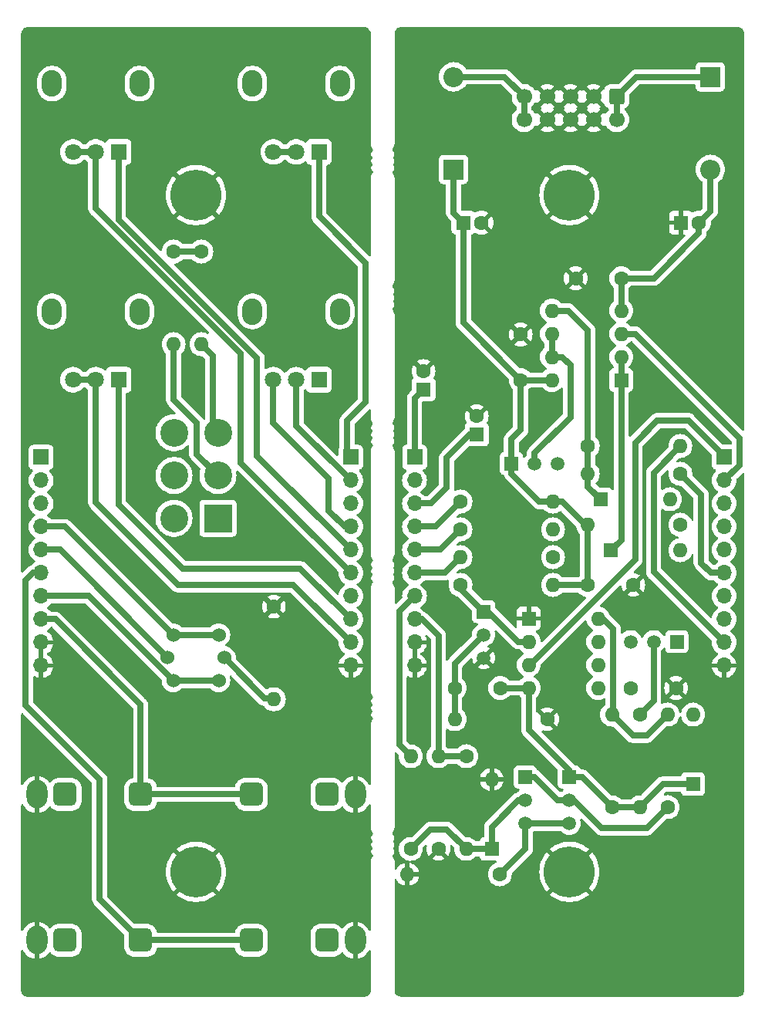
<source format=gtl>
%TF.GenerationSoftware,KiCad,Pcbnew,8.0.3*%
%TF.CreationDate,2024-07-07T15:42:06+01:00*%
%TF.ProjectId,555-adsr,3535352d-6164-4737-922e-6b696361645f,rev01*%
%TF.SameCoordinates,Original*%
%TF.FileFunction,Copper,L1,Top*%
%TF.FilePolarity,Positive*%
%FSLAX46Y46*%
G04 Gerber Fmt 4.6, Leading zero omitted, Abs format (unit mm)*
G04 Created by KiCad (PCBNEW 8.0.3) date 2024-07-07 15:42:06*
%MOMM*%
%LPD*%
G01*
G04 APERTURE LIST*
G04 Aperture macros list*
%AMRoundRect*
0 Rectangle with rounded corners*
0 $1 Rounding radius*
0 $2 $3 $4 $5 $6 $7 $8 $9 X,Y pos of 4 corners*
0 Add a 4 corners polygon primitive as box body*
4,1,4,$2,$3,$4,$5,$6,$7,$8,$9,$2,$3,0*
0 Add four circle primitives for the rounded corners*
1,1,$1+$1,$2,$3*
1,1,$1+$1,$4,$5*
1,1,$1+$1,$6,$7*
1,1,$1+$1,$8,$9*
0 Add four rect primitives between the rounded corners*
20,1,$1+$1,$2,$3,$4,$5,0*
20,1,$1+$1,$4,$5,$6,$7,0*
20,1,$1+$1,$6,$7,$8,$9,0*
20,1,$1+$1,$8,$9,$2,$3,0*%
G04 Aperture macros list end*
%TA.AperFunction,ComponentPad*%
%ADD10R,1.600000X1.600000*%
%TD*%
%TA.AperFunction,ComponentPad*%
%ADD11O,1.600000X1.600000*%
%TD*%
%TA.AperFunction,ComponentPad*%
%ADD12C,1.600000*%
%TD*%
%TA.AperFunction,ComponentPad*%
%ADD13R,1.700000X1.700000*%
%TD*%
%TA.AperFunction,ComponentPad*%
%ADD14O,1.700000X1.700000*%
%TD*%
%TA.AperFunction,ComponentPad*%
%ADD15R,2.200000X2.200000*%
%TD*%
%TA.AperFunction,ComponentPad*%
%ADD16O,2.200000X2.200000*%
%TD*%
%TA.AperFunction,ComponentPad*%
%ADD17C,5.600000*%
%TD*%
%TA.AperFunction,ComponentPad*%
%ADD18RoundRect,0.250000X-0.600000X0.600000X-0.600000X-0.600000X0.600000X-0.600000X0.600000X0.600000X0*%
%TD*%
%TA.AperFunction,ComponentPad*%
%ADD19C,1.700000*%
%TD*%
%TA.AperFunction,ComponentPad*%
%ADD20R,1.500000X1.500000*%
%TD*%
%TA.AperFunction,ComponentPad*%
%ADD21C,1.500000*%
%TD*%
%TA.AperFunction,ComponentPad*%
%ADD22O,2.300000X3.100000*%
%TD*%
%TA.AperFunction,ComponentPad*%
%ADD23RoundRect,0.650000X-0.650000X0.650000X-0.650000X-0.650000X0.650000X-0.650000X0.650000X0.650000X0*%
%TD*%
%TA.AperFunction,ComponentPad*%
%ADD24R,3.048000X3.048000*%
%TD*%
%TA.AperFunction,ComponentPad*%
%ADD25C,3.048000*%
%TD*%
%TA.AperFunction,ComponentPad*%
%ADD26O,2.200000X2.900000*%
%TD*%
%TA.AperFunction,ComponentPad*%
%ADD27R,1.800000X1.800000*%
%TD*%
%TA.AperFunction,ComponentPad*%
%ADD28C,1.800000*%
%TD*%
%TA.AperFunction,ComponentPad*%
%ADD29RoundRect,0.650000X0.650000X-0.650000X0.650000X0.650000X-0.650000X0.650000X-0.650000X-0.650000X0*%
%TD*%
%TA.AperFunction,ComponentPad*%
%ADD30C,1.524000*%
%TD*%
%TA.AperFunction,ViaPad*%
%ADD31C,0.762000*%
%TD*%
%TA.AperFunction,Conductor*%
%ADD32C,0.635000*%
%TD*%
G04 APERTURE END LIST*
D10*
%TO.P,D7,1,K*%
%TO.N,Net-(D7-K)*%
X130556000Y-108204000D03*
D11*
%TO.P,D7,2,A*%
%TO.N,/DECAY_CCW_MAIN*%
X138176000Y-108204000D03*
%TD*%
D12*
%TO.P,C8,1*%
%TO.N,VEE*%
X131699000Y-78359000D03*
%TO.P,C8,2*%
%TO.N,GND*%
X126699000Y-78359000D03*
%TD*%
D10*
%TO.P,C1,1*%
%TO.N,VCC*%
X114360888Y-72263000D03*
D12*
%TO.P,C1,2*%
%TO.N,GND*%
X116360888Y-72263000D03*
%TD*%
D13*
%TO.P,J7,1,Pin_1*%
%TO.N,/SPEED_TOGGLE_SLOW_CTRL*%
X68000000Y-98000000D03*
D14*
%TO.P,J7,2,Pin_2*%
%TO.N,/SPEED_TOGGLE_COMMON_CTRL*%
X68000000Y-100540000D03*
%TO.P,J7,3,Pin_3*%
%TO.N,/SPEED_TOGGLE_FAST_CTRL*%
X68000000Y-103080000D03*
%TO.P,J7,4,Pin_4*%
%TO.N,/TRIG_BUTTON_A_CTRL*%
X68000000Y-105620000D03*
%TO.P,J7,5,Pin_5*%
%TO.N,/LED_CTRL*%
X68000000Y-108160000D03*
%TO.P,J7,6,Pin_6*%
%TO.N,/ENV_OUT_CTRL*%
X68000000Y-110700000D03*
%TO.P,J7,7,Pin_7*%
%TO.N,/TRIG_BUTTON_B_CTRL*%
X68000000Y-113240000D03*
%TO.P,J7,8,Pin_8*%
%TO.N,/TRIG_IN_CTRL*%
X68000000Y-115780000D03*
%TO.P,J7,9,Pin_9*%
%TO.N,GND*%
X68000000Y-118320000D03*
%TO.P,J7,10,Pin_10*%
X68000000Y-120860000D03*
%TD*%
D15*
%TO.P,D2,1,K*%
%TO.N,VCC*%
X113284000Y-66421000D03*
D16*
%TO.P,D2,2,A*%
%TO.N,Net-(D2-A)*%
X113284000Y-56261000D03*
%TD*%
D17*
%TO.P,H3,1,1*%
%TO.N,GND*%
X126000000Y-143500000D03*
%TD*%
D10*
%TO.P,C3,1*%
%TO.N,GND*%
X138236888Y-72263000D03*
D12*
%TO.P,C3,2*%
%TO.N,VEE*%
X140236888Y-72263000D03*
%TD*%
%TO.P,R5,1*%
%TO.N,Net-(R5-Pad1)*%
X82550000Y-75438000D03*
D11*
%TO.P,R5,2*%
%TO.N,/ATTACK_CW_CTRL*%
X82550000Y-85598000D03*
%TD*%
D13*
%TO.P,J9,1,Pin_1*%
%TO.N,/ATTACK_CCW_CTRL*%
X102000000Y-98000000D03*
D14*
%TO.P,J9,2,Pin_2*%
%TO.N,/SUSTAIN_TAP_CTRL*%
X102000000Y-100540000D03*
%TO.P,J9,3,Pin_3*%
%TO.N,/ATTACK_CW_CTRL*%
X102000000Y-103080000D03*
%TO.P,J9,4,Pin_4*%
%TO.N,/SUSTAIN_CW_CTRL*%
X102000000Y-105620000D03*
%TO.P,J9,5,Pin_5*%
%TO.N,/DECAY_CCW_CTRL*%
X102000000Y-108160000D03*
%TO.P,J9,6,Pin_6*%
%TO.N,/DECAY_CW_CTRL*%
X102000000Y-110700000D03*
%TO.P,J9,7,Pin_7*%
%TO.N,/SUSTAIN_CCW_CTRL*%
X102000000Y-113240000D03*
%TO.P,J9,8,Pin_8*%
%TO.N,/RELEASE_CCW_CTRL*%
X102000000Y-115780000D03*
%TO.P,J9,9,Pin_9*%
%TO.N,/RELEASE_CW_CTRL*%
X102000000Y-118320000D03*
%TO.P,J9,10,Pin_10*%
%TO.N,GND*%
X102000000Y-120860000D03*
%TD*%
D12*
%TO.P,C7,1*%
%TO.N,GND*%
X120650000Y-84535000D03*
%TO.P,C7,2*%
%TO.N,VCC*%
X120650000Y-89535000D03*
%TD*%
D17*
%TO.P,H2,1,1*%
%TO.N,GND*%
X126000000Y-69250000D03*
%TD*%
D10*
%TO.P,D1,1,K*%
%TO.N,Net-(D1-K)*%
X117475000Y-140970000D03*
D11*
%TO.P,D1,2,A*%
%TO.N,GND*%
X117475000Y-133350000D03*
%TD*%
D10*
%TO.P,U1,1,GND*%
%TO.N,GND*%
X121539000Y-115697000D03*
D11*
%TO.P,U1,2,TR*%
%TO.N,Net-(Q3-C)*%
X121539000Y-118237000D03*
%TO.P,U1,3,Q*%
%TO.N,/ATTACK_CCW_MAIN*%
X121539000Y-120777000D03*
%TO.P,U1,4,R*%
%TO.N,Net-(D5-K)*%
X121539000Y-123317000D03*
%TO.P,U1,5,CV*%
%TO.N,Net-(U1-CV)*%
X129159000Y-123317000D03*
%TO.P,U1,6,THR*%
%TO.N,Net-(Q5-B)*%
X129159000Y-120777000D03*
%TO.P,U1,7,DIS*%
%TO.N,Net-(Q4-S)*%
X129159000Y-118237000D03*
%TO.P,U1,8,VCC*%
%TO.N,VCC*%
X129159000Y-115697000D03*
%TD*%
D17*
%TO.P,H1,1,1*%
%TO.N,GND*%
X85000000Y-69250000D03*
%TD*%
D12*
%TO.P,R11,1*%
%TO.N,Net-(Q5-B)*%
X124206000Y-108966000D03*
D11*
%TO.P,R11,2*%
%TO.N,/ENV_OUT_MAIN*%
X114046000Y-108966000D03*
%TD*%
D18*
%TO.P,J2,1,-12V*%
%TO.N,Net-(D3-K)*%
X131191000Y-58420000D03*
D19*
%TO.P,J2,2,-12V*%
X131191000Y-60960000D03*
%TO.P,J2,3,GND*%
%TO.N,GND*%
X128651000Y-58420000D03*
%TO.P,J2,4,GND*%
X128651000Y-60960000D03*
%TO.P,J2,5,GND*%
X126111000Y-58420000D03*
%TO.P,J2,6,GND*%
X126111000Y-60960000D03*
%TO.P,J2,7,GND*%
X123571000Y-58420000D03*
%TO.P,J2,8,GND*%
X123571000Y-60960000D03*
%TO.P,J2,9,+12V*%
%TO.N,Net-(D2-A)*%
X121031000Y-58420000D03*
%TO.P,J2,10,+12V*%
X121031000Y-60960000D03*
%TD*%
D20*
%TO.P,Q4,1,D*%
%TO.N,/SUSTAIN_CCW_MAIN*%
X137795000Y-118237000D03*
D21*
%TO.P,Q4,2,G*%
%TO.N,Net-(Q4-G)*%
X135255000Y-118237000D03*
%TO.P,Q4,3,S*%
%TO.N,Net-(Q4-S)*%
X132715000Y-118237000D03*
%TD*%
D12*
%TO.P,C4,1*%
%TO.N,Net-(D5-K)*%
X118411000Y-123317000D03*
%TO.P,C4,2*%
%TO.N,Net-(Q3-B)*%
X113411000Y-123317000D03*
%TD*%
D10*
%TO.P,U2,1*%
%TO.N,Net-(D7-K)*%
X131699000Y-89535000D03*
D11*
%TO.P,U2,2,-*%
X131699000Y-86995000D03*
%TO.P,U2,3,+*%
%TO.N,/SUSTAIN_TAP_MAIN*%
X131699000Y-84455000D03*
%TO.P,U2,4,V-*%
%TO.N,VEE*%
X131699000Y-81915000D03*
%TO.P,U2,5,+*%
%TO.N,/SPEED_TOGGLE_COMMON_MAIN*%
X124079000Y-81915000D03*
%TO.P,U2,6,-*%
%TO.N,Net-(Q5-B)*%
X124079000Y-84455000D03*
%TO.P,U2,7*%
X124079000Y-86995000D03*
%TO.P,U2,8,V+*%
%TO.N,VCC*%
X124079000Y-89535000D03*
%TD*%
D12*
%TO.P,R2,1*%
%TO.N,Net-(Q1-C)*%
X136779000Y-136398000D03*
D11*
%TO.P,R2,2*%
%TO.N,VCC*%
X136779000Y-126238000D03*
%TD*%
D20*
%TO.P,Q1,1,C*%
%TO.N,Net-(Q1-C)*%
X121158000Y-133096000D03*
D21*
%TO.P,Q1,2,B*%
%TO.N,Net-(D1-K)*%
X121158000Y-135636000D03*
%TO.P,Q1,3,E*%
%TO.N,Net-(Q1-E)*%
X121158000Y-138176000D03*
%TD*%
D12*
%TO.P,R15,1*%
%TO.N,Net-(D1-K)*%
X108585000Y-140970000D03*
D11*
%TO.P,R15,2*%
%TO.N,/TRIG_BUTTON_B_MAIN*%
X108585000Y-130810000D03*
%TD*%
D10*
%TO.P,D5,1,K*%
%TO.N,Net-(D5-K)*%
X139573000Y-133858000D03*
D11*
%TO.P,D5,2,A*%
%TO.N,/RELEASE_CCW_MAIN*%
X139573000Y-126238000D03*
%TD*%
D12*
%TO.P,R6,1*%
%TO.N,Net-(Q3-C)*%
X114046000Y-112014000D03*
D11*
%TO.P,R6,2*%
%TO.N,VCC*%
X124206000Y-112014000D03*
%TD*%
D12*
%TO.P,R14,1*%
%TO.N,Net-(Q1-E)*%
X118364000Y-143764000D03*
D11*
%TO.P,R14,2*%
%TO.N,GND*%
X108204000Y-143764000D03*
%TD*%
D10*
%TO.P,D6,1,K*%
%TO.N,/SPEED_TOGGLE_COMMON_MAIN*%
X129413000Y-102616000D03*
D11*
%TO.P,D6,2,A*%
%TO.N,/ATTACK_CW_MAIN*%
X137033000Y-102616000D03*
%TD*%
D12*
%TO.P,R12,1*%
%TO.N,/TRIG_BUTTON_A_MAIN*%
X114046000Y-102870000D03*
D11*
%TO.P,R12,2*%
%TO.N,VCC*%
X124206000Y-102870000D03*
%TD*%
D12*
%TO.P,C5,1*%
%TO.N,GND*%
X137715000Y-123317000D03*
%TO.P,C5,2*%
%TO.N,Net-(U1-CV)*%
X132715000Y-123317000D03*
%TD*%
D15*
%TO.P,D3,1,K*%
%TO.N,Net-(D3-K)*%
X141478000Y-56261000D03*
D16*
%TO.P,D3,2,A*%
%TO.N,VEE*%
X141478000Y-66421000D03*
%TD*%
D12*
%TO.P,R13,1*%
%TO.N,GND*%
X111633000Y-140970000D03*
D11*
%TO.P,R13,2*%
%TO.N,/TRIG_IN_MAIN*%
X111633000Y-130810000D03*
%TD*%
D12*
%TO.P,R8,1*%
%TO.N,Net-(R5-Pad1)*%
X85598000Y-75438000D03*
D11*
%TO.P,R8,2*%
%TO.N,Net-(SW1A-C)*%
X85598000Y-85598000D03*
%TD*%
D20*
%TO.P,Q2,1,C*%
%TO.N,Net-(D5-K)*%
X125984000Y-133096000D03*
D21*
%TO.P,Q2,2,B*%
%TO.N,Net-(Q1-C)*%
X125984000Y-135636000D03*
%TO.P,Q2,3,E*%
%TO.N,Net-(Q1-E)*%
X125984000Y-138176000D03*
%TD*%
D12*
%TO.P,R10,1*%
%TO.N,/DECAY_CW_MAIN*%
X138176000Y-99822000D03*
D11*
%TO.P,R10,2*%
%TO.N,/SPEED_TOGGLE_COMMON_MAIN*%
X128016000Y-99822000D03*
%TD*%
D20*
%TO.P,Q5,1,C*%
%TO.N,VCC*%
X119634000Y-98679000D03*
D21*
%TO.P,Q5,2,B*%
%TO.N,Net-(Q5-B)*%
X122174000Y-98679000D03*
%TO.P,Q5,3,E*%
%TO.N,Net-(Q5-E)*%
X124714000Y-98679000D03*
%TD*%
D12*
%TO.P,R1,1*%
%TO.N,/TRIG_IN_MAIN*%
X114681000Y-130810000D03*
D11*
%TO.P,R1,2*%
%TO.N,Net-(D1-K)*%
X114681000Y-140970000D03*
%TD*%
D12*
%TO.P,R17,1*%
%TO.N,GND*%
X93550000Y-114390000D03*
D11*
%TO.P,R17,2*%
%TO.N,Net-(BTN1-K)*%
X93550000Y-124550000D03*
%TD*%
D12*
%TO.P,R4,1*%
%TO.N,GND*%
X123571000Y-126746000D03*
D11*
%TO.P,R4,2*%
%TO.N,Net-(Q3-B)*%
X113411000Y-126746000D03*
%TD*%
D20*
%TO.P,Q3,1,C*%
%TO.N,Net-(Q3-C)*%
X116586000Y-114935000D03*
D21*
%TO.P,Q3,2,B*%
%TO.N,Net-(Q3-B)*%
X116586000Y-117475000D03*
%TO.P,Q3,3,E*%
%TO.N,GND*%
X116586000Y-120015000D03*
%TD*%
D12*
%TO.P,R16,1*%
%TO.N,Net-(Q4-G)*%
X133731000Y-126238000D03*
D11*
%TO.P,R16,2*%
%TO.N,Net-(D5-K)*%
X133731000Y-136398000D03*
%TD*%
D17*
%TO.P,H4,1,1*%
%TO.N,GND*%
X85000000Y-143500000D03*
%TD*%
D10*
%TO.P,C9,1*%
%TO.N,/SPEED_TOGGLE_SLOW_MAIN*%
X109982000Y-90551000D03*
D12*
%TO.P,C9,2*%
%TO.N,GND*%
X109982000Y-88551000D03*
%TD*%
D10*
%TO.P,C2,1*%
%TO.N,/SPEED_TOGGLE_FAST_MAIN*%
X115824000Y-95504000D03*
D12*
%TO.P,C2,2*%
%TO.N,GND*%
X115824000Y-93504000D03*
%TD*%
%TO.P,R18,1*%
%TO.N,/LED_MAIN*%
X114046000Y-105918000D03*
D11*
%TO.P,R18,2*%
%TO.N,Net-(Q5-E)*%
X124206000Y-105918000D03*
%TD*%
D12*
%TO.P,C6,1*%
%TO.N,GND*%
X133016000Y-112014000D03*
%TO.P,C6,2*%
%TO.N,VCC*%
X128016000Y-112014000D03*
%TD*%
%TO.P,R7,1*%
%TO.N,/SPEED_TOGGLE_COMMON_MAIN*%
X128016000Y-96774000D03*
D11*
%TO.P,R7,2*%
%TO.N,/RELEASE_CW_MAIN*%
X138176000Y-96774000D03*
%TD*%
D12*
%TO.P,R3,1*%
%TO.N,Net-(D5-K)*%
X130683000Y-136398000D03*
D11*
%TO.P,R3,2*%
%TO.N,VCC*%
X130683000Y-126238000D03*
%TD*%
D12*
%TO.P,R9,1*%
%TO.N,/SUSTAIN_CW_MAIN*%
X138176000Y-105410000D03*
D11*
%TO.P,R9,2*%
%TO.N,VCC*%
X128016000Y-105410000D03*
%TD*%
D22*
%TO.P,J3,S*%
%TO.N,GND*%
X102480000Y-151000000D03*
D23*
%TO.P,J3,T*%
%TO.N,/ENV_OUT_CTRL*%
X91080000Y-151000000D03*
%TO.P,J3,TN*%
%TO.N,unconnected-(J3-PadTN)*%
X99380000Y-151000000D03*
%TD*%
D24*
%TO.P,SW1,1,A*%
%TO.N,unconnected-(SW1A-A-Pad1)*%
X87413000Y-104699000D03*
D25*
%TO.P,SW1,2,B*%
%TO.N,/ATTACK_CW_CTRL*%
X87413000Y-100000000D03*
%TO.P,SW1,3,C*%
%TO.N,Net-(SW1A-C)*%
X87413000Y-95301000D03*
%TO.P,SW1,4,A*%
%TO.N,/SPEED_TOGGLE_FAST_CTRL*%
X82587000Y-104699000D03*
%TO.P,SW1,5,B*%
%TO.N,/SPEED_TOGGLE_COMMON_CTRL*%
X82587000Y-100000000D03*
%TO.P,SW1,6,C*%
%TO.N,/SPEED_TOGGLE_SLOW_CTRL*%
X82587000Y-95301000D03*
%TD*%
D26*
%TO.P,RV3,*%
%TO.N,*%
X100800000Y-82000000D03*
X91200000Y-82000000D03*
D27*
%TO.P,RV3,1,1*%
%TO.N,/SUSTAIN_CCW_CTRL*%
X98500000Y-89500000D03*
D28*
%TO.P,RV3,2,2*%
%TO.N,/SUSTAIN_TAP_CTRL*%
X96000000Y-89500000D03*
%TO.P,RV3,3,3*%
%TO.N,/SUSTAIN_CW_CTRL*%
X93500000Y-89500000D03*
%TD*%
D22*
%TO.P,J5,S*%
%TO.N,GND*%
X67520000Y-151000000D03*
D29*
%TO.P,J5,T*%
%TO.N,/ENV_OUT_CTRL*%
X78920000Y-151000000D03*
%TO.P,J5,TN*%
%TO.N,unconnected-(J5-PadTN)*%
X70620000Y-151000000D03*
%TD*%
D13*
%TO.P,J6,1,Pin_1*%
%TO.N,/SPEED_TOGGLE_SLOW_MAIN*%
X109000000Y-98000000D03*
D14*
%TO.P,J6,2,Pin_2*%
%TO.N,/SPEED_TOGGLE_COMMON_MAIN*%
X109000000Y-100540000D03*
%TO.P,J6,3,Pin_3*%
%TO.N,/SPEED_TOGGLE_FAST_MAIN*%
X109000000Y-103080000D03*
%TO.P,J6,4,Pin_4*%
%TO.N,/TRIG_BUTTON_A_MAIN*%
X109000000Y-105620000D03*
%TO.P,J6,5,Pin_5*%
%TO.N,/LED_MAIN*%
X109000000Y-108160000D03*
%TO.P,J6,6,Pin_6*%
%TO.N,/ENV_OUT_MAIN*%
X109000000Y-110700000D03*
%TO.P,J6,7,Pin_7*%
%TO.N,/TRIG_BUTTON_B_MAIN*%
X109000000Y-113240000D03*
%TO.P,J6,8,Pin_8*%
%TO.N,/TRIG_IN_MAIN*%
X109000000Y-115780000D03*
%TO.P,J6,9,Pin_9*%
%TO.N,GND*%
X109000000Y-118320000D03*
%TO.P,J6,10,Pin_10*%
X109000000Y-120860000D03*
%TD*%
D30*
%TO.P,BTN1,1,1*%
%TO.N,/TRIG_BUTTON_B_CTRL*%
X82500000Y-122500000D03*
%TO.P,BTN1,2,2*%
X87500000Y-122500000D03*
%TO.P,BTN1,3,3*%
%TO.N,/TRIG_BUTTON_A_CTRL*%
X82500000Y-117500000D03*
%TO.P,BTN1,4,4*%
X87500000Y-117500000D03*
%TO.P,BTN1,5,A*%
%TO.N,/LED_CTRL*%
X81900000Y-120000000D03*
%TO.P,BTN1,6,K*%
%TO.N,Net-(BTN1-K)*%
X88100000Y-120000000D03*
%TD*%
D26*
%TO.P,RV4,*%
%TO.N,*%
X78800000Y-57000000D03*
X69200000Y-57000000D03*
D27*
%TO.P,RV4,1,1*%
%TO.N,/DECAY_CCW_CTRL*%
X76500000Y-64500000D03*
D28*
%TO.P,RV4,2,2*%
%TO.N,/DECAY_CW_CTRL*%
X74000000Y-64500000D03*
%TO.P,RV4,3,3*%
X71500000Y-64500000D03*
%TD*%
D26*
%TO.P,RV2,*%
%TO.N,*%
X100800000Y-57000000D03*
X91200000Y-57000000D03*
D27*
%TO.P,RV2,1,1*%
%TO.N,/ATTACK_CCW_CTRL*%
X98500000Y-64500000D03*
D28*
%TO.P,RV2,2,2*%
%TO.N,Net-(R5-Pad1)*%
X96000000Y-64500000D03*
%TO.P,RV2,3,3*%
X93500000Y-64500000D03*
%TD*%
D26*
%TO.P,RV1,*%
%TO.N,*%
X78800000Y-82000000D03*
X69200000Y-82000000D03*
D27*
%TO.P,RV1,1,1*%
%TO.N,/RELEASE_CCW_CTRL*%
X76500000Y-89500000D03*
D28*
%TO.P,RV1,2,2*%
%TO.N,/RELEASE_CW_CTRL*%
X74000000Y-89500000D03*
%TO.P,RV1,3,3*%
X71500000Y-89500000D03*
%TD*%
D13*
%TO.P,J8,1,Pin_1*%
%TO.N,/ATTACK_CCW_MAIN*%
X143000000Y-98000000D03*
D14*
%TO.P,J8,2,Pin_2*%
%TO.N,/SUSTAIN_TAP_MAIN*%
X143000000Y-100540000D03*
%TO.P,J8,3,Pin_3*%
%TO.N,/ATTACK_CW_MAIN*%
X143000000Y-103080000D03*
%TO.P,J8,4,Pin_4*%
%TO.N,/SUSTAIN_CW_MAIN*%
X143000000Y-105620000D03*
%TO.P,J8,5,Pin_5*%
%TO.N,/DECAY_CCW_MAIN*%
X143000000Y-108160000D03*
%TO.P,J8,6,Pin_6*%
%TO.N,/DECAY_CW_MAIN*%
X143000000Y-110700000D03*
%TO.P,J8,7,Pin_7*%
%TO.N,/SUSTAIN_CCW_MAIN*%
X143000000Y-113240000D03*
%TO.P,J8,8,Pin_8*%
%TO.N,/RELEASE_CCW_MAIN*%
X143000000Y-115780000D03*
%TO.P,J8,9,Pin_9*%
%TO.N,/RELEASE_CW_MAIN*%
X143000000Y-118320000D03*
%TO.P,J8,10,Pin_10*%
%TO.N,GND*%
X143000000Y-120860000D03*
%TD*%
D22*
%TO.P,J4,S*%
%TO.N,GND*%
X102480000Y-135000000D03*
D23*
%TO.P,J4,T*%
%TO.N,/TRIG_IN_CTRL*%
X91080000Y-135000000D03*
%TO.P,J4,TN*%
%TO.N,unconnected-(J4-PadTN)*%
X99380000Y-135000000D03*
%TD*%
D22*
%TO.P,J1,S*%
%TO.N,GND*%
X67520000Y-135000000D03*
D29*
%TO.P,J1,T*%
%TO.N,/TRIG_IN_CTRL*%
X78920000Y-135000000D03*
%TO.P,J1,TN*%
%TO.N,unconnected-(J1-PadTN)*%
X70620000Y-135000000D03*
%TD*%
D31*
%TO.N,GND*%
X112522000Y-116078000D03*
X136144000Y-90932000D03*
X138430000Y-110744000D03*
X123444000Y-93218000D03*
X140208000Y-98552000D03*
%TD*%
D32*
%TO.N,/TRIG_BUTTON_A_CTRL*%
X68000000Y-105620000D02*
X70620000Y-105620000D01*
X82500000Y-117500000D02*
X87500000Y-117500000D01*
X70620000Y-105620000D02*
X82500000Y-117500000D01*
%TO.N,/TRIG_BUTTON_B_MAIN*%
X107315000Y-114925000D02*
X107315000Y-129540000D01*
X107315000Y-129540000D02*
X108585000Y-130810000D01*
X109000000Y-113240000D02*
X107315000Y-114925000D01*
%TO.N,/LED_CTRL*%
X70060000Y-108160000D02*
X81900000Y-120000000D01*
X68000000Y-108160000D02*
X70060000Y-108160000D01*
%TO.N,Net-(BTN1-K)*%
X88100000Y-120000000D02*
X92560000Y-124460000D01*
X92560000Y-124460000D02*
X93599000Y-124460000D01*
%TO.N,VCC*%
X119634000Y-99822000D02*
X119634000Y-98679000D01*
X125222000Y-102870000D02*
X127762000Y-105410000D01*
X128016000Y-112014000D02*
X124206000Y-112014000D01*
X129159000Y-115697000D02*
X129667000Y-115697000D01*
X113284000Y-71186112D02*
X114360888Y-72263000D01*
X128016000Y-105410000D02*
X128016000Y-112014000D01*
X120650000Y-89535000D02*
X124079000Y-89535000D01*
X113284000Y-66421000D02*
X113284000Y-71186112D01*
X119634000Y-96012000D02*
X119634000Y-98679000D01*
X122682000Y-102870000D02*
X119634000Y-99822000D01*
X120650000Y-94996000D02*
X119634000Y-96012000D01*
X114360888Y-72263000D02*
X114360888Y-83245888D01*
X130683000Y-126238000D02*
X132969000Y-128524000D01*
X129667000Y-115697000D02*
X130810000Y-116840000D01*
X132969000Y-128524000D02*
X134493000Y-128524000D01*
X114360888Y-83245888D02*
X120650000Y-89535000D01*
X134493000Y-128524000D02*
X136779000Y-126238000D01*
X130810000Y-116840000D02*
X130810000Y-126111000D01*
X124206000Y-102870000D02*
X125222000Y-102870000D01*
X130810000Y-126111000D02*
X130683000Y-126238000D01*
X120650000Y-89535000D02*
X120650000Y-94996000D01*
X124206000Y-102870000D02*
X122682000Y-102870000D01*
X127762000Y-105410000D02*
X128016000Y-105410000D01*
%TO.N,VEE*%
X131699000Y-78359000D02*
X131699000Y-81915000D01*
X140236888Y-72263000D02*
X140236888Y-73394370D01*
X141478000Y-71021888D02*
X140236888Y-72263000D01*
X141478000Y-66421000D02*
X141478000Y-71021888D01*
X135272258Y-78359000D02*
X131699000Y-78359000D01*
X140236888Y-73394370D02*
X135272258Y-78359000D01*
%TO.N,Net-(D5-K)*%
X125984000Y-133096000D02*
X127381000Y-133096000D01*
X133731000Y-136398000D02*
X136271000Y-133858000D01*
X127381000Y-133096000D02*
X130683000Y-136398000D01*
X121539000Y-127889000D02*
X125984000Y-132334000D01*
X121539000Y-123317000D02*
X121539000Y-127889000D01*
X130683000Y-136398000D02*
X133731000Y-136398000D01*
X121539000Y-123317000D02*
X118411000Y-123317000D01*
X136271000Y-133858000D02*
X139573000Y-133858000D01*
X125984000Y-132334000D02*
X125984000Y-133096000D01*
%TO.N,Net-(Q3-B)*%
X113411000Y-120650000D02*
X116586000Y-117475000D01*
X113411000Y-123317000D02*
X113411000Y-120650000D01*
X113411000Y-126746000D02*
X113411000Y-123317000D01*
%TO.N,Net-(D1-K)*%
X120396000Y-135636000D02*
X121158000Y-135636000D01*
X110744000Y-138811000D02*
X112522000Y-138811000D01*
X117475000Y-140970000D02*
X117475000Y-138557000D01*
X112522000Y-138811000D02*
X114681000Y-140970000D01*
X114681000Y-140970000D02*
X117475000Y-140970000D01*
X117475000Y-138557000D02*
X120396000Y-135636000D01*
X108585000Y-140970000D02*
X110744000Y-138811000D01*
%TO.N,Net-(D2-A)*%
X118872000Y-56261000D02*
X121031000Y-58420000D01*
X121031000Y-58420000D02*
X121031000Y-60960000D01*
X113284000Y-56261000D02*
X118872000Y-56261000D01*
%TO.N,Net-(D3-K)*%
X131191000Y-58420000D02*
X131191000Y-60960000D01*
X131191000Y-58420000D02*
X133350000Y-56261000D01*
X133350000Y-56261000D02*
X141478000Y-56261000D01*
%TO.N,/SPEED_TOGGLE_COMMON_MAIN*%
X128016000Y-101219000D02*
X129413000Y-102616000D01*
X124079000Y-81915000D02*
X125857000Y-81915000D01*
X128016000Y-84074000D02*
X128016000Y-96774000D01*
X125857000Y-81915000D02*
X128016000Y-84074000D01*
X128016000Y-96774000D02*
X128016000Y-99822000D01*
X128016000Y-99822000D02*
X128016000Y-101219000D01*
%TO.N,Net-(D7-K)*%
X131699000Y-107061000D02*
X130556000Y-108204000D01*
X131699000Y-89535000D02*
X131699000Y-107061000D01*
X131699000Y-86995000D02*
X131699000Y-89535000D01*
%TO.N,/TRIG_IN_CTRL*%
X78920000Y-135000000D02*
X91080000Y-135000000D01*
X78920000Y-125148000D02*
X78920000Y-135000000D01*
X69552000Y-115780000D02*
X78920000Y-125148000D01*
X68000000Y-115780000D02*
X69552000Y-115780000D01*
%TO.N,/ENV_OUT_CTRL*%
X74422000Y-146502000D02*
X78920000Y-151000000D01*
X66294000Y-111506000D02*
X66294000Y-125222000D01*
X68000000Y-110700000D02*
X67100000Y-110700000D01*
X66294000Y-125222000D02*
X74422000Y-133350000D01*
X78920000Y-151000000D02*
X91080000Y-151000000D01*
X74422000Y-133350000D02*
X74422000Y-146502000D01*
X67100000Y-110700000D02*
X66294000Y-111506000D01*
%TO.N,Net-(R5-Pad1)*%
X96000000Y-64500000D02*
X93500000Y-64500000D01*
X85598000Y-75438000D02*
X82550000Y-75438000D01*
%TO.N,/LED_MAIN*%
X109000000Y-108160000D02*
X111804000Y-108160000D01*
X111804000Y-108160000D02*
X114046000Y-105918000D01*
%TO.N,/TRIG_IN_MAIN*%
X109000000Y-115780000D02*
X109811000Y-115780000D01*
X111633000Y-117602000D02*
X111633000Y-130810000D01*
X111633000Y-130810000D02*
X114681000Y-130810000D01*
X109811000Y-115780000D02*
X111633000Y-117602000D01*
%TO.N,/TRIG_BUTTON_A_MAIN*%
X111296000Y-105620000D02*
X114046000Y-102870000D01*
X109000000Y-105620000D02*
X111296000Y-105620000D01*
%TO.N,/ENV_OUT_MAIN*%
X112312000Y-110700000D02*
X114046000Y-108966000D01*
X109000000Y-110700000D02*
X112312000Y-110700000D01*
%TO.N,/SPEED_TOGGLE_FAST_MAIN*%
X115062000Y-95504000D02*
X115824000Y-95504000D01*
X109000000Y-103080000D02*
X110788000Y-103080000D01*
X112522000Y-98044000D02*
X115062000Y-95504000D01*
X112522000Y-101346000D02*
X112522000Y-98044000D01*
X110788000Y-103080000D02*
X112522000Y-101346000D01*
%TO.N,/SPEED_TOGGLE_SLOW_MAIN*%
X109000000Y-98000000D02*
X109000000Y-91533000D01*
X109000000Y-91533000D02*
X109982000Y-90551000D01*
%TO.N,/TRIG_BUTTON_B_CTRL*%
X82500000Y-122500000D02*
X87500000Y-122500000D01*
X73240000Y-113240000D02*
X82500000Y-122500000D01*
X68000000Y-113240000D02*
X73240000Y-113240000D01*
%TO.N,/ATTACK_CCW_MAIN*%
X121666000Y-120777000D02*
X133223000Y-109220000D01*
X133223000Y-96393000D02*
X135636000Y-93980000D01*
X143000000Y-97915000D02*
X143000000Y-98000000D01*
X121539000Y-120777000D02*
X121666000Y-120777000D01*
X135636000Y-93980000D02*
X139065000Y-93980000D01*
X139065000Y-93980000D02*
X143000000Y-97915000D01*
X133223000Y-109220000D02*
X133223000Y-96393000D01*
%TO.N,/DECAY_CW_MAIN*%
X138176000Y-99822000D02*
X140462000Y-102108000D01*
X143000000Y-110700000D02*
X141561000Y-110700000D01*
X140462000Y-102108000D02*
X140462000Y-109601000D01*
X141561000Y-110700000D02*
X140462000Y-109601000D01*
%TO.N,/SUSTAIN_TAP_MAIN*%
X144653000Y-95885000D02*
X144653000Y-98887000D01*
X133223000Y-84455000D02*
X144653000Y-95885000D01*
X131699000Y-84455000D02*
X133223000Y-84455000D01*
X144653000Y-98887000D02*
X143000000Y-100540000D01*
%TO.N,/RELEASE_CW_MAIN*%
X138176000Y-96774000D02*
X135255000Y-99695000D01*
X135255000Y-99695000D02*
X135255000Y-110575000D01*
X135255000Y-110575000D02*
X143000000Y-118320000D01*
%TO.N,/ATTACK_CCW_CTRL*%
X98500000Y-71576000D02*
X103632000Y-76708000D01*
X98500000Y-64500000D02*
X98500000Y-71576000D01*
X103632000Y-76708000D02*
X103632000Y-91948000D01*
X101600000Y-97600000D02*
X102000000Y-98000000D01*
X101600000Y-93980000D02*
X101600000Y-97600000D01*
X103632000Y-91948000D02*
X101600000Y-93980000D01*
%TO.N,/ATTACK_CW_CTRL*%
X82550000Y-85598000D02*
X82550000Y-91695236D01*
X85090000Y-97677000D02*
X87413000Y-100000000D01*
X82550000Y-91695236D02*
X85090000Y-94235236D01*
X85090000Y-94235236D02*
X85090000Y-97677000D01*
%TO.N,/DECAY_CCW_CTRL*%
X76500000Y-64500000D02*
X76500000Y-71928000D01*
X76500000Y-71928000D02*
X91694000Y-87122000D01*
X91694000Y-97854000D02*
X102000000Y-108160000D01*
X91694000Y-87122000D02*
X91694000Y-97854000D01*
%TO.N,/DECAY_CW_CTRL*%
X74000000Y-70698000D02*
X89916000Y-86614000D01*
X74000000Y-64500000D02*
X74000000Y-70698000D01*
X74000000Y-64500000D02*
X71500000Y-64500000D01*
X89916000Y-86614000D02*
X89916000Y-98616000D01*
X89916000Y-98616000D02*
X102000000Y-110700000D01*
%TO.N,/SUSTAIN_TAP_CTRL*%
X96000000Y-89500000D02*
X96000000Y-94540000D01*
X96000000Y-94540000D02*
X102000000Y-100540000D01*
%TO.N,/SUSTAIN_CW_CTRL*%
X93500000Y-89500000D02*
X93500000Y-94262000D01*
X93500000Y-94262000D02*
X99568000Y-100330000D01*
X99568000Y-100330000D02*
X99568000Y-103886000D01*
X101302000Y-105620000D02*
X102000000Y-105620000D01*
X99568000Y-103886000D02*
X101302000Y-105620000D01*
%TO.N,/RELEASE_CCW_CTRL*%
X76500000Y-103170000D02*
X83566000Y-110236000D01*
X83566000Y-110236000D02*
X96456000Y-110236000D01*
X76500000Y-89500000D02*
X76500000Y-103170000D01*
X96456000Y-110236000D02*
X102000000Y-115780000D01*
%TO.N,/RELEASE_CW_CTRL*%
X95694000Y-112014000D02*
X102000000Y-118320000D01*
X71500000Y-89500000D02*
X74000000Y-89500000D01*
X83058000Y-112014000D02*
X95694000Y-112014000D01*
X74000000Y-89500000D02*
X74000000Y-102956000D01*
X74000000Y-102956000D02*
X83058000Y-112014000D01*
%TO.N,Net-(Q1-C)*%
X124714000Y-135636000D02*
X125984000Y-135636000D01*
X121158000Y-133096000D02*
X122174000Y-133096000D01*
X125984000Y-135636000D02*
X126492000Y-135636000D01*
X126492000Y-135636000D02*
X129540000Y-138684000D01*
X122174000Y-133096000D02*
X124714000Y-135636000D01*
X129540000Y-138684000D02*
X134493000Y-138684000D01*
X134493000Y-138684000D02*
X136779000Y-136398000D01*
%TO.N,Net-(Q1-E)*%
X121158000Y-140970000D02*
X121158000Y-138176000D01*
X118364000Y-143764000D02*
X121158000Y-140970000D01*
X121158000Y-138176000D02*
X125984000Y-138176000D01*
%TO.N,Net-(Q3-C)*%
X114046000Y-112395000D02*
X116586000Y-114935000D01*
X117094000Y-114935000D02*
X120396000Y-118237000D01*
X116586000Y-114935000D02*
X117094000Y-114935000D01*
X120396000Y-118237000D02*
X121539000Y-118237000D01*
X114046000Y-112014000D02*
X114046000Y-112395000D01*
%TO.N,Net-(Q4-G)*%
X133731000Y-126238000D02*
X135255000Y-124714000D01*
X135255000Y-124714000D02*
X135255000Y-118237000D01*
%TO.N,Net-(Q5-B)*%
X125222000Y-86995000D02*
X126111000Y-87884000D01*
X124079000Y-86995000D02*
X125222000Y-86995000D01*
X126111000Y-87884000D02*
X126111000Y-93599000D01*
X124079000Y-84455000D02*
X124079000Y-86995000D01*
X126111000Y-93599000D02*
X122174000Y-97536000D01*
X122174000Y-97536000D02*
X122174000Y-98679000D01*
%TO.N,Net-(SW1A-C)*%
X86868000Y-94756000D02*
X87413000Y-95301000D01*
X86868000Y-86868000D02*
X86868000Y-94756000D01*
X85598000Y-85598000D02*
X86868000Y-86868000D01*
%TD*%
%TA.AperFunction,Conductor*%
%TO.N,GND*%
G36*
X103506061Y-50805896D02*
G01*
X103623376Y-50817451D01*
X103647211Y-50822191D01*
X103754174Y-50854639D01*
X103776614Y-50863934D01*
X103875185Y-50916621D01*
X103895395Y-50930125D01*
X103981786Y-51001025D01*
X103998974Y-51018213D01*
X104069874Y-51104604D01*
X104083379Y-51124816D01*
X104136062Y-51223379D01*
X104145362Y-51245830D01*
X104172922Y-51336683D01*
X104177806Y-51352782D01*
X104182548Y-51376622D01*
X104194103Y-51493937D01*
X104194700Y-51506092D01*
X104194700Y-63608159D01*
X104230305Y-63821533D01*
X104300541Y-64026122D01*
X104300547Y-64026136D01*
X104403499Y-64216375D01*
X104403502Y-64216380D01*
X104409181Y-64223676D01*
X104434824Y-64288670D01*
X104421258Y-64357210D01*
X104399010Y-64387519D01*
X104346303Y-64440226D01*
X104346300Y-64440230D01*
X104311789Y-64500005D01*
X104279881Y-64555270D01*
X104245500Y-64683581D01*
X104245500Y-64816419D01*
X104279881Y-64944730D01*
X104279882Y-64944733D01*
X104348164Y-65063000D01*
X104364637Y-65130900D01*
X104348164Y-65187000D01*
X104279882Y-65305266D01*
X104279881Y-65305270D01*
X104245500Y-65433581D01*
X104245500Y-65566419D01*
X104276789Y-65683190D01*
X104279882Y-65694733D01*
X104348164Y-65813000D01*
X104364637Y-65880900D01*
X104348164Y-65937000D01*
X104279882Y-66055266D01*
X104279881Y-66055270D01*
X104245500Y-66183581D01*
X104245500Y-66316419D01*
X104279881Y-66444730D01*
X104346300Y-66559770D01*
X104346302Y-66559772D01*
X104399009Y-66612479D01*
X104432494Y-66673802D01*
X104427510Y-66743494D01*
X104409184Y-66776318D01*
X104403508Y-66783610D01*
X104403499Y-66783624D01*
X104300547Y-66973863D01*
X104300541Y-66973877D01*
X104230305Y-67178466D01*
X104194700Y-67391840D01*
X104194700Y-75803198D01*
X104175015Y-75870237D01*
X104122211Y-75915992D01*
X104053053Y-75925936D01*
X103989497Y-75896911D01*
X103983019Y-75890879D01*
X99362319Y-71270179D01*
X99328834Y-71208856D01*
X99326000Y-71182498D01*
X99326000Y-66032500D01*
X99345685Y-65965461D01*
X99398489Y-65919706D01*
X99445375Y-65909506D01*
X99445346Y-65908959D01*
X99445335Y-65908856D01*
X99445340Y-65908855D01*
X99445331Y-65908677D01*
X99448635Y-65908500D01*
X99448638Y-65908500D01*
X99448640Y-65908499D01*
X99448654Y-65908499D01*
X99475692Y-65905591D01*
X99509201Y-65901989D01*
X99646204Y-65850889D01*
X99763261Y-65763261D01*
X99850889Y-65646204D01*
X99901989Y-65509201D01*
X99905921Y-65472624D01*
X99908499Y-65448654D01*
X99908500Y-65448637D01*
X99908500Y-63551362D01*
X99908499Y-63551345D01*
X99902978Y-63500000D01*
X99901989Y-63490799D01*
X99890570Y-63460185D01*
X99879522Y-63430564D01*
X99850889Y-63353796D01*
X99763261Y-63236739D01*
X99646204Y-63149111D01*
X99509203Y-63098011D01*
X99448654Y-63091500D01*
X99448638Y-63091500D01*
X97551362Y-63091500D01*
X97551345Y-63091500D01*
X97490797Y-63098011D01*
X97490795Y-63098011D01*
X97353795Y-63149111D01*
X97236739Y-63236739D01*
X97149112Y-63353794D01*
X97134219Y-63393722D01*
X97092346Y-63449654D01*
X97026881Y-63474069D01*
X96958608Y-63459216D01*
X96941876Y-63448238D01*
X96820534Y-63353794D01*
X96773017Y-63316810D01*
X96773014Y-63316808D01*
X96773011Y-63316806D01*
X96567733Y-63205716D01*
X96567730Y-63205715D01*
X96567727Y-63205713D01*
X96567721Y-63205711D01*
X96567719Y-63205710D01*
X96346954Y-63129920D01*
X96155730Y-63098011D01*
X96116712Y-63091500D01*
X95883288Y-63091500D01*
X95844270Y-63098011D01*
X95653045Y-63129920D01*
X95432280Y-63205710D01*
X95432266Y-63205716D01*
X95226988Y-63316806D01*
X95226985Y-63316808D01*
X95042781Y-63460181D01*
X95042776Y-63460185D01*
X94882783Y-63633983D01*
X94822896Y-63669974D01*
X94791554Y-63674000D01*
X94708446Y-63674000D01*
X94641407Y-63654315D01*
X94617217Y-63633983D01*
X94457223Y-63460185D01*
X94457222Y-63460184D01*
X94457220Y-63460182D01*
X94273017Y-63316810D01*
X94273015Y-63316809D01*
X94273014Y-63316808D01*
X94273011Y-63316806D01*
X94067733Y-63205716D01*
X94067730Y-63205715D01*
X94067727Y-63205713D01*
X94067721Y-63205711D01*
X94067719Y-63205710D01*
X93846954Y-63129920D01*
X93655730Y-63098011D01*
X93616712Y-63091500D01*
X93383288Y-63091500D01*
X93344270Y-63098011D01*
X93153045Y-63129920D01*
X92932280Y-63205710D01*
X92932266Y-63205716D01*
X92726988Y-63316806D01*
X92726985Y-63316808D01*
X92542781Y-63460181D01*
X92542776Y-63460185D01*
X92384686Y-63631915D01*
X92257015Y-63827331D01*
X92163251Y-64041092D01*
X92105948Y-64267377D01*
X92086673Y-64499994D01*
X92086673Y-64500005D01*
X92105948Y-64732622D01*
X92163251Y-64958907D01*
X92257015Y-65172668D01*
X92384686Y-65368084D01*
X92542776Y-65539814D01*
X92542780Y-65539818D01*
X92726983Y-65683190D01*
X92726985Y-65683191D01*
X92726988Y-65683193D01*
X92762794Y-65702570D01*
X92932273Y-65794287D01*
X92986779Y-65812999D01*
X93153045Y-65870079D01*
X93153047Y-65870079D01*
X93153049Y-65870080D01*
X93383288Y-65908500D01*
X93383289Y-65908500D01*
X93616711Y-65908500D01*
X93616712Y-65908500D01*
X93846951Y-65870080D01*
X94067727Y-65794287D01*
X94273017Y-65683190D01*
X94457220Y-65539818D01*
X94541158Y-65448638D01*
X94617217Y-65366017D01*
X94677104Y-65330026D01*
X94708446Y-65326000D01*
X94791554Y-65326000D01*
X94858593Y-65345685D01*
X94882783Y-65366017D01*
X95042776Y-65539814D01*
X95042780Y-65539818D01*
X95226983Y-65683190D01*
X95226985Y-65683191D01*
X95226988Y-65683193D01*
X95262794Y-65702570D01*
X95432273Y-65794287D01*
X95486779Y-65812999D01*
X95653045Y-65870079D01*
X95653047Y-65870079D01*
X95653049Y-65870080D01*
X95883288Y-65908500D01*
X95883289Y-65908500D01*
X96116711Y-65908500D01*
X96116712Y-65908500D01*
X96346951Y-65870080D01*
X96567727Y-65794287D01*
X96773017Y-65683190D01*
X96941876Y-65551760D01*
X97006869Y-65526118D01*
X97075409Y-65539684D01*
X97125734Y-65588153D01*
X97134219Y-65606278D01*
X97149111Y-65646205D01*
X97180771Y-65688497D01*
X97236739Y-65763261D01*
X97353796Y-65850889D01*
X97490799Y-65901989D01*
X97518050Y-65904918D01*
X97551345Y-65908499D01*
X97551360Y-65908499D01*
X97551362Y-65908500D01*
X97551364Y-65908500D01*
X97554669Y-65908677D01*
X97554659Y-65908855D01*
X97554665Y-65908856D01*
X97554653Y-65908959D01*
X97554606Y-65909852D01*
X97617039Y-65928185D01*
X97662794Y-65980989D01*
X97674000Y-66032500D01*
X97674000Y-71657358D01*
X97705740Y-71816927D01*
X97705742Y-71816935D01*
X97768006Y-71967255D01*
X97768011Y-71967264D01*
X97858403Y-72102544D01*
X97858406Y-72102548D01*
X97977774Y-72221916D01*
X97977796Y-72221936D01*
X102769681Y-77013821D01*
X102803166Y-77075144D01*
X102806000Y-77101502D01*
X102806000Y-91554497D01*
X102786315Y-91621536D01*
X102769681Y-91642178D01*
X101858418Y-92553441D01*
X101073458Y-93338401D01*
X101073455Y-93338404D01*
X100958404Y-93453455D01*
X100958403Y-93453455D01*
X100868011Y-93588735D01*
X100868006Y-93588744D01*
X100805742Y-93739064D01*
X100805740Y-93739072D01*
X100774000Y-93898641D01*
X100774000Y-96762485D01*
X100754315Y-96829524D01*
X100749267Y-96836796D01*
X100699111Y-96903795D01*
X100648011Y-97040795D01*
X100648011Y-97040797D01*
X100641500Y-97101345D01*
X100641500Y-97713997D01*
X100621815Y-97781036D01*
X100569011Y-97826791D01*
X100499853Y-97836735D01*
X100436297Y-97807710D01*
X100429819Y-97801678D01*
X96862319Y-94234178D01*
X96828834Y-94172855D01*
X96826000Y-94146497D01*
X96826000Y-90702570D01*
X96845685Y-90635531D01*
X96873838Y-90604717D01*
X96941876Y-90551761D01*
X97006870Y-90526118D01*
X97075410Y-90539685D01*
X97125735Y-90588153D01*
X97134219Y-90606278D01*
X97149111Y-90646205D01*
X97182914Y-90691360D01*
X97236739Y-90763261D01*
X97353796Y-90850889D01*
X97490799Y-90901989D01*
X97518050Y-90904918D01*
X97551345Y-90908499D01*
X97551362Y-90908500D01*
X99448638Y-90908500D01*
X99448654Y-90908499D01*
X99475692Y-90905591D01*
X99509201Y-90901989D01*
X99646204Y-90850889D01*
X99763261Y-90763261D01*
X99850889Y-90646204D01*
X99901989Y-90509201D01*
X99906202Y-90470014D01*
X99908499Y-90448654D01*
X99908500Y-90448637D01*
X99908500Y-88551362D01*
X99908499Y-88551345D01*
X99905157Y-88520270D01*
X99901989Y-88490799D01*
X99890570Y-88460185D01*
X99867181Y-88397476D01*
X99850889Y-88353796D01*
X99763261Y-88236739D01*
X99646204Y-88149111D01*
X99509203Y-88098011D01*
X99448654Y-88091500D01*
X99448638Y-88091500D01*
X97551362Y-88091500D01*
X97551345Y-88091500D01*
X97490797Y-88098011D01*
X97490795Y-88098011D01*
X97353795Y-88149111D01*
X97236739Y-88236739D01*
X97149112Y-88353794D01*
X97134219Y-88393722D01*
X97092346Y-88449654D01*
X97026881Y-88474069D01*
X96958608Y-88459216D01*
X96941876Y-88448238D01*
X96793644Y-88332865D01*
X96773017Y-88316810D01*
X96773014Y-88316808D01*
X96773011Y-88316806D01*
X96567733Y-88205716D01*
X96567730Y-88205715D01*
X96567727Y-88205713D01*
X96567721Y-88205711D01*
X96567719Y-88205710D01*
X96346954Y-88129920D01*
X96155730Y-88098011D01*
X96116712Y-88091500D01*
X95883288Y-88091500D01*
X95844270Y-88098011D01*
X95653045Y-88129920D01*
X95432280Y-88205710D01*
X95432266Y-88205716D01*
X95226988Y-88316806D01*
X95226985Y-88316808D01*
X95042781Y-88460181D01*
X95042776Y-88460185D01*
X94884688Y-88631913D01*
X94853809Y-88679178D01*
X94800662Y-88724534D01*
X94731431Y-88733958D01*
X94668095Y-88704456D01*
X94646191Y-88679178D01*
X94629947Y-88654315D01*
X94615314Y-88631917D01*
X94615312Y-88631915D01*
X94615311Y-88631913D01*
X94457223Y-88460185D01*
X94457222Y-88460184D01*
X94457220Y-88460182D01*
X94273017Y-88316810D01*
X94273015Y-88316809D01*
X94273014Y-88316808D01*
X94273011Y-88316806D01*
X94067733Y-88205716D01*
X94067730Y-88205715D01*
X94067727Y-88205713D01*
X94067721Y-88205711D01*
X94067719Y-88205710D01*
X93846954Y-88129920D01*
X93655730Y-88098011D01*
X93616712Y-88091500D01*
X93383288Y-88091500D01*
X93344270Y-88098011D01*
X93153045Y-88129920D01*
X92932280Y-88205710D01*
X92932266Y-88205716D01*
X92726988Y-88316806D01*
X92726977Y-88316814D01*
X92720157Y-88322122D01*
X92655162Y-88347762D01*
X92586623Y-88334192D01*
X92536300Y-88285721D01*
X92520000Y-88224265D01*
X92520000Y-87209487D01*
X92520001Y-87209466D01*
X92520001Y-87040644D01*
X92520000Y-87040642D01*
X92495726Y-86918609D01*
X92488258Y-86881065D01*
X92427973Y-86735524D01*
X92425993Y-86730744D01*
X92425988Y-86730736D01*
X92356717Y-86627065D01*
X92356717Y-86627064D01*
X92356715Y-86627063D01*
X92335596Y-86595455D01*
X92335595Y-86595453D01*
X92217449Y-86477307D01*
X92217418Y-86477278D01*
X87263542Y-81523402D01*
X89591500Y-81523402D01*
X89591500Y-82476597D01*
X89606571Y-82571749D01*
X89631106Y-82726658D01*
X89709344Y-82967450D01*
X89824287Y-83193038D01*
X89973105Y-83397868D01*
X90152132Y-83576895D01*
X90356962Y-83725713D01*
X90582550Y-83840656D01*
X90823342Y-83918894D01*
X90952176Y-83939299D01*
X91073403Y-83958500D01*
X91073408Y-83958500D01*
X91326597Y-83958500D01*
X91437108Y-83940996D01*
X91576658Y-83918894D01*
X91817450Y-83840656D01*
X92043038Y-83725713D01*
X92247868Y-83576895D01*
X92426895Y-83397868D01*
X92575713Y-83193038D01*
X92690656Y-82967450D01*
X92768894Y-82726658D01*
X92793429Y-82571747D01*
X92808500Y-82476597D01*
X92808500Y-81523402D01*
X99191500Y-81523402D01*
X99191500Y-82476597D01*
X99206571Y-82571749D01*
X99231106Y-82726658D01*
X99309344Y-82967450D01*
X99424287Y-83193038D01*
X99573105Y-83397868D01*
X99752132Y-83576895D01*
X99956962Y-83725713D01*
X100182550Y-83840656D01*
X100423342Y-83918894D01*
X100552176Y-83939299D01*
X100673403Y-83958500D01*
X100673408Y-83958500D01*
X100926597Y-83958500D01*
X101037108Y-83940996D01*
X101176658Y-83918894D01*
X101417450Y-83840656D01*
X101643038Y-83725713D01*
X101847868Y-83576895D01*
X102026895Y-83397868D01*
X102175713Y-83193038D01*
X102290656Y-82967450D01*
X102368894Y-82726658D01*
X102393429Y-82571747D01*
X102408500Y-82476597D01*
X102408500Y-81523402D01*
X102387126Y-81388455D01*
X102368894Y-81273342D01*
X102290656Y-81032550D01*
X102175713Y-80806962D01*
X102026895Y-80602132D01*
X101847868Y-80423105D01*
X101643038Y-80274287D01*
X101417450Y-80159344D01*
X101176658Y-80081106D01*
X100926597Y-80041500D01*
X100926592Y-80041500D01*
X100673408Y-80041500D01*
X100673403Y-80041500D01*
X100423341Y-80081106D01*
X100182547Y-80159345D01*
X99956961Y-80274287D01*
X99840098Y-80359193D01*
X99752132Y-80423105D01*
X99752130Y-80423107D01*
X99752129Y-80423107D01*
X99573107Y-80602129D01*
X99573107Y-80602130D01*
X99573105Y-80602132D01*
X99559065Y-80621457D01*
X99424287Y-80806961D01*
X99309345Y-81032547D01*
X99231106Y-81273341D01*
X99191500Y-81523402D01*
X92808500Y-81523402D01*
X92787126Y-81388455D01*
X92768894Y-81273342D01*
X92690656Y-81032550D01*
X92575713Y-80806962D01*
X92426895Y-80602132D01*
X92247868Y-80423105D01*
X92043038Y-80274287D01*
X91817450Y-80159344D01*
X91576658Y-80081106D01*
X91326597Y-80041500D01*
X91326592Y-80041500D01*
X91073408Y-80041500D01*
X91073403Y-80041500D01*
X90823341Y-80081106D01*
X90582547Y-80159345D01*
X90356961Y-80274287D01*
X90240098Y-80359193D01*
X90152132Y-80423105D01*
X90152130Y-80423107D01*
X90152129Y-80423107D01*
X89973107Y-80602129D01*
X89973107Y-80602130D01*
X89973105Y-80602132D01*
X89959065Y-80621457D01*
X89824287Y-80806961D01*
X89709345Y-81032547D01*
X89631106Y-81273341D01*
X89591500Y-81523402D01*
X87263542Y-81523402D01*
X82684365Y-76944225D01*
X82650880Y-76882902D01*
X82655864Y-76813210D01*
X82697736Y-76757277D01*
X82761238Y-76733017D01*
X82778087Y-76731543D01*
X82999243Y-76672284D01*
X83206749Y-76575523D01*
X83394300Y-76444198D01*
X83538179Y-76300319D01*
X83599502Y-76266834D01*
X83625860Y-76264000D01*
X84522140Y-76264000D01*
X84589179Y-76283685D01*
X84609821Y-76300319D01*
X84753700Y-76444198D01*
X84941251Y-76575523D01*
X85066091Y-76633736D01*
X85148750Y-76672281D01*
X85148752Y-76672281D01*
X85148757Y-76672284D01*
X85369913Y-76731543D01*
X85532832Y-76745796D01*
X85597998Y-76751498D01*
X85598000Y-76751498D01*
X85598002Y-76751498D01*
X85655021Y-76746509D01*
X85826087Y-76731543D01*
X86047243Y-76672284D01*
X86254749Y-76575523D01*
X86442300Y-76444198D01*
X86604198Y-76282300D01*
X86735523Y-76094749D01*
X86832284Y-75887243D01*
X86891543Y-75666087D01*
X86911498Y-75438000D01*
X86891543Y-75209913D01*
X86832284Y-74988757D01*
X86735523Y-74781251D01*
X86604198Y-74593700D01*
X86442300Y-74431802D01*
X86254749Y-74300477D01*
X86254745Y-74300475D01*
X86047249Y-74203718D01*
X86047238Y-74203714D01*
X85826089Y-74144457D01*
X85826081Y-74144456D01*
X85598002Y-74124502D01*
X85597998Y-74124502D01*
X85369918Y-74144456D01*
X85369910Y-74144457D01*
X85148761Y-74203714D01*
X85148750Y-74203718D01*
X84941254Y-74300475D01*
X84941252Y-74300476D01*
X84941251Y-74300477D01*
X84753700Y-74431802D01*
X84753698Y-74431803D01*
X84753695Y-74431806D01*
X84609821Y-74575681D01*
X84548498Y-74609166D01*
X84522140Y-74612000D01*
X83625860Y-74612000D01*
X83558821Y-74592315D01*
X83538179Y-74575681D01*
X83394304Y-74431806D01*
X83394300Y-74431802D01*
X83206749Y-74300477D01*
X83206745Y-74300475D01*
X82999249Y-74203718D01*
X82999238Y-74203714D01*
X82778089Y-74144457D01*
X82778081Y-74144456D01*
X82550002Y-74124502D01*
X82549998Y-74124502D01*
X82321918Y-74144456D01*
X82321910Y-74144457D01*
X82100761Y-74203714D01*
X82100750Y-74203718D01*
X81893254Y-74300475D01*
X81893252Y-74300476D01*
X81893251Y-74300477D01*
X81705700Y-74431802D01*
X81705698Y-74431803D01*
X81705695Y-74431806D01*
X81543806Y-74593695D01*
X81543803Y-74593698D01*
X81543802Y-74593700D01*
X81461767Y-74710856D01*
X81412476Y-74781252D01*
X81412475Y-74781254D01*
X81315718Y-74988750D01*
X81315714Y-74988761D01*
X81256457Y-75209910D01*
X81256456Y-75209917D01*
X81254983Y-75226761D01*
X81229530Y-75291830D01*
X81172939Y-75332808D01*
X81103177Y-75336686D01*
X81043774Y-75303634D01*
X77362319Y-71622179D01*
X77328834Y-71560856D01*
X77326000Y-71534498D01*
X77326000Y-69249997D01*
X81695153Y-69249997D01*
X81695153Y-69250002D01*
X81714526Y-69607314D01*
X81714527Y-69607331D01*
X81772415Y-69960431D01*
X81772421Y-69960457D01*
X81868147Y-70305232D01*
X81868149Y-70305239D01*
X82000597Y-70637659D01*
X82000606Y-70637677D01*
X82168218Y-70953827D01*
X82369024Y-71249994D01*
X82369035Y-71250008D01*
X82496441Y-71400002D01*
X82496442Y-71400002D01*
X83705747Y-70190697D01*
X83779588Y-70292330D01*
X83957670Y-70470412D01*
X84059300Y-70544251D01*
X82847257Y-71756294D01*
X82860495Y-71768836D01*
X83145367Y-71985388D01*
X83145370Y-71985390D01*
X83451990Y-72169876D01*
X83776739Y-72320122D01*
X83776744Y-72320123D01*
X84115855Y-72434383D01*
X84465339Y-72511311D01*
X84821075Y-72549999D01*
X84821085Y-72550000D01*
X85178915Y-72550000D01*
X85178924Y-72549999D01*
X85534660Y-72511311D01*
X85884144Y-72434383D01*
X86223255Y-72320123D01*
X86223260Y-72320122D01*
X86548009Y-72169876D01*
X86854629Y-71985390D01*
X86854632Y-71985388D01*
X87139509Y-71768831D01*
X87152742Y-71756295D01*
X87152742Y-71756294D01*
X85940699Y-70544251D01*
X86042330Y-70470412D01*
X86220412Y-70292330D01*
X86294251Y-70190698D01*
X87503556Y-71400002D01*
X87630972Y-71249998D01*
X87630975Y-71249994D01*
X87831781Y-70953827D01*
X87999393Y-70637677D01*
X87999402Y-70637659D01*
X88131850Y-70305239D01*
X88131852Y-70305232D01*
X88227578Y-69960457D01*
X88227584Y-69960431D01*
X88285472Y-69607331D01*
X88285473Y-69607314D01*
X88304847Y-69250002D01*
X88304847Y-69249997D01*
X88285473Y-68892685D01*
X88285472Y-68892668D01*
X88227584Y-68539568D01*
X88227578Y-68539542D01*
X88131852Y-68194767D01*
X88131850Y-68194760D01*
X87999402Y-67862340D01*
X87999393Y-67862322D01*
X87831781Y-67546172D01*
X87630975Y-67250005D01*
X87630964Y-67249991D01*
X87503556Y-67099996D01*
X86294251Y-68309301D01*
X86220412Y-68207670D01*
X86042330Y-68029588D01*
X85940698Y-67955748D01*
X87152742Y-66743704D01*
X87139504Y-66731163D01*
X86854632Y-66514611D01*
X86854629Y-66514609D01*
X86548009Y-66330123D01*
X86223260Y-66179877D01*
X86223255Y-66179876D01*
X85884144Y-66065616D01*
X85534660Y-65988688D01*
X85178924Y-65950000D01*
X84821075Y-65950000D01*
X84465339Y-65988688D01*
X84115855Y-66065616D01*
X83776744Y-66179876D01*
X83776739Y-66179877D01*
X83451990Y-66330123D01*
X83145370Y-66514609D01*
X83145367Y-66514611D01*
X82860486Y-66731170D01*
X82860485Y-66731171D01*
X82847257Y-66743702D01*
X82847256Y-66743703D01*
X84059301Y-67955748D01*
X83957670Y-68029588D01*
X83779588Y-68207670D01*
X83705748Y-68309301D01*
X82496442Y-67099995D01*
X82496441Y-67099996D01*
X82369033Y-67249992D01*
X82168218Y-67546172D01*
X82000606Y-67862322D01*
X82000597Y-67862340D01*
X81868149Y-68194760D01*
X81868147Y-68194767D01*
X81772421Y-68539542D01*
X81772415Y-68539568D01*
X81714527Y-68892668D01*
X81714526Y-68892685D01*
X81695153Y-69249997D01*
X77326000Y-69249997D01*
X77326000Y-66032500D01*
X77345685Y-65965461D01*
X77398489Y-65919706D01*
X77445375Y-65909506D01*
X77445346Y-65908959D01*
X77445335Y-65908856D01*
X77445340Y-65908855D01*
X77445331Y-65908677D01*
X77448635Y-65908500D01*
X77448638Y-65908500D01*
X77448640Y-65908499D01*
X77448654Y-65908499D01*
X77475692Y-65905591D01*
X77509201Y-65901989D01*
X77646204Y-65850889D01*
X77763261Y-65763261D01*
X77850889Y-65646204D01*
X77901989Y-65509201D01*
X77905921Y-65472624D01*
X77908499Y-65448654D01*
X77908500Y-65448637D01*
X77908500Y-63551362D01*
X77908499Y-63551345D01*
X77902978Y-63500000D01*
X77901989Y-63490799D01*
X77890570Y-63460185D01*
X77879522Y-63430564D01*
X77850889Y-63353796D01*
X77763261Y-63236739D01*
X77646204Y-63149111D01*
X77509203Y-63098011D01*
X77448654Y-63091500D01*
X77448638Y-63091500D01*
X75551362Y-63091500D01*
X75551345Y-63091500D01*
X75490797Y-63098011D01*
X75490795Y-63098011D01*
X75353795Y-63149111D01*
X75236739Y-63236739D01*
X75149112Y-63353794D01*
X75134219Y-63393722D01*
X75092346Y-63449654D01*
X75026881Y-63474069D01*
X74958608Y-63459216D01*
X74941876Y-63448238D01*
X74820534Y-63353794D01*
X74773017Y-63316810D01*
X74773014Y-63316808D01*
X74773011Y-63316806D01*
X74567733Y-63205716D01*
X74567730Y-63205715D01*
X74567727Y-63205713D01*
X74567721Y-63205711D01*
X74567719Y-63205710D01*
X74346954Y-63129920D01*
X74155730Y-63098011D01*
X74116712Y-63091500D01*
X73883288Y-63091500D01*
X73844270Y-63098011D01*
X73653045Y-63129920D01*
X73432280Y-63205710D01*
X73432266Y-63205716D01*
X73226988Y-63316806D01*
X73226985Y-63316808D01*
X73042781Y-63460181D01*
X73042776Y-63460185D01*
X72882783Y-63633983D01*
X72822896Y-63669974D01*
X72791554Y-63674000D01*
X72708446Y-63674000D01*
X72641407Y-63654315D01*
X72617217Y-63633983D01*
X72457223Y-63460185D01*
X72457222Y-63460184D01*
X72457220Y-63460182D01*
X72273017Y-63316810D01*
X72273015Y-63316809D01*
X72273014Y-63316808D01*
X72273011Y-63316806D01*
X72067733Y-63205716D01*
X72067730Y-63205715D01*
X72067727Y-63205713D01*
X72067721Y-63205711D01*
X72067719Y-63205710D01*
X71846954Y-63129920D01*
X71655730Y-63098011D01*
X71616712Y-63091500D01*
X71383288Y-63091500D01*
X71344270Y-63098011D01*
X71153045Y-63129920D01*
X70932280Y-63205710D01*
X70932266Y-63205716D01*
X70726988Y-63316806D01*
X70726985Y-63316808D01*
X70542781Y-63460181D01*
X70542776Y-63460185D01*
X70384686Y-63631915D01*
X70257015Y-63827331D01*
X70163251Y-64041092D01*
X70105948Y-64267377D01*
X70086673Y-64499994D01*
X70086673Y-64500005D01*
X70105948Y-64732622D01*
X70163251Y-64958907D01*
X70257015Y-65172668D01*
X70384686Y-65368084D01*
X70542776Y-65539814D01*
X70542780Y-65539818D01*
X70726983Y-65683190D01*
X70726985Y-65683191D01*
X70726988Y-65683193D01*
X70762794Y-65702570D01*
X70932273Y-65794287D01*
X70986779Y-65812999D01*
X71153045Y-65870079D01*
X71153047Y-65870079D01*
X71153049Y-65870080D01*
X71383288Y-65908500D01*
X71383289Y-65908500D01*
X71616711Y-65908500D01*
X71616712Y-65908500D01*
X71846951Y-65870080D01*
X72067727Y-65794287D01*
X72273017Y-65683190D01*
X72457220Y-65539818D01*
X72541158Y-65448638D01*
X72617217Y-65366017D01*
X72677104Y-65330026D01*
X72708446Y-65326000D01*
X72791554Y-65326000D01*
X72858593Y-65345685D01*
X72882783Y-65366017D01*
X73042776Y-65539814D01*
X73042780Y-65539818D01*
X73126163Y-65604718D01*
X73166975Y-65661427D01*
X73174000Y-65702570D01*
X73174000Y-70779358D01*
X73205740Y-70938927D01*
X73205742Y-70938935D01*
X73268006Y-71089255D01*
X73268011Y-71089264D01*
X73358403Y-71224544D01*
X73358406Y-71224548D01*
X73477774Y-71343916D01*
X73477796Y-71343936D01*
X86393784Y-84259924D01*
X86427269Y-84321247D01*
X86422285Y-84390939D01*
X86380413Y-84446872D01*
X86314949Y-84471289D01*
X86253699Y-84459987D01*
X86047249Y-84363718D01*
X86047238Y-84363714D01*
X85826089Y-84304457D01*
X85826081Y-84304456D01*
X85598002Y-84284502D01*
X85597998Y-84284502D01*
X85369918Y-84304456D01*
X85369910Y-84304457D01*
X85148761Y-84363714D01*
X85148750Y-84363718D01*
X84941254Y-84460475D01*
X84941252Y-84460476D01*
X84941251Y-84460477D01*
X84753700Y-84591802D01*
X84753698Y-84591803D01*
X84753695Y-84591806D01*
X84591806Y-84753695D01*
X84591803Y-84753698D01*
X84591802Y-84753700D01*
X84552773Y-84809439D01*
X84460476Y-84941252D01*
X84460475Y-84941254D01*
X84363718Y-85148750D01*
X84363714Y-85148761D01*
X84304457Y-85369910D01*
X84304456Y-85369918D01*
X84284502Y-85597998D01*
X84284502Y-85598001D01*
X84304456Y-85826081D01*
X84304457Y-85826089D01*
X84363714Y-86047238D01*
X84363718Y-86047249D01*
X84460475Y-86254745D01*
X84460477Y-86254749D01*
X84591802Y-86442300D01*
X84753700Y-86604198D01*
X84941251Y-86735523D01*
X85050875Y-86786641D01*
X85148750Y-86832281D01*
X85148752Y-86832281D01*
X85148757Y-86832284D01*
X85369913Y-86891543D01*
X85521933Y-86904843D01*
X85597998Y-86911498D01*
X85598000Y-86911498D01*
X85598001Y-86911498D01*
X85674061Y-86904843D01*
X85742561Y-86918609D01*
X85772550Y-86940690D01*
X86005681Y-87173821D01*
X86039166Y-87235144D01*
X86042000Y-87261502D01*
X86042000Y-93742292D01*
X86022315Y-93809331D01*
X86008623Y-93826929D01*
X85999985Y-93836178D01*
X85939841Y-93871737D01*
X85870020Y-93869134D01*
X85812690Y-93829197D01*
X85806260Y-93820432D01*
X85731595Y-93708689D01*
X83412319Y-91389413D01*
X83378834Y-91328090D01*
X83376000Y-91301732D01*
X83376000Y-86673860D01*
X83395685Y-86606821D01*
X83412319Y-86586179D01*
X83465852Y-86532646D01*
X83556198Y-86442300D01*
X83687523Y-86254749D01*
X83784284Y-86047243D01*
X83843543Y-85826087D01*
X83863498Y-85598000D01*
X83843543Y-85369913D01*
X83784284Y-85148757D01*
X83687523Y-84941251D01*
X83556198Y-84753700D01*
X83394300Y-84591802D01*
X83206749Y-84460477D01*
X83195006Y-84455001D01*
X82999249Y-84363718D01*
X82999238Y-84363714D01*
X82778089Y-84304457D01*
X82778081Y-84304456D01*
X82550002Y-84284502D01*
X82549998Y-84284502D01*
X82321918Y-84304456D01*
X82321910Y-84304457D01*
X82100761Y-84363714D01*
X82100750Y-84363718D01*
X81893254Y-84460475D01*
X81893252Y-84460476D01*
X81893251Y-84460477D01*
X81705700Y-84591802D01*
X81705698Y-84591803D01*
X81705695Y-84591806D01*
X81543806Y-84753695D01*
X81543803Y-84753698D01*
X81543802Y-84753700D01*
X81504773Y-84809439D01*
X81412476Y-84941252D01*
X81412475Y-84941254D01*
X81315718Y-85148750D01*
X81315714Y-85148761D01*
X81256457Y-85369910D01*
X81256456Y-85369918D01*
X81236502Y-85597998D01*
X81236502Y-85598001D01*
X81256456Y-85826081D01*
X81256457Y-85826089D01*
X81315714Y-86047238D01*
X81315718Y-86047249D01*
X81412475Y-86254745D01*
X81412477Y-86254749D01*
X81543802Y-86442300D01*
X81543806Y-86442304D01*
X81687681Y-86586179D01*
X81721166Y-86647502D01*
X81724000Y-86673860D01*
X81724000Y-91776594D01*
X81755740Y-91936163D01*
X81755742Y-91936171D01*
X81818006Y-92086491D01*
X81818011Y-92086500D01*
X81908402Y-92221779D01*
X81908403Y-92221780D01*
X81908404Y-92221781D01*
X82023455Y-92336832D01*
X82023456Y-92336832D01*
X82030523Y-92343899D01*
X82030522Y-92343899D01*
X82030526Y-92343902D01*
X82743443Y-93056819D01*
X82776928Y-93118142D01*
X82771944Y-93187834D01*
X82730072Y-93243767D01*
X82664608Y-93268184D01*
X82655762Y-93268500D01*
X82447972Y-93268500D01*
X82172509Y-93306362D01*
X82172503Y-93306363D01*
X81904763Y-93381381D01*
X81649734Y-93492155D01*
X81412163Y-93636626D01*
X81412152Y-93636633D01*
X81196476Y-93812098D01*
X81196470Y-93812103D01*
X81196469Y-93812105D01*
X81006683Y-94015317D01*
X80999046Y-94026136D01*
X80846335Y-94242477D01*
X80718411Y-94489359D01*
X80625299Y-94751351D01*
X80625294Y-94751368D01*
X80568726Y-95023592D01*
X80568725Y-95023594D01*
X80549751Y-95301000D01*
X80568725Y-95578405D01*
X80568726Y-95578407D01*
X80625294Y-95850631D01*
X80625299Y-95850648D01*
X80698021Y-96055268D01*
X80718412Y-96112642D01*
X80846335Y-96359522D01*
X81006683Y-96586683D01*
X81196469Y-96789895D01*
X81196473Y-96789898D01*
X81196476Y-96789901D01*
X81412152Y-96965366D01*
X81412155Y-96965368D01*
X81412159Y-96965371D01*
X81484652Y-97009455D01*
X81649734Y-97109844D01*
X81807719Y-97178466D01*
X81904767Y-97220620D01*
X82172509Y-97295638D01*
X82411836Y-97328533D01*
X82447972Y-97333500D01*
X82447973Y-97333500D01*
X82726028Y-97333500D01*
X82762164Y-97328533D01*
X83001491Y-97295638D01*
X83269233Y-97220620D01*
X83524267Y-97109843D01*
X83761841Y-96965371D01*
X83977531Y-96789895D01*
X84049377Y-96712966D01*
X84109520Y-96677407D01*
X84179342Y-96680009D01*
X84236672Y-96719947D01*
X84263310Y-96784539D01*
X84264000Y-96797603D01*
X84264000Y-97758358D01*
X84295740Y-97917927D01*
X84295742Y-97917935D01*
X84358006Y-98068255D01*
X84358011Y-98068264D01*
X84448403Y-98203544D01*
X84448406Y-98203548D01*
X84567774Y-98322916D01*
X84567796Y-98322936D01*
X85459862Y-99215002D01*
X85493347Y-99276325D01*
X85489022Y-99344206D01*
X85451298Y-99450355D01*
X85451294Y-99450371D01*
X85394726Y-99722592D01*
X85394725Y-99722594D01*
X85375751Y-100000000D01*
X85394725Y-100277405D01*
X85394726Y-100277407D01*
X85451294Y-100549631D01*
X85451299Y-100549648D01*
X85527611Y-100764368D01*
X85544412Y-100811642D01*
X85672335Y-101058522D01*
X85832683Y-101285683D01*
X86022469Y-101488895D01*
X86022474Y-101488899D01*
X86022476Y-101488901D01*
X86238152Y-101664366D01*
X86238155Y-101664368D01*
X86238159Y-101664371D01*
X86325529Y-101717502D01*
X86475734Y-101808844D01*
X86648617Y-101883937D01*
X86730767Y-101919620D01*
X86998509Y-101994638D01*
X87240685Y-102027924D01*
X87273972Y-102032500D01*
X87273973Y-102032500D01*
X87552028Y-102032500D01*
X87581725Y-102028417D01*
X87827491Y-101994638D01*
X88095233Y-101919620D01*
X88328306Y-101818382D01*
X88350265Y-101808844D01*
X88383981Y-101788341D01*
X88587841Y-101664371D01*
X88803531Y-101488895D01*
X88993317Y-101285683D01*
X89153665Y-101058522D01*
X89281588Y-100811642D01*
X89374702Y-100549643D01*
X89374703Y-100549636D01*
X89374705Y-100549631D01*
X89422575Y-100319265D01*
X89431274Y-100277405D01*
X89450249Y-100000000D01*
X89431274Y-99722595D01*
X89404732Y-99594868D01*
X89410365Y-99525227D01*
X89452755Y-99469685D01*
X89518444Y-99445879D01*
X89586576Y-99461366D01*
X89613819Y-99481959D01*
X100611125Y-110479265D01*
X100644610Y-110540588D01*
X100647020Y-110577186D01*
X100636844Y-110699994D01*
X100636844Y-110700005D01*
X100655434Y-110924359D01*
X100655436Y-110924371D01*
X100710703Y-111142614D01*
X100801140Y-111348792D01*
X100924276Y-111537265D01*
X100924284Y-111537276D01*
X101076756Y-111702902D01*
X101076760Y-111702906D01*
X101254424Y-111841189D01*
X101254429Y-111841191D01*
X101254431Y-111841193D01*
X101290930Y-111860946D01*
X101340520Y-111910165D01*
X101355628Y-111978382D01*
X101331457Y-112043937D01*
X101290930Y-112079054D01*
X101254431Y-112098806D01*
X101254422Y-112098812D01*
X101076761Y-112237092D01*
X101076756Y-112237097D01*
X100924284Y-112402723D01*
X100924276Y-112402734D01*
X100801140Y-112591207D01*
X100710704Y-112797384D01*
X100658156Y-113004889D01*
X100622616Y-113065044D01*
X100560195Y-113096436D01*
X100490712Y-113089098D01*
X100450269Y-113062129D01*
X97101936Y-109713796D01*
X97101916Y-109713774D01*
X96982548Y-109594406D01*
X96982544Y-109594403D01*
X96847264Y-109504011D01*
X96847255Y-109504006D01*
X96696935Y-109441742D01*
X96696927Y-109441740D01*
X96537358Y-109410000D01*
X96537354Y-109410000D01*
X83959502Y-109410000D01*
X83892463Y-109390315D01*
X83871821Y-109373681D01*
X79197140Y-104699000D01*
X80549751Y-104699000D01*
X80568725Y-104976405D01*
X80568726Y-104976407D01*
X80625294Y-105248631D01*
X80625299Y-105248648D01*
X80712606Y-105494305D01*
X80718412Y-105510642D01*
X80846335Y-105757522D01*
X81006683Y-105984683D01*
X81196469Y-106187895D01*
X81196474Y-106187899D01*
X81196476Y-106187901D01*
X81412152Y-106363366D01*
X81412155Y-106363368D01*
X81412159Y-106363371D01*
X81495839Y-106414258D01*
X81649734Y-106507844D01*
X81803757Y-106574745D01*
X81904767Y-106618620D01*
X82172509Y-106693638D01*
X82414685Y-106726924D01*
X82447972Y-106731500D01*
X82447973Y-106731500D01*
X82726028Y-106731500D01*
X82755725Y-106727417D01*
X83001491Y-106693638D01*
X83269233Y-106618620D01*
X83524267Y-106507843D01*
X83761841Y-106363371D01*
X83977531Y-106187895D01*
X84167317Y-105984683D01*
X84327665Y-105757522D01*
X84455588Y-105510642D01*
X84548702Y-105248643D01*
X84548703Y-105248636D01*
X84548705Y-105248631D01*
X84574965Y-105122256D01*
X84605274Y-104976405D01*
X84624249Y-104699000D01*
X84605274Y-104421595D01*
X84585742Y-104327604D01*
X84548705Y-104149368D01*
X84548700Y-104149351D01*
X84476341Y-103945753D01*
X84455588Y-103887358D01*
X84327665Y-103640478D01*
X84167317Y-103413317D01*
X83977531Y-103210105D01*
X83977524Y-103210100D01*
X83977523Y-103210098D01*
X83874576Y-103126345D01*
X85380500Y-103126345D01*
X85380500Y-106271654D01*
X85387011Y-106332202D01*
X85387011Y-106332204D01*
X85429456Y-106445999D01*
X85438111Y-106469204D01*
X85525739Y-106586261D01*
X85642796Y-106673889D01*
X85757949Y-106716839D01*
X85775801Y-106723498D01*
X85779799Y-106724989D01*
X85807050Y-106727918D01*
X85840345Y-106731499D01*
X85840362Y-106731500D01*
X88985638Y-106731500D01*
X88985654Y-106731499D01*
X89012692Y-106728591D01*
X89046201Y-106724989D01*
X89050199Y-106723498D01*
X89062633Y-106718860D01*
X89183204Y-106673889D01*
X89300261Y-106586261D01*
X89387889Y-106469204D01*
X89438989Y-106332201D01*
X89442591Y-106298692D01*
X89445499Y-106271654D01*
X89445500Y-106271637D01*
X89445500Y-103126362D01*
X89445499Y-103126345D01*
X89440516Y-103080005D01*
X89438989Y-103065799D01*
X89428485Y-103037638D01*
X89415813Y-103003663D01*
X89387889Y-102928796D01*
X89300261Y-102811739D01*
X89183204Y-102724111D01*
X89046203Y-102673011D01*
X88985654Y-102666500D01*
X88985638Y-102666500D01*
X85840362Y-102666500D01*
X85840345Y-102666500D01*
X85779797Y-102673011D01*
X85779795Y-102673011D01*
X85642795Y-102724111D01*
X85525739Y-102811739D01*
X85438111Y-102928795D01*
X85387011Y-103065795D01*
X85387011Y-103065797D01*
X85380500Y-103126345D01*
X83874576Y-103126345D01*
X83761847Y-103034633D01*
X83761836Y-103034626D01*
X83524265Y-102890155D01*
X83269236Y-102779381D01*
X83269234Y-102779380D01*
X83269233Y-102779380D01*
X83193059Y-102758037D01*
X83001496Y-102704363D01*
X83001492Y-102704362D01*
X83001491Y-102704362D01*
X82773398Y-102673011D01*
X82726028Y-102666500D01*
X82726027Y-102666500D01*
X82447973Y-102666500D01*
X82447972Y-102666500D01*
X82172509Y-102704362D01*
X82172503Y-102704363D01*
X81904763Y-102779381D01*
X81649734Y-102890155D01*
X81412163Y-103034626D01*
X81412152Y-103034633D01*
X81196476Y-103210098D01*
X81196470Y-103210103D01*
X81196469Y-103210105D01*
X81068378Y-103347258D01*
X81006684Y-103413316D01*
X80846335Y-103640477D01*
X80718411Y-103887359D01*
X80625299Y-104149351D01*
X80625294Y-104149368D01*
X80568726Y-104421592D01*
X80568725Y-104421594D01*
X80549751Y-104699000D01*
X79197140Y-104699000D01*
X77362319Y-102864179D01*
X77328834Y-102802856D01*
X77326000Y-102776498D01*
X77326000Y-100000000D01*
X80549751Y-100000000D01*
X80568725Y-100277405D01*
X80568726Y-100277407D01*
X80625294Y-100549631D01*
X80625299Y-100549648D01*
X80701611Y-100764368D01*
X80718412Y-100811642D01*
X80846335Y-101058522D01*
X81006683Y-101285683D01*
X81196469Y-101488895D01*
X81196474Y-101488899D01*
X81196476Y-101488901D01*
X81412152Y-101664366D01*
X81412155Y-101664368D01*
X81412159Y-101664371D01*
X81499529Y-101717502D01*
X81649734Y-101808844D01*
X81822617Y-101883937D01*
X81904767Y-101919620D01*
X82172509Y-101994638D01*
X82414685Y-102027924D01*
X82447972Y-102032500D01*
X82447973Y-102032500D01*
X82726028Y-102032500D01*
X82755725Y-102028417D01*
X83001491Y-101994638D01*
X83269233Y-101919620D01*
X83502306Y-101818382D01*
X83524265Y-101808844D01*
X83557981Y-101788341D01*
X83761841Y-101664371D01*
X83977531Y-101488895D01*
X84167317Y-101285683D01*
X84327665Y-101058522D01*
X84455588Y-100811642D01*
X84548702Y-100549643D01*
X84548703Y-100549636D01*
X84548705Y-100549631D01*
X84596575Y-100319265D01*
X84605274Y-100277405D01*
X84624249Y-100000000D01*
X84605274Y-99722595D01*
X84578732Y-99594869D01*
X84548705Y-99450368D01*
X84548700Y-99450351D01*
X84510377Y-99342520D01*
X84455588Y-99188358D01*
X84327665Y-98941478D01*
X84167317Y-98714317D01*
X83977531Y-98511105D01*
X83977524Y-98511100D01*
X83977523Y-98511098D01*
X83761847Y-98335633D01*
X83761836Y-98335626D01*
X83524265Y-98191155D01*
X83269236Y-98080381D01*
X83269234Y-98080380D01*
X83269233Y-98080380D01*
X83151337Y-98047347D01*
X83001496Y-98005363D01*
X83001492Y-98005362D01*
X83001491Y-98005362D01*
X82863759Y-97986431D01*
X82726028Y-97967500D01*
X82726027Y-97967500D01*
X82447973Y-97967500D01*
X82447972Y-97967500D01*
X82172509Y-98005362D01*
X82172503Y-98005363D01*
X81904763Y-98080381D01*
X81649734Y-98191155D01*
X81412163Y-98335626D01*
X81412152Y-98335633D01*
X81196476Y-98511098D01*
X81196470Y-98511103D01*
X81196469Y-98511105D01*
X81034552Y-98684477D01*
X81006684Y-98714316D01*
X80846335Y-98941477D01*
X80718411Y-99188359D01*
X80625299Y-99450351D01*
X80625294Y-99450368D01*
X80568726Y-99722592D01*
X80568725Y-99722594D01*
X80549751Y-100000000D01*
X77326000Y-100000000D01*
X77326000Y-91032500D01*
X77345685Y-90965461D01*
X77398489Y-90919706D01*
X77445375Y-90909506D01*
X77445346Y-90908959D01*
X77445335Y-90908856D01*
X77445340Y-90908855D01*
X77445331Y-90908677D01*
X77448635Y-90908500D01*
X77448638Y-90908500D01*
X77448640Y-90908499D01*
X77448654Y-90908499D01*
X77475692Y-90905591D01*
X77509201Y-90901989D01*
X77646204Y-90850889D01*
X77763261Y-90763261D01*
X77850889Y-90646204D01*
X77901989Y-90509201D01*
X77906202Y-90470014D01*
X77908499Y-90448654D01*
X77908500Y-90448637D01*
X77908500Y-88551362D01*
X77908499Y-88551345D01*
X77905157Y-88520270D01*
X77901989Y-88490799D01*
X77890570Y-88460185D01*
X77867181Y-88397476D01*
X77850889Y-88353796D01*
X77763261Y-88236739D01*
X77646204Y-88149111D01*
X77509203Y-88098011D01*
X77448654Y-88091500D01*
X77448638Y-88091500D01*
X75551362Y-88091500D01*
X75551345Y-88091500D01*
X75490797Y-88098011D01*
X75490795Y-88098011D01*
X75353795Y-88149111D01*
X75236739Y-88236739D01*
X75149112Y-88353794D01*
X75134219Y-88393722D01*
X75092346Y-88449654D01*
X75026881Y-88474069D01*
X74958608Y-88459216D01*
X74941876Y-88448238D01*
X74793644Y-88332865D01*
X74773017Y-88316810D01*
X74773014Y-88316808D01*
X74773011Y-88316806D01*
X74567733Y-88205716D01*
X74567730Y-88205715D01*
X74567727Y-88205713D01*
X74567721Y-88205711D01*
X74567719Y-88205710D01*
X74346954Y-88129920D01*
X74155730Y-88098011D01*
X74116712Y-88091500D01*
X73883288Y-88091500D01*
X73844270Y-88098011D01*
X73653045Y-88129920D01*
X73432280Y-88205710D01*
X73432266Y-88205716D01*
X73226988Y-88316806D01*
X73226985Y-88316808D01*
X73042781Y-88460181D01*
X73042776Y-88460185D01*
X72882783Y-88633983D01*
X72822896Y-88669974D01*
X72791554Y-88674000D01*
X72708446Y-88674000D01*
X72641407Y-88654315D01*
X72617217Y-88633983D01*
X72457223Y-88460185D01*
X72457222Y-88460184D01*
X72457220Y-88460182D01*
X72273017Y-88316810D01*
X72273015Y-88316809D01*
X72273014Y-88316808D01*
X72273011Y-88316806D01*
X72067733Y-88205716D01*
X72067730Y-88205715D01*
X72067727Y-88205713D01*
X72067721Y-88205711D01*
X72067719Y-88205710D01*
X71846954Y-88129920D01*
X71655730Y-88098011D01*
X71616712Y-88091500D01*
X71383288Y-88091500D01*
X71344270Y-88098011D01*
X71153045Y-88129920D01*
X70932280Y-88205710D01*
X70932266Y-88205716D01*
X70726988Y-88316806D01*
X70726985Y-88316808D01*
X70542781Y-88460181D01*
X70542776Y-88460185D01*
X70384686Y-88631915D01*
X70257015Y-88827331D01*
X70163251Y-89041092D01*
X70105948Y-89267377D01*
X70086673Y-89499994D01*
X70086673Y-89500005D01*
X70105948Y-89732622D01*
X70163251Y-89958907D01*
X70257015Y-90172668D01*
X70384686Y-90368084D01*
X70542776Y-90539814D01*
X70542780Y-90539818D01*
X70726983Y-90683190D01*
X70726985Y-90683191D01*
X70726988Y-90683193D01*
X70809190Y-90727678D01*
X70932273Y-90794287D01*
X71032054Y-90828542D01*
X71153045Y-90870079D01*
X71153047Y-90870079D01*
X71153049Y-90870080D01*
X71383288Y-90908500D01*
X71383289Y-90908500D01*
X71616711Y-90908500D01*
X71616712Y-90908500D01*
X71846951Y-90870080D01*
X72067727Y-90794287D01*
X72273017Y-90683190D01*
X72457220Y-90539818D01*
X72541158Y-90448638D01*
X72617217Y-90366017D01*
X72677104Y-90330026D01*
X72708446Y-90326000D01*
X72791554Y-90326000D01*
X72858593Y-90345685D01*
X72882783Y-90366017D01*
X73042776Y-90539814D01*
X73042780Y-90539818D01*
X73126163Y-90604718D01*
X73166975Y-90661427D01*
X73174000Y-90702570D01*
X73174000Y-103037358D01*
X73205740Y-103196927D01*
X73205742Y-103196935D01*
X73268006Y-103347255D01*
X73268011Y-103347264D01*
X73358402Y-103482543D01*
X73358403Y-103482544D01*
X73358404Y-103482545D01*
X73473455Y-103597596D01*
X73473456Y-103597596D01*
X73480523Y-103604663D01*
X73480522Y-103604663D01*
X73480526Y-103604666D01*
X82531451Y-112655593D01*
X82531455Y-112655596D01*
X82666741Y-112745992D01*
X82706101Y-112762295D01*
X82706102Y-112762296D01*
X82706103Y-112762296D01*
X82817065Y-112808258D01*
X82976641Y-112839999D01*
X82976645Y-112840000D01*
X82976646Y-112840000D01*
X83139353Y-112840000D01*
X93510684Y-112840000D01*
X93548425Y-112851082D01*
X93564884Y-112842431D01*
X93589316Y-112840000D01*
X95300498Y-112840000D01*
X95367537Y-112859685D01*
X95388179Y-112876319D01*
X100611125Y-118099265D01*
X100644610Y-118160588D01*
X100647020Y-118197186D01*
X100636844Y-118319994D01*
X100636844Y-118320005D01*
X100655434Y-118544359D01*
X100655436Y-118544371D01*
X100710703Y-118762614D01*
X100801140Y-118968792D01*
X100924276Y-119157265D01*
X100924284Y-119157276D01*
X101076756Y-119322902D01*
X101076760Y-119322906D01*
X101254424Y-119461189D01*
X101291242Y-119481114D01*
X101297695Y-119484606D01*
X101347286Y-119533825D01*
X101362394Y-119602042D01*
X101338224Y-119667597D01*
X101309802Y-119695236D01*
X101128922Y-119821890D01*
X101128920Y-119821891D01*
X100961891Y-119988920D01*
X100961886Y-119988926D01*
X100826400Y-120182420D01*
X100826399Y-120182422D01*
X100726570Y-120396507D01*
X100726567Y-120396513D01*
X100669364Y-120609999D01*
X100669364Y-120610000D01*
X101566988Y-120610000D01*
X101534075Y-120667007D01*
X101500000Y-120794174D01*
X101500000Y-120925826D01*
X101534075Y-121052993D01*
X101566988Y-121110000D01*
X100669364Y-121110000D01*
X100726567Y-121323486D01*
X100726570Y-121323492D01*
X100826399Y-121537578D01*
X100961894Y-121731082D01*
X101128917Y-121898105D01*
X101322421Y-122033600D01*
X101536507Y-122133429D01*
X101536516Y-122133433D01*
X101750000Y-122190634D01*
X101750000Y-121293012D01*
X101807007Y-121325925D01*
X101934174Y-121360000D01*
X102065826Y-121360000D01*
X102192993Y-121325925D01*
X102250000Y-121293012D01*
X102250000Y-122190633D01*
X102463483Y-122133433D01*
X102463492Y-122133429D01*
X102677578Y-122033600D01*
X102871082Y-121898105D01*
X103038105Y-121731082D01*
X103173600Y-121537578D01*
X103273429Y-121323492D01*
X103273432Y-121323486D01*
X103330636Y-121110000D01*
X102433012Y-121110000D01*
X102465925Y-121052993D01*
X102500000Y-120925826D01*
X102500000Y-120794174D01*
X102465925Y-120667007D01*
X102433012Y-120610000D01*
X103330636Y-120610000D01*
X103330635Y-120609999D01*
X103273432Y-120396513D01*
X103273429Y-120396507D01*
X103173600Y-120182422D01*
X103173599Y-120182420D01*
X103038113Y-119988926D01*
X103038108Y-119988920D01*
X102871082Y-119821894D01*
X102690197Y-119695236D01*
X102646572Y-119640659D01*
X102639380Y-119571160D01*
X102670902Y-119508806D01*
X102702300Y-119484608D01*
X102745576Y-119461189D01*
X102923240Y-119322906D01*
X103075722Y-119157268D01*
X103198860Y-118968791D01*
X103289296Y-118762616D01*
X103344564Y-118544368D01*
X103347164Y-118512993D01*
X103363156Y-118320005D01*
X103363156Y-118319994D01*
X103344565Y-118095640D01*
X103344563Y-118095628D01*
X103322603Y-118008910D01*
X103289296Y-117877384D01*
X103198860Y-117671209D01*
X103075722Y-117482732D01*
X103075719Y-117482729D01*
X103075715Y-117482723D01*
X102923240Y-117317094D01*
X102923238Y-117317092D01*
X102745577Y-117178812D01*
X102745578Y-117178812D01*
X102745576Y-117178811D01*
X102709070Y-117159055D01*
X102659479Y-117109836D01*
X102644371Y-117041619D01*
X102668541Y-116976064D01*
X102709070Y-116940945D01*
X102710169Y-116940350D01*
X102745576Y-116921189D01*
X102923240Y-116782906D01*
X103041618Y-116654315D01*
X103075715Y-116617276D01*
X103075716Y-116617274D01*
X103075722Y-116617268D01*
X103198860Y-116428791D01*
X103289296Y-116222616D01*
X103344564Y-116004368D01*
X103361979Y-115794204D01*
X103363156Y-115780005D01*
X103363156Y-115779994D01*
X103344565Y-115555640D01*
X103344563Y-115555628D01*
X103318167Y-115451394D01*
X103289296Y-115337384D01*
X103198860Y-115131209D01*
X103075722Y-114942732D01*
X103075719Y-114942729D01*
X103075715Y-114942723D01*
X102923243Y-114777097D01*
X102923238Y-114777092D01*
X102804797Y-114684905D01*
X102745576Y-114638811D01*
X102709070Y-114619055D01*
X102659479Y-114569836D01*
X102644371Y-114501619D01*
X102668541Y-114436064D01*
X102709070Y-114400945D01*
X102709084Y-114400936D01*
X102745576Y-114381189D01*
X102923240Y-114242906D01*
X103022614Y-114134957D01*
X103075715Y-114077276D01*
X103075716Y-114077274D01*
X103075722Y-114077268D01*
X103198860Y-113888791D01*
X103289296Y-113682616D01*
X103344564Y-113464368D01*
X103345054Y-113458454D01*
X103363156Y-113240005D01*
X103363156Y-113239994D01*
X103344565Y-113015640D01*
X103344563Y-113015628D01*
X103302894Y-112851082D01*
X103289296Y-112797384D01*
X103198860Y-112591209D01*
X103075722Y-112402732D01*
X103075719Y-112402729D01*
X103075715Y-112402723D01*
X102923243Y-112237097D01*
X102923238Y-112237092D01*
X102745577Y-112098812D01*
X102745578Y-112098812D01*
X102745576Y-112098811D01*
X102709070Y-112079055D01*
X102659479Y-112029836D01*
X102644371Y-111961619D01*
X102668541Y-111896064D01*
X102709070Y-111860945D01*
X102711544Y-111859606D01*
X102745576Y-111841189D01*
X102923240Y-111702906D01*
X103047737Y-111567668D01*
X103075715Y-111537276D01*
X103075716Y-111537274D01*
X103075722Y-111537268D01*
X103198860Y-111348791D01*
X103289296Y-111142616D01*
X103344564Y-110924368D01*
X103344565Y-110924359D01*
X103363156Y-110700005D01*
X103363156Y-110699994D01*
X103344565Y-110475640D01*
X103344563Y-110475628D01*
X103294896Y-110279498D01*
X103289296Y-110257384D01*
X103198860Y-110051209D01*
X103160345Y-109992258D01*
X103098278Y-109897257D01*
X103075722Y-109862732D01*
X103075719Y-109862729D01*
X103075715Y-109862723D01*
X102923243Y-109697097D01*
X102923238Y-109697092D01*
X102791304Y-109594403D01*
X102745576Y-109558811D01*
X102709070Y-109539055D01*
X102659479Y-109489836D01*
X102644371Y-109421619D01*
X102668541Y-109356064D01*
X102709070Y-109320945D01*
X102709617Y-109320649D01*
X102745576Y-109301189D01*
X102923240Y-109162906D01*
X103049147Y-109026136D01*
X103075715Y-108997276D01*
X103075716Y-108997274D01*
X103075722Y-108997268D01*
X103198860Y-108808791D01*
X103289296Y-108602616D01*
X103344564Y-108384368D01*
X103344565Y-108384359D01*
X103363156Y-108160005D01*
X103363156Y-108159994D01*
X103344565Y-107935640D01*
X103344563Y-107935628D01*
X103295737Y-107742820D01*
X103289296Y-107717384D01*
X103198860Y-107511209D01*
X103075722Y-107322732D01*
X103075719Y-107322729D01*
X103075715Y-107322723D01*
X102923243Y-107157097D01*
X102923238Y-107157092D01*
X102745577Y-107018812D01*
X102745578Y-107018812D01*
X102745576Y-107018811D01*
X102709070Y-106999055D01*
X102659479Y-106949836D01*
X102644371Y-106881619D01*
X102668541Y-106816064D01*
X102709070Y-106780945D01*
X102709084Y-106780936D01*
X102745576Y-106761189D01*
X102923240Y-106622906D01*
X103029164Y-106507843D01*
X103075715Y-106457276D01*
X103075716Y-106457274D01*
X103075722Y-106457268D01*
X103198860Y-106268791D01*
X103289296Y-106062616D01*
X103344564Y-105844368D01*
X103345693Y-105830741D01*
X103363156Y-105620005D01*
X103363156Y-105619994D01*
X103344565Y-105395640D01*
X103344563Y-105395628D01*
X103310534Y-105261251D01*
X103289296Y-105177384D01*
X103198860Y-104971209D01*
X103192031Y-104960757D01*
X103103820Y-104825740D01*
X103075722Y-104782732D01*
X103075719Y-104782729D01*
X103075715Y-104782723D01*
X102923243Y-104617097D01*
X102923238Y-104617092D01*
X102745577Y-104478812D01*
X102745578Y-104478812D01*
X102745576Y-104478811D01*
X102709070Y-104459055D01*
X102659479Y-104409836D01*
X102644371Y-104341619D01*
X102668541Y-104276064D01*
X102709070Y-104240945D01*
X102709084Y-104240936D01*
X102745576Y-104221189D01*
X102923240Y-104082906D01*
X103022614Y-103974957D01*
X103075715Y-103917276D01*
X103075716Y-103917274D01*
X103075722Y-103917268D01*
X103198860Y-103728791D01*
X103289296Y-103522616D01*
X103344564Y-103304368D01*
X103344565Y-103304359D01*
X103363156Y-103080005D01*
X103363156Y-103079994D01*
X103344565Y-102855640D01*
X103344563Y-102855628D01*
X103325254Y-102779380D01*
X103289296Y-102637384D01*
X103198860Y-102431209D01*
X103192031Y-102420757D01*
X103137291Y-102336970D01*
X103075722Y-102242732D01*
X103075719Y-102242729D01*
X103075715Y-102242723D01*
X102923243Y-102077097D01*
X102923238Y-102077092D01*
X102745577Y-101938812D01*
X102745578Y-101938812D01*
X102745576Y-101938811D01*
X102709070Y-101919055D01*
X102659479Y-101869836D01*
X102644371Y-101801619D01*
X102668541Y-101736064D01*
X102709070Y-101700945D01*
X102709084Y-101700936D01*
X102745576Y-101681189D01*
X102923240Y-101542906D01*
X103029614Y-101427354D01*
X103075715Y-101377276D01*
X103075716Y-101377274D01*
X103075722Y-101377268D01*
X103198860Y-101188791D01*
X103289296Y-100982616D01*
X103344564Y-100764368D01*
X103344565Y-100764359D01*
X103363156Y-100540005D01*
X103363156Y-100539994D01*
X103344565Y-100315640D01*
X103344563Y-100315628D01*
X103318639Y-100213258D01*
X103289296Y-100097384D01*
X103198860Y-99891209D01*
X103191464Y-99879889D01*
X103134213Y-99792260D01*
X103075722Y-99702732D01*
X103075719Y-99702729D01*
X103075715Y-99702723D01*
X102930510Y-99544991D01*
X102899587Y-99482337D01*
X102907447Y-99412911D01*
X102951594Y-99358755D01*
X102978405Y-99344827D01*
X103070023Y-99310654D01*
X103096204Y-99300889D01*
X103213261Y-99213261D01*
X103300889Y-99096204D01*
X103351989Y-98959201D01*
X103355591Y-98925692D01*
X103358499Y-98898654D01*
X103358500Y-98898637D01*
X103358500Y-97101362D01*
X103358499Y-97101345D01*
X103354791Y-97066862D01*
X103351989Y-97040799D01*
X103300889Y-96903796D01*
X103213261Y-96786739D01*
X103096204Y-96699111D01*
X103095426Y-96698821D01*
X102959203Y-96648011D01*
X102898654Y-96641500D01*
X102898638Y-96641500D01*
X102550000Y-96641500D01*
X102482961Y-96621815D01*
X102437206Y-96569011D01*
X102426000Y-96517500D01*
X102426000Y-94373501D01*
X102445685Y-94306462D01*
X102462314Y-94285825D01*
X103983019Y-92765119D01*
X104044342Y-92731635D01*
X104114034Y-92736619D01*
X104169967Y-92778491D01*
X104194384Y-92843955D01*
X104194700Y-92852801D01*
X104194700Y-93451645D01*
X104194700Y-93500000D01*
X104194700Y-93608160D01*
X104206568Y-93679283D01*
X104230305Y-93821533D01*
X104300541Y-94026122D01*
X104300547Y-94026136D01*
X104403499Y-94216375D01*
X104403502Y-94216380D01*
X104409181Y-94223676D01*
X104434824Y-94288670D01*
X104421258Y-94357210D01*
X104399010Y-94387519D01*
X104346303Y-94440226D01*
X104346300Y-94440230D01*
X104279881Y-94555270D01*
X104245500Y-94683581D01*
X104245500Y-94816419D01*
X104279881Y-94944730D01*
X104279882Y-94944733D01*
X104348164Y-95063000D01*
X104364637Y-95130900D01*
X104348164Y-95187000D01*
X104279882Y-95305266D01*
X104279881Y-95305270D01*
X104245500Y-95433581D01*
X104245500Y-95566419D01*
X104279881Y-95694730D01*
X104279882Y-95694733D01*
X104348164Y-95813000D01*
X104364637Y-95880900D01*
X104348164Y-95937000D01*
X104279882Y-96055266D01*
X104279881Y-96055270D01*
X104245500Y-96183581D01*
X104245500Y-96316419D01*
X104279881Y-96444730D01*
X104346300Y-96559770D01*
X104346302Y-96559772D01*
X104399009Y-96612479D01*
X104432494Y-96673802D01*
X104427510Y-96743494D01*
X104409184Y-96776318D01*
X104403508Y-96783610D01*
X104403499Y-96783624D01*
X104300547Y-96973863D01*
X104300541Y-96973877D01*
X104230305Y-97178466D01*
X104194700Y-97391840D01*
X104194700Y-108608159D01*
X104230305Y-108821533D01*
X104300541Y-109026122D01*
X104300547Y-109026136D01*
X104403499Y-109216375D01*
X104403502Y-109216380D01*
X104409181Y-109223676D01*
X104434824Y-109288670D01*
X104421258Y-109357210D01*
X104399010Y-109387519D01*
X104346303Y-109440226D01*
X104346300Y-109440230D01*
X104304575Y-109512500D01*
X104279881Y-109555270D01*
X104245500Y-109683581D01*
X104245500Y-109816419D01*
X104279881Y-109944730D01*
X104279882Y-109944733D01*
X104348164Y-110063000D01*
X104364637Y-110130900D01*
X104348164Y-110187000D01*
X104279882Y-110305266D01*
X104279881Y-110305270D01*
X104245500Y-110433581D01*
X104245500Y-110566419D01*
X104278876Y-110690978D01*
X104279882Y-110694733D01*
X104348164Y-110813000D01*
X104364637Y-110880900D01*
X104348164Y-110937000D01*
X104279882Y-111055266D01*
X104279881Y-111055270D01*
X104245500Y-111183581D01*
X104245500Y-111316419D01*
X104279881Y-111444730D01*
X104346300Y-111559770D01*
X104346302Y-111559772D01*
X104399009Y-111612479D01*
X104432494Y-111673802D01*
X104427510Y-111743494D01*
X104409184Y-111776318D01*
X104403508Y-111783610D01*
X104403499Y-111783624D01*
X104300547Y-111973863D01*
X104300541Y-111973877D01*
X104230305Y-112178466D01*
X104194700Y-112391840D01*
X104194700Y-123608159D01*
X104230305Y-123821533D01*
X104300541Y-124026122D01*
X104300547Y-124026136D01*
X104403499Y-124216375D01*
X104403502Y-124216380D01*
X104409181Y-124223676D01*
X104434824Y-124288670D01*
X104421258Y-124357210D01*
X104399010Y-124387519D01*
X104346303Y-124440226D01*
X104346300Y-124440230D01*
X104279881Y-124555270D01*
X104245500Y-124683581D01*
X104245500Y-124816419D01*
X104279881Y-124944730D01*
X104279882Y-124944733D01*
X104348164Y-125063000D01*
X104364637Y-125130900D01*
X104348164Y-125187000D01*
X104279882Y-125305266D01*
X104279881Y-125305270D01*
X104245500Y-125433581D01*
X104245500Y-125566419D01*
X104272444Y-125666974D01*
X104279882Y-125694733D01*
X104348164Y-125813000D01*
X104364637Y-125880900D01*
X104348164Y-125937000D01*
X104279882Y-126055266D01*
X104279881Y-126055270D01*
X104245500Y-126183581D01*
X104245500Y-126316419D01*
X104279881Y-126444730D01*
X104346300Y-126559770D01*
X104346302Y-126559772D01*
X104399009Y-126612479D01*
X104432494Y-126673802D01*
X104427510Y-126743494D01*
X104409184Y-126776318D01*
X104403508Y-126783610D01*
X104403499Y-126783624D01*
X104300547Y-126973863D01*
X104300541Y-126973877D01*
X104230305Y-127178466D01*
X104194700Y-127391840D01*
X104194700Y-133814353D01*
X104175015Y-133881392D01*
X104122211Y-133927147D01*
X104053053Y-133937091D01*
X103989497Y-133908066D01*
X103960216Y-133870648D01*
X103891207Y-133735213D01*
X103891206Y-133735212D01*
X103738554Y-133525103D01*
X103738550Y-133525098D01*
X103554901Y-133341449D01*
X103554896Y-133341445D01*
X103344791Y-133188796D01*
X103113375Y-133070882D01*
X102866374Y-132990628D01*
X102730000Y-132969028D01*
X102730000Y-134333011D01*
X102720060Y-134315795D01*
X102664205Y-134259940D01*
X102595796Y-134220444D01*
X102519496Y-134200000D01*
X102440504Y-134200000D01*
X102364204Y-134220444D01*
X102295795Y-134259940D01*
X102239940Y-134315795D01*
X102230000Y-134333011D01*
X102230000Y-132969028D01*
X102229999Y-132969028D01*
X102093625Y-132990628D01*
X101846624Y-133070882D01*
X101615208Y-133188796D01*
X101405103Y-133341445D01*
X101405098Y-133341449D01*
X101221449Y-133525098D01*
X101221445Y-133525103D01*
X101143430Y-133632482D01*
X101088100Y-133675148D01*
X101018487Y-133681127D01*
X100956692Y-133648521D01*
X100940813Y-133629674D01*
X100925098Y-133606733D01*
X100925093Y-133606727D01*
X100925092Y-133606725D01*
X100773275Y-133454908D01*
X100596146Y-133333573D01*
X100596147Y-133333573D01*
X100596145Y-133333572D01*
X100596137Y-133333568D01*
X100399745Y-133246852D01*
X100399730Y-133246847D01*
X100190750Y-133197695D01*
X100190734Y-133197693D01*
X100101506Y-133191500D01*
X100101502Y-133191500D01*
X98658498Y-133191500D01*
X98658494Y-133191500D01*
X98569265Y-133197693D01*
X98569249Y-133197695D01*
X98360269Y-133246847D01*
X98360254Y-133246852D01*
X98163862Y-133333568D01*
X98163854Y-133333572D01*
X97986726Y-133454907D01*
X97986720Y-133454912D01*
X97834912Y-133606720D01*
X97834907Y-133606726D01*
X97713572Y-133783854D01*
X97713568Y-133783862D01*
X97626852Y-133980254D01*
X97626847Y-133980269D01*
X97577695Y-134189249D01*
X97577693Y-134189265D01*
X97571500Y-134278494D01*
X97571500Y-135721505D01*
X97577693Y-135810734D01*
X97577695Y-135810750D01*
X97626847Y-136019730D01*
X97626852Y-136019745D01*
X97713568Y-136216137D01*
X97713572Y-136216145D01*
X97746895Y-136264791D01*
X97834908Y-136393275D01*
X97986725Y-136545092D01*
X98152355Y-136658550D01*
X98163854Y-136666427D01*
X98163862Y-136666431D01*
X98341932Y-136745057D01*
X98360261Y-136753150D01*
X98360267Y-136753151D01*
X98360269Y-136753152D01*
X98569249Y-136802304D01*
X98569254Y-136802304D01*
X98569260Y-136802306D01*
X98618836Y-136805747D01*
X98658494Y-136808500D01*
X98658498Y-136808500D01*
X100101506Y-136808500D01*
X100137197Y-136806022D01*
X100190740Y-136802306D01*
X100190746Y-136802304D01*
X100190750Y-136802304D01*
X100399730Y-136753152D01*
X100399728Y-136753152D01*
X100399739Y-136753150D01*
X100596146Y-136666427D01*
X100773275Y-136545092D01*
X100925092Y-136393275D01*
X100940813Y-136370323D01*
X100994937Y-136326143D01*
X101064358Y-136318236D01*
X101127033Y-136349115D01*
X101143430Y-136367517D01*
X101221445Y-136474896D01*
X101221449Y-136474901D01*
X101405098Y-136658550D01*
X101405103Y-136658554D01*
X101615208Y-136811203D01*
X101846622Y-136929116D01*
X102093622Y-137009370D01*
X102230000Y-137030971D01*
X102230000Y-135666988D01*
X102239940Y-135684205D01*
X102295795Y-135740060D01*
X102364204Y-135779556D01*
X102440504Y-135800000D01*
X102519496Y-135800000D01*
X102595796Y-135779556D01*
X102664205Y-135740060D01*
X102720060Y-135684205D01*
X102730000Y-135666988D01*
X102730000Y-137030970D01*
X102866377Y-137009370D01*
X103113377Y-136929116D01*
X103344791Y-136811203D01*
X103554896Y-136658554D01*
X103554901Y-136658550D01*
X103738550Y-136474901D01*
X103738554Y-136474896D01*
X103891203Y-136264791D01*
X103960215Y-136129351D01*
X104008190Y-136078555D01*
X104076011Y-136061760D01*
X104142146Y-136084298D01*
X104185597Y-136139013D01*
X104194700Y-136185646D01*
X104194700Y-138608159D01*
X104230305Y-138821533D01*
X104300541Y-139026122D01*
X104300547Y-139026136D01*
X104403499Y-139216375D01*
X104403502Y-139216380D01*
X104409181Y-139223676D01*
X104434824Y-139288670D01*
X104421258Y-139357210D01*
X104399010Y-139387519D01*
X104346303Y-139440226D01*
X104346300Y-139440230D01*
X104279881Y-139555270D01*
X104245500Y-139683581D01*
X104245500Y-139816419D01*
X104279881Y-139944730D01*
X104279882Y-139944733D01*
X104348164Y-140063000D01*
X104364637Y-140130900D01*
X104348164Y-140187000D01*
X104279882Y-140305266D01*
X104279881Y-140305270D01*
X104245500Y-140433581D01*
X104245500Y-140566419D01*
X104279881Y-140694730D01*
X104279882Y-140694733D01*
X104348164Y-140813000D01*
X104364637Y-140880900D01*
X104348164Y-140937000D01*
X104279882Y-141055266D01*
X104279881Y-141055270D01*
X104245500Y-141183581D01*
X104245500Y-141316419D01*
X104279881Y-141444730D01*
X104346300Y-141559770D01*
X104346302Y-141559772D01*
X104399009Y-141612479D01*
X104432494Y-141673802D01*
X104427510Y-141743494D01*
X104409184Y-141776318D01*
X104403508Y-141783610D01*
X104403499Y-141783624D01*
X104300547Y-141973863D01*
X104300541Y-141973877D01*
X104230305Y-142178466D01*
X104194700Y-142391840D01*
X104194700Y-149814353D01*
X104175015Y-149881392D01*
X104122211Y-149927147D01*
X104053053Y-149937091D01*
X103989497Y-149908066D01*
X103960216Y-149870648D01*
X103891207Y-149735213D01*
X103891206Y-149735212D01*
X103738554Y-149525103D01*
X103738550Y-149525098D01*
X103554901Y-149341449D01*
X103554896Y-149341445D01*
X103344791Y-149188796D01*
X103113375Y-149070882D01*
X102866374Y-148990628D01*
X102730000Y-148969028D01*
X102730000Y-150333011D01*
X102720060Y-150315795D01*
X102664205Y-150259940D01*
X102595796Y-150220444D01*
X102519496Y-150200000D01*
X102440504Y-150200000D01*
X102364204Y-150220444D01*
X102295795Y-150259940D01*
X102239940Y-150315795D01*
X102230000Y-150333011D01*
X102230000Y-148969028D01*
X102229999Y-148969028D01*
X102093625Y-148990628D01*
X101846624Y-149070882D01*
X101615208Y-149188796D01*
X101405103Y-149341445D01*
X101405098Y-149341449D01*
X101221449Y-149525098D01*
X101221445Y-149525103D01*
X101143430Y-149632482D01*
X101088100Y-149675148D01*
X101018487Y-149681127D01*
X100956692Y-149648521D01*
X100940813Y-149629674D01*
X100925098Y-149606733D01*
X100925093Y-149606727D01*
X100925092Y-149606725D01*
X100773275Y-149454908D01*
X100596146Y-149333573D01*
X100596147Y-149333573D01*
X100596145Y-149333572D01*
X100596137Y-149333568D01*
X100399745Y-149246852D01*
X100399730Y-149246847D01*
X100190750Y-149197695D01*
X100190734Y-149197693D01*
X100101506Y-149191500D01*
X100101502Y-149191500D01*
X98658498Y-149191500D01*
X98658494Y-149191500D01*
X98569265Y-149197693D01*
X98569249Y-149197695D01*
X98360269Y-149246847D01*
X98360254Y-149246852D01*
X98163862Y-149333568D01*
X98163854Y-149333572D01*
X97986726Y-149454907D01*
X97986720Y-149454912D01*
X97834912Y-149606720D01*
X97834907Y-149606726D01*
X97713572Y-149783854D01*
X97713568Y-149783862D01*
X97626852Y-149980254D01*
X97626847Y-149980269D01*
X97577695Y-150189249D01*
X97577693Y-150189265D01*
X97571500Y-150278494D01*
X97571500Y-151721505D01*
X97577693Y-151810734D01*
X97577695Y-151810750D01*
X97626847Y-152019730D01*
X97626852Y-152019745D01*
X97713568Y-152216137D01*
X97713572Y-152216145D01*
X97713573Y-152216146D01*
X97834908Y-152393275D01*
X97986725Y-152545092D01*
X98152355Y-152658550D01*
X98163854Y-152666427D01*
X98163862Y-152666431D01*
X98360254Y-152753147D01*
X98360261Y-152753150D01*
X98360267Y-152753151D01*
X98360269Y-152753152D01*
X98569249Y-152802304D01*
X98569254Y-152802304D01*
X98569260Y-152802306D01*
X98618836Y-152805747D01*
X98658494Y-152808500D01*
X98658498Y-152808500D01*
X100101506Y-152808500D01*
X100137197Y-152806022D01*
X100190740Y-152802306D01*
X100190746Y-152802304D01*
X100190750Y-152802304D01*
X100399730Y-152753152D01*
X100399728Y-152753152D01*
X100399739Y-152753150D01*
X100596146Y-152666427D01*
X100773275Y-152545092D01*
X100925092Y-152393275D01*
X100940813Y-152370323D01*
X100994937Y-152326143D01*
X101064358Y-152318236D01*
X101127033Y-152349115D01*
X101143430Y-152367517D01*
X101221445Y-152474896D01*
X101221449Y-152474901D01*
X101405098Y-152658550D01*
X101405103Y-152658554D01*
X101615208Y-152811203D01*
X101846622Y-152929116D01*
X102093622Y-153009370D01*
X102230000Y-153030971D01*
X102230000Y-151666988D01*
X102239940Y-151684205D01*
X102295795Y-151740060D01*
X102364204Y-151779556D01*
X102440504Y-151800000D01*
X102519496Y-151800000D01*
X102595796Y-151779556D01*
X102664205Y-151740060D01*
X102720060Y-151684205D01*
X102730000Y-151666988D01*
X102730000Y-153030970D01*
X102866377Y-153009370D01*
X103113377Y-152929116D01*
X103344791Y-152811203D01*
X103554896Y-152658554D01*
X103554901Y-152658550D01*
X103738550Y-152474901D01*
X103738554Y-152474896D01*
X103891203Y-152264791D01*
X103960215Y-152129351D01*
X104008190Y-152078555D01*
X104076011Y-152061760D01*
X104142146Y-152084298D01*
X104185597Y-152139013D01*
X104194700Y-152185646D01*
X104194700Y-156493907D01*
X104194103Y-156506062D01*
X104182548Y-156623377D01*
X104177806Y-156647217D01*
X104145365Y-156754162D01*
X104136062Y-156776620D01*
X104083379Y-156875183D01*
X104069874Y-156895395D01*
X103998974Y-156981786D01*
X103981786Y-156998974D01*
X103895395Y-157069874D01*
X103875183Y-157083379D01*
X103776620Y-157136062D01*
X103754165Y-157145363D01*
X103700689Y-157161585D01*
X103647217Y-157177806D01*
X103623377Y-157182548D01*
X103522366Y-157192497D01*
X103506060Y-157194103D01*
X103493908Y-157194700D01*
X66506092Y-157194700D01*
X66493939Y-157194103D01*
X66475773Y-157192313D01*
X66376622Y-157182548D01*
X66352782Y-157177806D01*
X66336683Y-157172922D01*
X66245830Y-157145362D01*
X66223379Y-157136062D01*
X66124816Y-157083379D01*
X66104604Y-157069874D01*
X66018213Y-156998974D01*
X66001025Y-156981786D01*
X65930125Y-156895395D01*
X65916620Y-156875183D01*
X65863934Y-156776614D01*
X65854639Y-156754174D01*
X65822191Y-156647211D01*
X65817451Y-156623376D01*
X65805897Y-156506061D01*
X65805300Y-156493907D01*
X65805300Y-152185646D01*
X65824985Y-152118607D01*
X65877789Y-152072852D01*
X65946947Y-152062908D01*
X66010503Y-152091933D01*
X66039785Y-152129351D01*
X66108796Y-152264791D01*
X66261445Y-152474896D01*
X66261449Y-152474901D01*
X66445098Y-152658550D01*
X66445103Y-152658554D01*
X66655208Y-152811203D01*
X66886622Y-152929116D01*
X67133622Y-153009370D01*
X67270000Y-153030971D01*
X67270000Y-151666988D01*
X67279940Y-151684205D01*
X67335795Y-151740060D01*
X67404204Y-151779556D01*
X67480504Y-151800000D01*
X67559496Y-151800000D01*
X67635796Y-151779556D01*
X67704205Y-151740060D01*
X67760060Y-151684205D01*
X67770000Y-151666988D01*
X67770000Y-153030970D01*
X67906377Y-153009370D01*
X68153377Y-152929116D01*
X68384791Y-152811203D01*
X68594896Y-152658554D01*
X68594901Y-152658550D01*
X68778552Y-152474899D01*
X68856568Y-152367518D01*
X68911898Y-152324851D01*
X68981511Y-152318872D01*
X69043306Y-152351477D01*
X69059186Y-152370324D01*
X69074905Y-152393271D01*
X69074908Y-152393275D01*
X69226725Y-152545092D01*
X69392355Y-152658550D01*
X69403854Y-152666427D01*
X69403862Y-152666431D01*
X69600254Y-152753147D01*
X69600261Y-152753150D01*
X69600267Y-152753151D01*
X69600269Y-152753152D01*
X69809249Y-152802304D01*
X69809254Y-152802304D01*
X69809260Y-152802306D01*
X69858836Y-152805747D01*
X69898494Y-152808500D01*
X69898498Y-152808500D01*
X71341506Y-152808500D01*
X71377197Y-152806022D01*
X71430740Y-152802306D01*
X71430746Y-152802304D01*
X71430750Y-152802304D01*
X71639730Y-152753152D01*
X71639728Y-152753152D01*
X71639739Y-152753150D01*
X71836146Y-152666427D01*
X72013275Y-152545092D01*
X72165092Y-152393275D01*
X72286427Y-152216146D01*
X72373150Y-152019739D01*
X72385396Y-151967668D01*
X72422304Y-151810750D01*
X72422304Y-151810746D01*
X72422306Y-151810740D01*
X72428500Y-151721502D01*
X72428500Y-150278498D01*
X72422306Y-150189260D01*
X72422304Y-150189254D01*
X72422304Y-150189249D01*
X72373152Y-149980269D01*
X72373151Y-149980267D01*
X72373150Y-149980261D01*
X72354595Y-149938239D01*
X72286431Y-149783862D01*
X72286427Y-149783854D01*
X72211962Y-149675148D01*
X72165092Y-149606725D01*
X72013275Y-149454908D01*
X71836146Y-149333573D01*
X71836147Y-149333573D01*
X71836145Y-149333572D01*
X71836137Y-149333568D01*
X71639745Y-149246852D01*
X71639730Y-149246847D01*
X71430750Y-149197695D01*
X71430734Y-149197693D01*
X71341506Y-149191500D01*
X71341502Y-149191500D01*
X69898498Y-149191500D01*
X69898494Y-149191500D01*
X69809265Y-149197693D01*
X69809249Y-149197695D01*
X69600269Y-149246847D01*
X69600254Y-149246852D01*
X69403862Y-149333568D01*
X69403854Y-149333572D01*
X69226726Y-149454907D01*
X69226720Y-149454912D01*
X69074912Y-149606720D01*
X69074906Y-149606727D01*
X69059185Y-149629677D01*
X69005057Y-149673858D01*
X68935636Y-149681762D01*
X68872962Y-149650880D01*
X68856569Y-149632482D01*
X68778554Y-149525102D01*
X68594901Y-149341449D01*
X68594896Y-149341445D01*
X68384791Y-149188796D01*
X68153375Y-149070882D01*
X67906374Y-148990628D01*
X67770000Y-148969028D01*
X67770000Y-150333011D01*
X67760060Y-150315795D01*
X67704205Y-150259940D01*
X67635796Y-150220444D01*
X67559496Y-150200000D01*
X67480504Y-150200000D01*
X67404204Y-150220444D01*
X67335795Y-150259940D01*
X67279940Y-150315795D01*
X67270000Y-150333011D01*
X67270000Y-148969028D01*
X67269999Y-148969028D01*
X67133625Y-148990628D01*
X66886624Y-149070882D01*
X66655208Y-149188796D01*
X66445103Y-149341445D01*
X66445098Y-149341449D01*
X66261449Y-149525098D01*
X66261445Y-149525103D01*
X66108793Y-149735212D01*
X66108792Y-149735213D01*
X66039784Y-149870648D01*
X65991810Y-149921444D01*
X65923989Y-149938239D01*
X65857854Y-149915701D01*
X65814403Y-149860986D01*
X65805300Y-149814353D01*
X65805300Y-136185646D01*
X65824985Y-136118607D01*
X65877789Y-136072852D01*
X65946947Y-136062908D01*
X66010503Y-136091933D01*
X66039785Y-136129351D01*
X66108796Y-136264791D01*
X66261445Y-136474896D01*
X66261449Y-136474901D01*
X66445098Y-136658550D01*
X66445103Y-136658554D01*
X66655208Y-136811203D01*
X66886622Y-136929116D01*
X67133622Y-137009370D01*
X67270000Y-137030971D01*
X67270000Y-135666988D01*
X67279940Y-135684205D01*
X67335795Y-135740060D01*
X67404204Y-135779556D01*
X67480504Y-135800000D01*
X67559496Y-135800000D01*
X67635796Y-135779556D01*
X67704205Y-135740060D01*
X67760060Y-135684205D01*
X67770000Y-135666988D01*
X67770000Y-137030970D01*
X67906377Y-137009370D01*
X68153377Y-136929116D01*
X68384791Y-136811203D01*
X68594896Y-136658554D01*
X68594901Y-136658550D01*
X68778552Y-136474899D01*
X68856568Y-136367518D01*
X68911898Y-136324851D01*
X68981511Y-136318872D01*
X69043306Y-136351477D01*
X69059186Y-136370324D01*
X69074905Y-136393271D01*
X69074908Y-136393275D01*
X69226725Y-136545092D01*
X69392355Y-136658550D01*
X69403854Y-136666427D01*
X69403862Y-136666431D01*
X69581932Y-136745057D01*
X69600261Y-136753150D01*
X69600267Y-136753151D01*
X69600269Y-136753152D01*
X69809249Y-136802304D01*
X69809254Y-136802304D01*
X69809260Y-136802306D01*
X69858836Y-136805747D01*
X69898494Y-136808500D01*
X69898498Y-136808500D01*
X71341506Y-136808500D01*
X71377197Y-136806022D01*
X71430740Y-136802306D01*
X71430746Y-136802304D01*
X71430750Y-136802304D01*
X71639730Y-136753152D01*
X71639728Y-136753152D01*
X71639739Y-136753150D01*
X71836146Y-136666427D01*
X72013275Y-136545092D01*
X72165092Y-136393275D01*
X72286427Y-136216146D01*
X72373150Y-136019739D01*
X72389846Y-135948750D01*
X72422304Y-135810750D01*
X72422304Y-135810746D01*
X72422306Y-135810740D01*
X72428500Y-135721502D01*
X72428500Y-134278498D01*
X72422306Y-134189260D01*
X72422304Y-134189254D01*
X72422304Y-134189249D01*
X72373152Y-133980269D01*
X72373151Y-133980267D01*
X72373150Y-133980261D01*
X72354595Y-133938239D01*
X72286431Y-133783862D01*
X72286427Y-133783854D01*
X72263237Y-133750000D01*
X72165092Y-133606725D01*
X72013275Y-133454908D01*
X71836146Y-133333573D01*
X71836147Y-133333573D01*
X71836145Y-133333572D01*
X71836137Y-133333568D01*
X71639745Y-133246852D01*
X71639730Y-133246847D01*
X71430750Y-133197695D01*
X71430734Y-133197693D01*
X71341506Y-133191500D01*
X71341502Y-133191500D01*
X69898498Y-133191500D01*
X69898494Y-133191500D01*
X69809265Y-133197693D01*
X69809249Y-133197695D01*
X69600269Y-133246847D01*
X69600254Y-133246852D01*
X69403862Y-133333568D01*
X69403854Y-133333572D01*
X69226726Y-133454907D01*
X69226720Y-133454912D01*
X69074912Y-133606720D01*
X69074906Y-133606727D01*
X69059185Y-133629677D01*
X69005057Y-133673858D01*
X68935636Y-133681762D01*
X68872962Y-133650880D01*
X68856569Y-133632482D01*
X68778554Y-133525102D01*
X68594901Y-133341449D01*
X68594896Y-133341445D01*
X68384791Y-133188796D01*
X68153375Y-133070882D01*
X67906374Y-132990628D01*
X67770000Y-132969028D01*
X67770000Y-134333011D01*
X67760060Y-134315795D01*
X67704205Y-134259940D01*
X67635796Y-134220444D01*
X67559496Y-134200000D01*
X67480504Y-134200000D01*
X67404204Y-134220444D01*
X67335795Y-134259940D01*
X67279940Y-134315795D01*
X67270000Y-134333011D01*
X67270000Y-132969028D01*
X67269999Y-132969028D01*
X67133625Y-132990628D01*
X66886624Y-133070882D01*
X66655208Y-133188796D01*
X66445103Y-133341445D01*
X66445098Y-133341449D01*
X66261449Y-133525098D01*
X66261445Y-133525103D01*
X66108793Y-133735212D01*
X66108792Y-133735213D01*
X66039784Y-133870648D01*
X65991810Y-133921444D01*
X65923989Y-133938239D01*
X65857854Y-133915701D01*
X65814403Y-133860986D01*
X65805300Y-133814353D01*
X65805300Y-126200802D01*
X65824985Y-126133763D01*
X65877789Y-126088008D01*
X65946947Y-126078064D01*
X66010503Y-126107089D01*
X66016981Y-126113121D01*
X73559681Y-133655821D01*
X73593166Y-133717144D01*
X73596000Y-133743502D01*
X73596000Y-146583358D01*
X73627740Y-146742927D01*
X73627742Y-146742935D01*
X73690006Y-146893255D01*
X73690011Y-146893264D01*
X73780403Y-147028544D01*
X73780406Y-147028548D01*
X73899774Y-147147916D01*
X73899796Y-147147936D01*
X77075181Y-150323321D01*
X77108666Y-150384644D01*
X77111500Y-150411002D01*
X77111500Y-151721505D01*
X77117693Y-151810734D01*
X77117695Y-151810750D01*
X77166847Y-152019730D01*
X77166852Y-152019745D01*
X77253568Y-152216137D01*
X77253572Y-152216145D01*
X77253573Y-152216146D01*
X77374908Y-152393275D01*
X77526725Y-152545092D01*
X77692355Y-152658550D01*
X77703854Y-152666427D01*
X77703862Y-152666431D01*
X77900254Y-152753147D01*
X77900261Y-152753150D01*
X77900267Y-152753151D01*
X77900269Y-152753152D01*
X78109249Y-152802304D01*
X78109254Y-152802304D01*
X78109260Y-152802306D01*
X78158836Y-152805747D01*
X78198494Y-152808500D01*
X78198498Y-152808500D01*
X79641506Y-152808500D01*
X79677197Y-152806022D01*
X79730740Y-152802306D01*
X79730746Y-152802304D01*
X79730750Y-152802304D01*
X79939730Y-152753152D01*
X79939728Y-152753152D01*
X79939739Y-152753150D01*
X80136146Y-152666427D01*
X80313275Y-152545092D01*
X80465092Y-152393275D01*
X80586427Y-152216146D01*
X80673150Y-152019739D01*
X80673153Y-152019728D01*
X80696230Y-151921611D01*
X80730740Y-151860858D01*
X80792617Y-151828408D01*
X80816936Y-151826000D01*
X89183064Y-151826000D01*
X89250103Y-151845685D01*
X89295858Y-151898489D01*
X89303770Y-151921611D01*
X89326846Y-152019728D01*
X89326852Y-152019745D01*
X89413568Y-152216137D01*
X89413572Y-152216145D01*
X89413573Y-152216146D01*
X89534908Y-152393275D01*
X89686725Y-152545092D01*
X89852355Y-152658550D01*
X89863854Y-152666427D01*
X89863862Y-152666431D01*
X90060254Y-152753147D01*
X90060261Y-152753150D01*
X90060267Y-152753151D01*
X90060269Y-152753152D01*
X90269249Y-152802304D01*
X90269254Y-152802304D01*
X90269260Y-152802306D01*
X90318836Y-152805747D01*
X90358494Y-152808500D01*
X90358498Y-152808500D01*
X91801506Y-152808500D01*
X91837197Y-152806022D01*
X91890740Y-152802306D01*
X91890746Y-152802304D01*
X91890750Y-152802304D01*
X92099730Y-152753152D01*
X92099728Y-152753152D01*
X92099739Y-152753150D01*
X92296146Y-152666427D01*
X92473275Y-152545092D01*
X92625092Y-152393275D01*
X92746427Y-152216146D01*
X92833150Y-152019739D01*
X92845396Y-151967668D01*
X92882304Y-151810750D01*
X92882304Y-151810746D01*
X92882306Y-151810740D01*
X92888500Y-151721502D01*
X92888500Y-150278498D01*
X92882306Y-150189260D01*
X92882304Y-150189254D01*
X92882304Y-150189249D01*
X92833152Y-149980269D01*
X92833151Y-149980267D01*
X92833150Y-149980261D01*
X92814595Y-149938239D01*
X92746431Y-149783862D01*
X92746427Y-149783854D01*
X92671962Y-149675148D01*
X92625092Y-149606725D01*
X92473275Y-149454908D01*
X92296146Y-149333573D01*
X92296147Y-149333573D01*
X92296145Y-149333572D01*
X92296137Y-149333568D01*
X92099745Y-149246852D01*
X92099730Y-149246847D01*
X91890750Y-149197695D01*
X91890734Y-149197693D01*
X91801506Y-149191500D01*
X91801502Y-149191500D01*
X90358498Y-149191500D01*
X90358494Y-149191500D01*
X90269265Y-149197693D01*
X90269249Y-149197695D01*
X90060269Y-149246847D01*
X90060254Y-149246852D01*
X89863862Y-149333568D01*
X89863854Y-149333572D01*
X89686726Y-149454907D01*
X89686720Y-149454912D01*
X89534912Y-149606720D01*
X89534907Y-149606726D01*
X89413572Y-149783854D01*
X89413568Y-149783862D01*
X89326852Y-149980254D01*
X89326846Y-149980271D01*
X89303770Y-150078389D01*
X89269260Y-150139142D01*
X89207383Y-150171592D01*
X89183064Y-150174000D01*
X80816936Y-150174000D01*
X80749897Y-150154315D01*
X80704142Y-150101511D01*
X80696230Y-150078389D01*
X80673153Y-149980271D01*
X80673151Y-149980265D01*
X80673150Y-149980261D01*
X80654595Y-149938239D01*
X80586431Y-149783862D01*
X80586427Y-149783854D01*
X80511962Y-149675148D01*
X80465092Y-149606725D01*
X80313275Y-149454908D01*
X80136146Y-149333573D01*
X80136147Y-149333573D01*
X80136145Y-149333572D01*
X80136137Y-149333568D01*
X79939745Y-149246852D01*
X79939730Y-149246847D01*
X79730750Y-149197695D01*
X79730734Y-149197693D01*
X79641506Y-149191500D01*
X79641502Y-149191500D01*
X78331002Y-149191500D01*
X78263963Y-149171815D01*
X78243321Y-149155181D01*
X75284319Y-146196179D01*
X75250834Y-146134856D01*
X75248000Y-146108498D01*
X75248000Y-143499997D01*
X81695153Y-143499997D01*
X81695153Y-143500002D01*
X81714526Y-143857314D01*
X81714527Y-143857331D01*
X81772415Y-144210431D01*
X81772421Y-144210457D01*
X81868147Y-144555232D01*
X81868149Y-144555239D01*
X82000597Y-144887659D01*
X82000606Y-144887677D01*
X82168218Y-145203827D01*
X82369024Y-145499994D01*
X82369035Y-145500008D01*
X82496441Y-145650002D01*
X82496442Y-145650002D01*
X83705747Y-144440697D01*
X83779588Y-144542330D01*
X83957670Y-144720412D01*
X84059300Y-144794251D01*
X82847257Y-146006294D01*
X82860495Y-146018836D01*
X83145367Y-146235388D01*
X83145370Y-146235390D01*
X83451990Y-146419876D01*
X83776739Y-146570122D01*
X83776744Y-146570123D01*
X84115855Y-146684383D01*
X84465339Y-146761311D01*
X84821075Y-146799999D01*
X84821085Y-146800000D01*
X85178915Y-146800000D01*
X85178924Y-146799999D01*
X85534660Y-146761311D01*
X85884144Y-146684383D01*
X86223255Y-146570123D01*
X86223260Y-146570122D01*
X86548009Y-146419876D01*
X86854629Y-146235390D01*
X86854632Y-146235388D01*
X87139509Y-146018831D01*
X87152742Y-146006295D01*
X87152742Y-146006294D01*
X85940699Y-144794251D01*
X86042330Y-144720412D01*
X86220412Y-144542330D01*
X86294251Y-144440698D01*
X87503556Y-145650002D01*
X87630972Y-145499998D01*
X87630975Y-145499994D01*
X87831781Y-145203827D01*
X87999393Y-144887677D01*
X87999402Y-144887659D01*
X88131850Y-144555239D01*
X88131852Y-144555232D01*
X88227578Y-144210457D01*
X88227584Y-144210431D01*
X88285472Y-143857331D01*
X88285473Y-143857314D01*
X88304847Y-143500002D01*
X88304847Y-143499997D01*
X88285473Y-143142685D01*
X88285472Y-143142668D01*
X88227584Y-142789568D01*
X88227578Y-142789542D01*
X88131852Y-142444767D01*
X88131850Y-142444760D01*
X87999402Y-142112340D01*
X87999393Y-142112322D01*
X87831781Y-141796172D01*
X87630975Y-141500005D01*
X87630964Y-141499991D01*
X87503556Y-141349996D01*
X86294251Y-142559300D01*
X86220412Y-142457670D01*
X86042330Y-142279588D01*
X85940698Y-142205748D01*
X87152742Y-140993704D01*
X87139504Y-140981163D01*
X86854632Y-140764611D01*
X86854629Y-140764609D01*
X86548009Y-140580123D01*
X86223260Y-140429877D01*
X86223255Y-140429876D01*
X85884144Y-140315616D01*
X85534660Y-140238688D01*
X85178924Y-140200000D01*
X84821075Y-140200000D01*
X84465339Y-140238688D01*
X84115855Y-140315616D01*
X83776744Y-140429876D01*
X83776739Y-140429877D01*
X83451990Y-140580123D01*
X83145370Y-140764609D01*
X83145367Y-140764611D01*
X82860486Y-140981170D01*
X82860485Y-140981171D01*
X82847257Y-140993702D01*
X82847256Y-140993703D01*
X84059301Y-142205748D01*
X83957670Y-142279588D01*
X83779588Y-142457670D01*
X83705748Y-142559301D01*
X82496442Y-141349995D01*
X82496441Y-141349996D01*
X82369033Y-141499992D01*
X82168218Y-141796172D01*
X82000606Y-142112322D01*
X82000597Y-142112340D01*
X81868149Y-142444760D01*
X81868147Y-142444767D01*
X81772421Y-142789542D01*
X81772415Y-142789568D01*
X81714527Y-143142668D01*
X81714526Y-143142685D01*
X81695153Y-143499997D01*
X75248000Y-143499997D01*
X75248000Y-133437487D01*
X75248001Y-133437466D01*
X75248001Y-133268644D01*
X75248000Y-133268642D01*
X75239074Y-133223769D01*
X75216258Y-133109065D01*
X75153992Y-132958742D01*
X75068637Y-132831000D01*
X75063596Y-132823455D01*
X75063595Y-132823454D01*
X75063593Y-132823451D01*
X74945449Y-132705307D01*
X74945418Y-132705278D01*
X67156319Y-124916179D01*
X67122834Y-124854856D01*
X67120000Y-124828498D01*
X67120000Y-122130065D01*
X67139685Y-122063026D01*
X67192489Y-122017271D01*
X67261647Y-122007327D01*
X67315124Y-122028491D01*
X67322414Y-122033596D01*
X67322420Y-122033599D01*
X67536507Y-122133429D01*
X67536516Y-122133433D01*
X67750000Y-122190634D01*
X67750000Y-121293012D01*
X67807007Y-121325925D01*
X67934174Y-121360000D01*
X68065826Y-121360000D01*
X68192993Y-121325925D01*
X68250000Y-121293012D01*
X68250000Y-122190633D01*
X68463483Y-122133433D01*
X68463492Y-122133429D01*
X68677578Y-122033600D01*
X68871082Y-121898105D01*
X69038105Y-121731082D01*
X69173600Y-121537578D01*
X69273429Y-121323492D01*
X69273432Y-121323486D01*
X69330636Y-121110000D01*
X68433012Y-121110000D01*
X68465925Y-121052993D01*
X68500000Y-120925826D01*
X68500000Y-120794174D01*
X68465925Y-120667007D01*
X68433012Y-120610000D01*
X69330636Y-120610000D01*
X69330635Y-120609999D01*
X69273432Y-120396513D01*
X69273429Y-120396507D01*
X69173600Y-120182422D01*
X69173599Y-120182420D01*
X69038113Y-119988926D01*
X69038108Y-119988920D01*
X68871082Y-119821894D01*
X68684968Y-119691575D01*
X68641344Y-119636998D01*
X68634151Y-119567499D01*
X68665673Y-119505145D01*
X68684968Y-119488425D01*
X68871082Y-119358105D01*
X69038105Y-119191082D01*
X69173600Y-118997578D01*
X69273429Y-118783492D01*
X69273432Y-118783486D01*
X69330636Y-118570000D01*
X68433012Y-118570000D01*
X68465925Y-118512993D01*
X68500000Y-118385826D01*
X68500000Y-118254174D01*
X68465925Y-118127007D01*
X68433012Y-118070000D01*
X69330636Y-118070000D01*
X69330635Y-118069999D01*
X69273432Y-117856513D01*
X69273429Y-117856507D01*
X69173600Y-117642422D01*
X69173599Y-117642420D01*
X69038113Y-117448926D01*
X69038108Y-117448920D01*
X68871082Y-117281894D01*
X68690197Y-117155236D01*
X68646572Y-117100659D01*
X68639380Y-117031160D01*
X68670902Y-116968806D01*
X68702300Y-116944608D01*
X68745576Y-116921189D01*
X68923240Y-116782906D01*
X69017771Y-116680219D01*
X69049257Y-116646017D01*
X69109144Y-116610026D01*
X69140486Y-116606000D01*
X69158498Y-116606000D01*
X69225537Y-116625685D01*
X69246179Y-116642319D01*
X78057681Y-125453821D01*
X78091166Y-125515144D01*
X78094000Y-125541502D01*
X78094000Y-133103063D01*
X78074315Y-133170102D01*
X78021511Y-133215857D01*
X77998391Y-133223769D01*
X77900267Y-133246848D01*
X77900254Y-133246852D01*
X77703862Y-133333568D01*
X77703854Y-133333572D01*
X77526726Y-133454907D01*
X77526720Y-133454912D01*
X77374912Y-133606720D01*
X77374907Y-133606726D01*
X77253572Y-133783854D01*
X77253568Y-133783862D01*
X77166852Y-133980254D01*
X77166847Y-133980269D01*
X77117695Y-134189249D01*
X77117693Y-134189265D01*
X77111500Y-134278494D01*
X77111500Y-135721505D01*
X77117693Y-135810734D01*
X77117695Y-135810750D01*
X77166847Y-136019730D01*
X77166852Y-136019745D01*
X77253568Y-136216137D01*
X77253572Y-136216145D01*
X77286895Y-136264791D01*
X77374908Y-136393275D01*
X77526725Y-136545092D01*
X77692355Y-136658550D01*
X77703854Y-136666427D01*
X77703862Y-136666431D01*
X77881932Y-136745057D01*
X77900261Y-136753150D01*
X77900267Y-136753151D01*
X77900269Y-136753152D01*
X78109249Y-136802304D01*
X78109254Y-136802304D01*
X78109260Y-136802306D01*
X78158836Y-136805747D01*
X78198494Y-136808500D01*
X78198498Y-136808500D01*
X79641506Y-136808500D01*
X79677197Y-136806022D01*
X79730740Y-136802306D01*
X79730746Y-136802304D01*
X79730750Y-136802304D01*
X79939730Y-136753152D01*
X79939728Y-136753152D01*
X79939739Y-136753150D01*
X80136146Y-136666427D01*
X80313275Y-136545092D01*
X80465092Y-136393275D01*
X80586427Y-136216146D01*
X80673150Y-136019739D01*
X80673153Y-136019728D01*
X80696230Y-135921611D01*
X80730740Y-135860858D01*
X80792617Y-135828408D01*
X80816936Y-135826000D01*
X89183064Y-135826000D01*
X89250103Y-135845685D01*
X89295858Y-135898489D01*
X89303770Y-135921611D01*
X89326846Y-136019728D01*
X89326852Y-136019745D01*
X89413568Y-136216137D01*
X89413572Y-136216145D01*
X89446895Y-136264791D01*
X89534908Y-136393275D01*
X89686725Y-136545092D01*
X89852355Y-136658550D01*
X89863854Y-136666427D01*
X89863862Y-136666431D01*
X90041932Y-136745057D01*
X90060261Y-136753150D01*
X90060267Y-136753151D01*
X90060269Y-136753152D01*
X90269249Y-136802304D01*
X90269254Y-136802304D01*
X90269260Y-136802306D01*
X90318836Y-136805747D01*
X90358494Y-136808500D01*
X90358498Y-136808500D01*
X91801506Y-136808500D01*
X91837197Y-136806022D01*
X91890740Y-136802306D01*
X91890746Y-136802304D01*
X91890750Y-136802304D01*
X92099730Y-136753152D01*
X92099728Y-136753152D01*
X92099739Y-136753150D01*
X92296146Y-136666427D01*
X92473275Y-136545092D01*
X92625092Y-136393275D01*
X92746427Y-136216146D01*
X92833150Y-136019739D01*
X92849846Y-135948750D01*
X92882304Y-135810750D01*
X92882304Y-135810746D01*
X92882306Y-135810740D01*
X92888500Y-135721502D01*
X92888500Y-134278498D01*
X92882306Y-134189260D01*
X92882304Y-134189254D01*
X92882304Y-134189249D01*
X92833152Y-133980269D01*
X92833151Y-133980267D01*
X92833150Y-133980261D01*
X92814595Y-133938239D01*
X92746431Y-133783862D01*
X92746427Y-133783854D01*
X92723237Y-133750000D01*
X92625092Y-133606725D01*
X92473275Y-133454908D01*
X92296146Y-133333573D01*
X92296147Y-133333573D01*
X92296145Y-133333572D01*
X92296137Y-133333568D01*
X92099745Y-133246852D01*
X92099730Y-133246847D01*
X91890750Y-133197695D01*
X91890734Y-133197693D01*
X91801506Y-133191500D01*
X91801502Y-133191500D01*
X90358498Y-133191500D01*
X90358494Y-133191500D01*
X90269265Y-133197693D01*
X90269249Y-133197695D01*
X90060269Y-133246847D01*
X90060254Y-133246852D01*
X89863862Y-133333568D01*
X89863854Y-133333572D01*
X89686726Y-133454907D01*
X89686720Y-133454912D01*
X89534912Y-133606720D01*
X89534907Y-133606726D01*
X89413572Y-133783854D01*
X89413568Y-133783862D01*
X89326852Y-133980254D01*
X89326846Y-133980271D01*
X89303770Y-134078389D01*
X89269260Y-134139142D01*
X89207383Y-134171592D01*
X89183064Y-134174000D01*
X80816936Y-134174000D01*
X80749897Y-134154315D01*
X80704142Y-134101511D01*
X80696230Y-134078389D01*
X80673153Y-133980271D01*
X80673151Y-133980265D01*
X80673150Y-133980261D01*
X80654595Y-133938239D01*
X80586431Y-133783862D01*
X80586427Y-133783854D01*
X80563237Y-133750000D01*
X80465092Y-133606725D01*
X80313275Y-133454908D01*
X80136146Y-133333573D01*
X80136147Y-133333573D01*
X80136145Y-133333572D01*
X80136137Y-133333568D01*
X79939745Y-133246852D01*
X79939732Y-133246848D01*
X79841609Y-133223769D01*
X79780858Y-133189258D01*
X79748408Y-133127381D01*
X79746000Y-133103063D01*
X79746000Y-125235488D01*
X79746001Y-125235467D01*
X79746001Y-125066644D01*
X79746000Y-125066642D01*
X79738998Y-125031439D01*
X79714258Y-124907065D01*
X79651992Y-124756742D01*
X79603107Y-124683581D01*
X79603107Y-124683580D01*
X79603105Y-124683579D01*
X79567638Y-124630498D01*
X79561597Y-124621456D01*
X79561593Y-124621451D01*
X79443449Y-124503307D01*
X79443418Y-124503278D01*
X70197936Y-115257796D01*
X70197916Y-115257774D01*
X70078548Y-115138406D01*
X70078544Y-115138403D01*
X69943264Y-115048011D01*
X69943255Y-115048006D01*
X69792935Y-114985742D01*
X69792927Y-114985740D01*
X69633358Y-114954000D01*
X69633354Y-114954000D01*
X69140486Y-114954000D01*
X69073447Y-114934315D01*
X69049257Y-114913983D01*
X68923243Y-114777097D01*
X68923238Y-114777092D01*
X68804797Y-114684905D01*
X68745576Y-114638811D01*
X68709070Y-114619055D01*
X68659479Y-114569836D01*
X68644371Y-114501619D01*
X68668541Y-114436064D01*
X68709070Y-114400945D01*
X68709084Y-114400936D01*
X68745576Y-114381189D01*
X68923240Y-114242906D01*
X69021322Y-114136362D01*
X69049257Y-114106017D01*
X69109144Y-114070026D01*
X69140486Y-114066000D01*
X72846498Y-114066000D01*
X72913537Y-114085685D01*
X72934179Y-114102319D01*
X81192385Y-122360525D01*
X81225870Y-122421848D01*
X81228232Y-122459011D01*
X81224647Y-122499995D01*
X81224647Y-122500002D01*
X81244021Y-122721457D01*
X81244022Y-122721465D01*
X81301558Y-122936191D01*
X81301559Y-122936193D01*
X81301560Y-122936196D01*
X81329876Y-122996920D01*
X81395511Y-123137676D01*
X81421014Y-123174097D01*
X81523023Y-123319781D01*
X81680219Y-123476977D01*
X81862323Y-123604488D01*
X82063804Y-123698440D01*
X82278537Y-123755978D01*
X82436724Y-123769817D01*
X82499998Y-123775353D01*
X82500000Y-123775353D01*
X82500002Y-123775353D01*
X82555365Y-123770509D01*
X82721463Y-123755978D01*
X82936196Y-123698440D01*
X83137677Y-123604488D01*
X83319781Y-123476977D01*
X83434439Y-123362319D01*
X83495762Y-123328834D01*
X83522120Y-123326000D01*
X86477880Y-123326000D01*
X86544919Y-123345685D01*
X86565561Y-123362319D01*
X86680219Y-123476977D01*
X86862323Y-123604488D01*
X87063804Y-123698440D01*
X87278537Y-123755978D01*
X87436724Y-123769817D01*
X87499998Y-123775353D01*
X87500000Y-123775353D01*
X87500002Y-123775353D01*
X87555365Y-123770509D01*
X87721463Y-123755978D01*
X87936196Y-123698440D01*
X88137677Y-123604488D01*
X88319781Y-123476977D01*
X88476977Y-123319781D01*
X88604488Y-123137677D01*
X88698440Y-122936196D01*
X88755978Y-122721463D01*
X88775353Y-122500000D01*
X88772843Y-122471315D01*
X88763151Y-122360525D01*
X88755978Y-122278537D01*
X88709422Y-122104789D01*
X88711085Y-122034943D01*
X88750247Y-121977081D01*
X88814475Y-121949576D01*
X88883378Y-121961162D01*
X88916878Y-121985018D01*
X92033451Y-125101593D01*
X92033455Y-125101596D01*
X92161271Y-125187001D01*
X92168741Y-125191992D01*
X92168743Y-125191993D01*
X92168747Y-125191995D01*
X92190117Y-125200846D01*
X92204364Y-125206747D01*
X92204366Y-125206749D01*
X92204367Y-125206749D01*
X92264851Y-125231802D01*
X92319065Y-125254258D01*
X92417412Y-125273819D01*
X92479323Y-125306204D01*
X92494795Y-125324312D01*
X92506132Y-125340502D01*
X92543802Y-125394300D01*
X92705700Y-125556198D01*
X92893251Y-125687523D01*
X93018091Y-125745736D01*
X93100750Y-125784281D01*
X93100752Y-125784281D01*
X93100757Y-125784284D01*
X93321913Y-125843543D01*
X93484832Y-125857796D01*
X93549998Y-125863498D01*
X93550000Y-125863498D01*
X93550002Y-125863498D01*
X93607021Y-125858509D01*
X93778087Y-125843543D01*
X93999243Y-125784284D01*
X94206749Y-125687523D01*
X94394300Y-125556198D01*
X94556198Y-125394300D01*
X94687523Y-125206749D01*
X94784284Y-124999243D01*
X94843543Y-124778087D01*
X94863498Y-124550000D01*
X94843543Y-124321913D01*
X94784284Y-124100757D01*
X94757105Y-124042472D01*
X94745736Y-124018091D01*
X94687523Y-123893251D01*
X94556198Y-123705700D01*
X94394300Y-123543802D01*
X94206749Y-123412477D01*
X94206745Y-123412475D01*
X93999249Y-123315718D01*
X93999238Y-123315714D01*
X93778089Y-123256457D01*
X93778081Y-123256456D01*
X93550002Y-123236502D01*
X93549998Y-123236502D01*
X93321918Y-123256456D01*
X93321910Y-123256457D01*
X93100761Y-123315714D01*
X93100750Y-123315718D01*
X92893254Y-123412475D01*
X92893248Y-123412478D01*
X92853417Y-123440368D01*
X92787210Y-123462695D01*
X92719443Y-123445683D01*
X92694614Y-123426473D01*
X89407614Y-120139474D01*
X89374129Y-120078151D01*
X89371767Y-120040984D01*
X89375353Y-120000000D01*
X89375353Y-119999997D01*
X89359771Y-119821891D01*
X89355978Y-119778537D01*
X89298440Y-119563804D01*
X89204488Y-119362324D01*
X89204486Y-119362321D01*
X89204485Y-119362319D01*
X89076978Y-119180220D01*
X89011169Y-119114411D01*
X88919781Y-119023023D01*
X88779677Y-118924921D01*
X88737676Y-118895511D01*
X88636936Y-118848536D01*
X88536196Y-118801560D01*
X88536193Y-118801559D01*
X88536191Y-118801558D01*
X88321465Y-118744022D01*
X88321451Y-118744020D01*
X88320326Y-118743922D01*
X88319861Y-118743740D01*
X88316134Y-118743083D01*
X88316266Y-118742333D01*
X88255259Y-118718464D01*
X88214286Y-118661870D01*
X88210414Y-118592107D01*
X88244873Y-118531326D01*
X88260008Y-118518830D01*
X88319781Y-118476977D01*
X88476977Y-118319781D01*
X88604488Y-118137677D01*
X88698440Y-117936196D01*
X88755978Y-117721463D01*
X88775353Y-117500000D01*
X88774183Y-117486631D01*
X88764662Y-117377795D01*
X88755978Y-117278537D01*
X88698440Y-117063804D01*
X88604488Y-116862324D01*
X88604486Y-116862321D01*
X88604485Y-116862319D01*
X88476978Y-116680220D01*
X88401130Y-116604372D01*
X88319781Y-116523023D01*
X88171328Y-116419075D01*
X88137676Y-116395511D01*
X88036936Y-116348536D01*
X87936196Y-116301560D01*
X87936193Y-116301559D01*
X87936191Y-116301558D01*
X87721465Y-116244022D01*
X87721457Y-116244021D01*
X87500002Y-116224647D01*
X87499998Y-116224647D01*
X87278542Y-116244021D01*
X87278535Y-116244022D01*
X87063800Y-116301561D01*
X86862323Y-116395512D01*
X86862319Y-116395514D01*
X86680220Y-116523021D01*
X86622891Y-116580351D01*
X86565559Y-116637682D01*
X86504239Y-116671166D01*
X86477880Y-116674000D01*
X83522120Y-116674000D01*
X83455081Y-116654315D01*
X83434439Y-116637681D01*
X83319785Y-116523027D01*
X83319781Y-116523023D01*
X83171328Y-116419075D01*
X83137676Y-116395511D01*
X83036936Y-116348536D01*
X82936196Y-116301560D01*
X82936193Y-116301559D01*
X82936191Y-116301558D01*
X82721465Y-116244022D01*
X82721457Y-116244021D01*
X82500002Y-116224647D01*
X82499995Y-116224647D01*
X82459011Y-116228232D01*
X82390512Y-116214464D01*
X82360525Y-116192385D01*
X80558137Y-114389997D01*
X92245034Y-114389997D01*
X92245034Y-114390002D01*
X92264858Y-114616599D01*
X92264860Y-114616610D01*
X92323730Y-114836317D01*
X92323735Y-114836331D01*
X92419863Y-115042478D01*
X92470974Y-115115472D01*
X93150000Y-114436446D01*
X93150000Y-114442661D01*
X93177259Y-114544394D01*
X93229920Y-114635606D01*
X93304394Y-114710080D01*
X93395606Y-114762741D01*
X93497339Y-114790000D01*
X93503553Y-114790000D01*
X92824526Y-115469025D01*
X92897513Y-115520132D01*
X92897521Y-115520136D01*
X93103668Y-115616264D01*
X93103682Y-115616269D01*
X93323389Y-115675139D01*
X93323400Y-115675141D01*
X93549998Y-115694966D01*
X93550002Y-115694966D01*
X93776599Y-115675141D01*
X93776610Y-115675139D01*
X93996317Y-115616269D01*
X93996331Y-115616264D01*
X94202478Y-115520136D01*
X94275471Y-115469024D01*
X93596447Y-114790000D01*
X93602661Y-114790000D01*
X93704394Y-114762741D01*
X93795606Y-114710080D01*
X93870080Y-114635606D01*
X93922741Y-114544394D01*
X93950000Y-114442661D01*
X93950000Y-114436447D01*
X94629024Y-115115471D01*
X94680136Y-115042478D01*
X94776264Y-114836331D01*
X94776269Y-114836317D01*
X94835139Y-114616610D01*
X94835141Y-114616599D01*
X94854966Y-114390002D01*
X94854966Y-114389997D01*
X94835141Y-114163400D01*
X94835139Y-114163389D01*
X94776269Y-113943682D01*
X94776264Y-113943668D01*
X94680136Y-113737521D01*
X94680132Y-113737513D01*
X94629025Y-113664526D01*
X93950000Y-114343551D01*
X93950000Y-114337339D01*
X93922741Y-114235606D01*
X93870080Y-114144394D01*
X93795606Y-114069920D01*
X93704394Y-114017259D01*
X93602661Y-113990000D01*
X93596448Y-113990000D01*
X94275472Y-113310974D01*
X94202478Y-113259863D01*
X93996331Y-113163735D01*
X93996317Y-113163730D01*
X93776610Y-113104860D01*
X93776599Y-113104858D01*
X93578509Y-113087528D01*
X93553661Y-113077808D01*
X93545619Y-113082977D01*
X93521491Y-113087528D01*
X93323400Y-113104858D01*
X93323389Y-113104860D01*
X93103682Y-113163730D01*
X93103673Y-113163734D01*
X92897516Y-113259866D01*
X92897512Y-113259868D01*
X92824526Y-113310973D01*
X92824526Y-113310974D01*
X93503553Y-113990000D01*
X93497339Y-113990000D01*
X93395606Y-114017259D01*
X93304394Y-114069920D01*
X93229920Y-114144394D01*
X93177259Y-114235606D01*
X93150000Y-114337339D01*
X93150000Y-114343552D01*
X92470974Y-113664526D01*
X92470973Y-113664526D01*
X92419868Y-113737512D01*
X92419866Y-113737516D01*
X92323734Y-113943673D01*
X92323730Y-113943682D01*
X92264860Y-114163389D01*
X92264858Y-114163400D01*
X92245034Y-114389997D01*
X80558137Y-114389997D01*
X71265936Y-105097796D01*
X71265916Y-105097774D01*
X71146548Y-104978406D01*
X71146544Y-104978403D01*
X71011264Y-104888011D01*
X71011255Y-104888006D01*
X70860935Y-104825742D01*
X70860927Y-104825740D01*
X70701358Y-104794000D01*
X70701354Y-104794000D01*
X69140486Y-104794000D01*
X69073447Y-104774315D01*
X69049257Y-104753983D01*
X68923243Y-104617097D01*
X68923238Y-104617092D01*
X68745577Y-104478812D01*
X68745578Y-104478812D01*
X68745576Y-104478811D01*
X68709070Y-104459055D01*
X68659479Y-104409836D01*
X68644371Y-104341619D01*
X68668541Y-104276064D01*
X68709070Y-104240945D01*
X68709084Y-104240936D01*
X68745576Y-104221189D01*
X68923240Y-104082906D01*
X69022614Y-103974957D01*
X69075715Y-103917276D01*
X69075716Y-103917274D01*
X69075722Y-103917268D01*
X69198860Y-103728791D01*
X69289296Y-103522616D01*
X69344564Y-103304368D01*
X69344565Y-103304359D01*
X69363156Y-103080005D01*
X69363156Y-103079994D01*
X69344565Y-102855640D01*
X69344563Y-102855628D01*
X69325254Y-102779380D01*
X69289296Y-102637384D01*
X69198860Y-102431209D01*
X69192031Y-102420757D01*
X69137291Y-102336970D01*
X69075722Y-102242732D01*
X69075719Y-102242729D01*
X69075715Y-102242723D01*
X68923243Y-102077097D01*
X68923238Y-102077092D01*
X68745577Y-101938812D01*
X68745578Y-101938812D01*
X68745576Y-101938811D01*
X68709070Y-101919055D01*
X68659479Y-101869836D01*
X68644371Y-101801619D01*
X68668541Y-101736064D01*
X68709070Y-101700945D01*
X68709084Y-101700936D01*
X68745576Y-101681189D01*
X68923240Y-101542906D01*
X69029614Y-101427354D01*
X69075715Y-101377276D01*
X69075716Y-101377274D01*
X69075722Y-101377268D01*
X69198860Y-101188791D01*
X69289296Y-100982616D01*
X69344564Y-100764368D01*
X69344565Y-100764359D01*
X69363156Y-100540005D01*
X69363156Y-100539994D01*
X69344565Y-100315640D01*
X69344563Y-100315628D01*
X69318639Y-100213258D01*
X69289296Y-100097384D01*
X69198860Y-99891209D01*
X69191464Y-99879889D01*
X69134213Y-99792260D01*
X69075722Y-99702732D01*
X69075719Y-99702729D01*
X69075715Y-99702723D01*
X68930510Y-99544991D01*
X68899587Y-99482337D01*
X68907447Y-99412911D01*
X68951594Y-99358755D01*
X68978405Y-99344827D01*
X69070023Y-99310654D01*
X69096204Y-99300889D01*
X69213261Y-99213261D01*
X69300889Y-99096204D01*
X69351989Y-98959201D01*
X69355591Y-98925692D01*
X69358499Y-98898654D01*
X69358500Y-98898637D01*
X69358500Y-97101362D01*
X69358499Y-97101345D01*
X69354791Y-97066862D01*
X69351989Y-97040799D01*
X69300889Y-96903796D01*
X69213261Y-96786739D01*
X69096204Y-96699111D01*
X69095426Y-96698821D01*
X68959203Y-96648011D01*
X68898654Y-96641500D01*
X68898638Y-96641500D01*
X67101362Y-96641500D01*
X67101345Y-96641500D01*
X67040797Y-96648011D01*
X67040795Y-96648011D01*
X66903795Y-96699111D01*
X66786739Y-96786739D01*
X66699111Y-96903795D01*
X66648011Y-97040795D01*
X66648011Y-97040797D01*
X66641500Y-97101345D01*
X66641500Y-98898654D01*
X66648011Y-98959202D01*
X66648011Y-98959204D01*
X66699111Y-99096204D01*
X66786739Y-99213261D01*
X66903796Y-99300889D01*
X66937594Y-99313495D01*
X67021595Y-99344827D01*
X67077528Y-99386699D01*
X67101944Y-99452163D01*
X67087092Y-99520436D01*
X67069490Y-99544991D01*
X66924279Y-99702730D01*
X66924276Y-99702734D01*
X66801140Y-99891207D01*
X66710703Y-100097385D01*
X66655436Y-100315628D01*
X66655434Y-100315640D01*
X66636844Y-100539994D01*
X66636844Y-100540005D01*
X66655434Y-100764359D01*
X66655436Y-100764371D01*
X66710703Y-100982614D01*
X66801140Y-101188792D01*
X66924276Y-101377265D01*
X66924284Y-101377276D01*
X67076756Y-101542902D01*
X67076761Y-101542907D01*
X67119866Y-101576457D01*
X67254424Y-101681189D01*
X67254429Y-101681191D01*
X67254431Y-101681193D01*
X67290930Y-101700946D01*
X67340520Y-101750165D01*
X67355628Y-101818382D01*
X67331457Y-101883937D01*
X67290930Y-101919054D01*
X67254431Y-101938806D01*
X67254422Y-101938812D01*
X67076761Y-102077092D01*
X67076756Y-102077097D01*
X66924284Y-102242723D01*
X66924276Y-102242734D01*
X66801140Y-102431207D01*
X66710703Y-102637385D01*
X66655436Y-102855628D01*
X66655434Y-102855640D01*
X66636844Y-103079994D01*
X66636844Y-103080005D01*
X66655434Y-103304359D01*
X66655436Y-103304371D01*
X66710703Y-103522614D01*
X66801140Y-103728792D01*
X66924276Y-103917265D01*
X66924284Y-103917276D01*
X67076756Y-104082902D01*
X67076761Y-104082907D01*
X67119866Y-104116457D01*
X67254424Y-104221189D01*
X67254429Y-104221191D01*
X67254431Y-104221193D01*
X67290930Y-104240946D01*
X67340520Y-104290165D01*
X67355628Y-104358382D01*
X67331457Y-104423937D01*
X67290930Y-104459054D01*
X67254431Y-104478806D01*
X67254422Y-104478812D01*
X67076761Y-104617092D01*
X67076756Y-104617097D01*
X66924284Y-104782723D01*
X66924276Y-104782734D01*
X66801140Y-104971207D01*
X66710703Y-105177385D01*
X66655436Y-105395628D01*
X66655434Y-105395640D01*
X66636844Y-105619994D01*
X66636844Y-105620005D01*
X66655434Y-105844359D01*
X66655436Y-105844371D01*
X66710703Y-106062614D01*
X66801140Y-106268792D01*
X66924276Y-106457265D01*
X66924284Y-106457276D01*
X67072814Y-106618620D01*
X67076760Y-106622906D01*
X67254424Y-106761189D01*
X67254429Y-106761191D01*
X67254431Y-106761193D01*
X67290930Y-106780946D01*
X67340520Y-106830165D01*
X67355628Y-106898382D01*
X67331457Y-106963937D01*
X67290930Y-106999054D01*
X67254431Y-107018806D01*
X67254422Y-107018812D01*
X67076761Y-107157092D01*
X67076756Y-107157097D01*
X66924284Y-107322723D01*
X66924276Y-107322734D01*
X66801140Y-107511207D01*
X66710703Y-107717385D01*
X66655436Y-107935628D01*
X66655434Y-107935640D01*
X66636844Y-108159994D01*
X66636844Y-108160005D01*
X66655434Y-108384359D01*
X66655436Y-108384371D01*
X66710703Y-108602614D01*
X66801140Y-108808792D01*
X66924276Y-108997265D01*
X66924284Y-108997276D01*
X67076756Y-109162902D01*
X67076760Y-109162906D01*
X67254424Y-109301189D01*
X67254429Y-109301191D01*
X67254431Y-109301193D01*
X67290930Y-109320946D01*
X67340520Y-109370165D01*
X67355628Y-109438382D01*
X67331457Y-109503937D01*
X67290930Y-109539054D01*
X67254431Y-109558806D01*
X67254422Y-109558812D01*
X67076761Y-109697092D01*
X67076756Y-109697097D01*
X66920804Y-109866505D01*
X66919851Y-109865628D01*
X66868076Y-109902885D01*
X66862941Y-109904566D01*
X66859062Y-109905742D01*
X66708745Y-109968005D01*
X66672447Y-109992259D01*
X66573456Y-110058402D01*
X66528336Y-110103523D01*
X66458404Y-110173455D01*
X66016981Y-110614878D01*
X65955658Y-110648363D01*
X65885966Y-110643379D01*
X65830033Y-110601507D01*
X65805616Y-110536043D01*
X65805300Y-110527197D01*
X65805300Y-81523402D01*
X67591500Y-81523402D01*
X67591500Y-82476597D01*
X67606571Y-82571749D01*
X67631106Y-82726658D01*
X67709344Y-82967450D01*
X67824287Y-83193038D01*
X67973105Y-83397868D01*
X68152132Y-83576895D01*
X68356962Y-83725713D01*
X68582550Y-83840656D01*
X68823342Y-83918894D01*
X68952176Y-83939299D01*
X69073403Y-83958500D01*
X69073408Y-83958500D01*
X69326597Y-83958500D01*
X69437108Y-83940996D01*
X69576658Y-83918894D01*
X69817450Y-83840656D01*
X70043038Y-83725713D01*
X70247868Y-83576895D01*
X70426895Y-83397868D01*
X70575713Y-83193038D01*
X70690656Y-82967450D01*
X70768894Y-82726658D01*
X70793429Y-82571747D01*
X70808500Y-82476597D01*
X70808500Y-81523402D01*
X77191500Y-81523402D01*
X77191500Y-82476597D01*
X77206571Y-82571749D01*
X77231106Y-82726658D01*
X77309344Y-82967450D01*
X77424287Y-83193038D01*
X77573105Y-83397868D01*
X77752132Y-83576895D01*
X77956962Y-83725713D01*
X78182550Y-83840656D01*
X78423342Y-83918894D01*
X78552176Y-83939299D01*
X78673403Y-83958500D01*
X78673408Y-83958500D01*
X78926597Y-83958500D01*
X79037108Y-83940996D01*
X79176658Y-83918894D01*
X79417450Y-83840656D01*
X79643038Y-83725713D01*
X79847868Y-83576895D01*
X80026895Y-83397868D01*
X80175713Y-83193038D01*
X80290656Y-82967450D01*
X80368894Y-82726658D01*
X80393429Y-82571747D01*
X80408500Y-82476597D01*
X80408500Y-81523402D01*
X80387126Y-81388455D01*
X80368894Y-81273342D01*
X80290656Y-81032550D01*
X80175713Y-80806962D01*
X80026895Y-80602132D01*
X79847868Y-80423105D01*
X79643038Y-80274287D01*
X79417450Y-80159344D01*
X79176658Y-80081106D01*
X78926597Y-80041500D01*
X78926592Y-80041500D01*
X78673408Y-80041500D01*
X78673403Y-80041500D01*
X78423341Y-80081106D01*
X78182547Y-80159345D01*
X77956961Y-80274287D01*
X77840098Y-80359193D01*
X77752132Y-80423105D01*
X77752130Y-80423107D01*
X77752129Y-80423107D01*
X77573107Y-80602129D01*
X77573107Y-80602130D01*
X77573105Y-80602132D01*
X77559065Y-80621457D01*
X77424287Y-80806961D01*
X77309345Y-81032547D01*
X77231106Y-81273341D01*
X77191500Y-81523402D01*
X70808500Y-81523402D01*
X70787126Y-81388455D01*
X70768894Y-81273342D01*
X70690656Y-81032550D01*
X70575713Y-80806962D01*
X70426895Y-80602132D01*
X70247868Y-80423105D01*
X70043038Y-80274287D01*
X69817450Y-80159344D01*
X69576658Y-80081106D01*
X69326597Y-80041500D01*
X69326592Y-80041500D01*
X69073408Y-80041500D01*
X69073403Y-80041500D01*
X68823341Y-80081106D01*
X68582547Y-80159345D01*
X68356961Y-80274287D01*
X68240098Y-80359193D01*
X68152132Y-80423105D01*
X68152130Y-80423107D01*
X68152129Y-80423107D01*
X67973107Y-80602129D01*
X67973107Y-80602130D01*
X67973105Y-80602132D01*
X67959065Y-80621457D01*
X67824287Y-80806961D01*
X67709345Y-81032547D01*
X67631106Y-81273341D01*
X67591500Y-81523402D01*
X65805300Y-81523402D01*
X65805300Y-56523402D01*
X67591500Y-56523402D01*
X67591500Y-57476597D01*
X67615759Y-57629760D01*
X67631106Y-57726658D01*
X67709344Y-57967450D01*
X67824287Y-58193038D01*
X67973105Y-58397868D01*
X68152132Y-58576895D01*
X68356962Y-58725713D01*
X68582550Y-58840656D01*
X68823342Y-58918894D01*
X68952176Y-58939299D01*
X69073403Y-58958500D01*
X69073408Y-58958500D01*
X69326597Y-58958500D01*
X69437108Y-58940996D01*
X69576658Y-58918894D01*
X69817450Y-58840656D01*
X70043038Y-58725713D01*
X70247868Y-58576895D01*
X70426895Y-58397868D01*
X70575713Y-58193038D01*
X70690656Y-57967450D01*
X70768894Y-57726658D01*
X70794287Y-57566330D01*
X70808500Y-57476597D01*
X70808500Y-56523402D01*
X77191500Y-56523402D01*
X77191500Y-57476597D01*
X77215759Y-57629760D01*
X77231106Y-57726658D01*
X77309344Y-57967450D01*
X77424287Y-58193038D01*
X77573105Y-58397868D01*
X77752132Y-58576895D01*
X77956962Y-58725713D01*
X78182550Y-58840656D01*
X78423342Y-58918894D01*
X78552176Y-58939299D01*
X78673403Y-58958500D01*
X78673408Y-58958500D01*
X78926597Y-58958500D01*
X79037108Y-58940996D01*
X79176658Y-58918894D01*
X79417450Y-58840656D01*
X79643038Y-58725713D01*
X79847868Y-58576895D01*
X80026895Y-58397868D01*
X80175713Y-58193038D01*
X80290656Y-57967450D01*
X80368894Y-57726658D01*
X80394287Y-57566330D01*
X80408500Y-57476597D01*
X80408500Y-56523402D01*
X89591500Y-56523402D01*
X89591500Y-57476597D01*
X89615759Y-57629760D01*
X89631106Y-57726658D01*
X89709344Y-57967450D01*
X89824287Y-58193038D01*
X89973105Y-58397868D01*
X90152132Y-58576895D01*
X90356962Y-58725713D01*
X90582550Y-58840656D01*
X90823342Y-58918894D01*
X90952176Y-58939299D01*
X91073403Y-58958500D01*
X91073408Y-58958500D01*
X91326597Y-58958500D01*
X91437108Y-58940996D01*
X91576658Y-58918894D01*
X91817450Y-58840656D01*
X92043038Y-58725713D01*
X92247868Y-58576895D01*
X92426895Y-58397868D01*
X92575713Y-58193038D01*
X92690656Y-57967450D01*
X92768894Y-57726658D01*
X92794287Y-57566330D01*
X92808500Y-57476597D01*
X92808500Y-56523402D01*
X99191500Y-56523402D01*
X99191500Y-57476597D01*
X99215759Y-57629760D01*
X99231106Y-57726658D01*
X99309344Y-57967450D01*
X99424287Y-58193038D01*
X99573105Y-58397868D01*
X99752132Y-58576895D01*
X99956962Y-58725713D01*
X100182550Y-58840656D01*
X100423342Y-58918894D01*
X100552176Y-58939299D01*
X100673403Y-58958500D01*
X100673408Y-58958500D01*
X100926597Y-58958500D01*
X101037108Y-58940996D01*
X101176658Y-58918894D01*
X101417450Y-58840656D01*
X101643038Y-58725713D01*
X101847868Y-58576895D01*
X102026895Y-58397868D01*
X102175713Y-58193038D01*
X102290656Y-57967450D01*
X102368894Y-57726658D01*
X102394287Y-57566330D01*
X102408500Y-57476597D01*
X102408500Y-56523402D01*
X102387495Y-56390788D01*
X102368894Y-56273342D01*
X102290656Y-56032550D01*
X102175713Y-55806962D01*
X102026895Y-55602132D01*
X101847868Y-55423105D01*
X101643038Y-55274287D01*
X101417450Y-55159344D01*
X101176658Y-55081106D01*
X100926597Y-55041500D01*
X100926592Y-55041500D01*
X100673408Y-55041500D01*
X100673403Y-55041500D01*
X100423341Y-55081106D01*
X100182547Y-55159345D01*
X99956961Y-55274287D01*
X99840098Y-55359193D01*
X99752132Y-55423105D01*
X99752130Y-55423107D01*
X99752129Y-55423107D01*
X99573107Y-55602129D01*
X99573107Y-55602130D01*
X99573105Y-55602132D01*
X99560555Y-55619406D01*
X99424287Y-55806961D01*
X99309345Y-56032547D01*
X99231106Y-56273341D01*
X99191500Y-56523402D01*
X92808500Y-56523402D01*
X92787495Y-56390788D01*
X92768894Y-56273342D01*
X92690656Y-56032550D01*
X92575713Y-55806962D01*
X92426895Y-55602132D01*
X92247868Y-55423105D01*
X92043038Y-55274287D01*
X91817450Y-55159344D01*
X91576658Y-55081106D01*
X91326597Y-55041500D01*
X91326592Y-55041500D01*
X91073408Y-55041500D01*
X91073403Y-55041500D01*
X90823341Y-55081106D01*
X90582547Y-55159345D01*
X90356961Y-55274287D01*
X90240098Y-55359193D01*
X90152132Y-55423105D01*
X90152130Y-55423107D01*
X90152129Y-55423107D01*
X89973107Y-55602129D01*
X89973107Y-55602130D01*
X89973105Y-55602132D01*
X89960555Y-55619406D01*
X89824287Y-55806961D01*
X89709345Y-56032547D01*
X89631106Y-56273341D01*
X89591500Y-56523402D01*
X80408500Y-56523402D01*
X80387495Y-56390788D01*
X80368894Y-56273342D01*
X80290656Y-56032550D01*
X80175713Y-55806962D01*
X80026895Y-55602132D01*
X79847868Y-55423105D01*
X79643038Y-55274287D01*
X79417450Y-55159344D01*
X79176658Y-55081106D01*
X78926597Y-55041500D01*
X78926592Y-55041500D01*
X78673408Y-55041500D01*
X78673403Y-55041500D01*
X78423341Y-55081106D01*
X78182547Y-55159345D01*
X77956961Y-55274287D01*
X77840098Y-55359193D01*
X77752132Y-55423105D01*
X77752130Y-55423107D01*
X77752129Y-55423107D01*
X77573107Y-55602129D01*
X77573107Y-55602130D01*
X77573105Y-55602132D01*
X77560555Y-55619406D01*
X77424287Y-55806961D01*
X77309345Y-56032547D01*
X77231106Y-56273341D01*
X77191500Y-56523402D01*
X70808500Y-56523402D01*
X70787495Y-56390788D01*
X70768894Y-56273342D01*
X70690656Y-56032550D01*
X70575713Y-55806962D01*
X70426895Y-55602132D01*
X70247868Y-55423105D01*
X70043038Y-55274287D01*
X69817450Y-55159344D01*
X69576658Y-55081106D01*
X69326597Y-55041500D01*
X69326592Y-55041500D01*
X69073408Y-55041500D01*
X69073403Y-55041500D01*
X68823341Y-55081106D01*
X68582547Y-55159345D01*
X68356961Y-55274287D01*
X68240098Y-55359193D01*
X68152132Y-55423105D01*
X68152130Y-55423107D01*
X68152129Y-55423107D01*
X67973107Y-55602129D01*
X67973107Y-55602130D01*
X67973105Y-55602132D01*
X67960555Y-55619406D01*
X67824287Y-55806961D01*
X67709345Y-56032547D01*
X67631106Y-56273341D01*
X67591500Y-56523402D01*
X65805300Y-56523402D01*
X65805300Y-51506092D01*
X65805897Y-51493938D01*
X65805897Y-51493937D01*
X65817451Y-51376621D01*
X65822191Y-51352790D01*
X65854640Y-51245821D01*
X65863932Y-51223388D01*
X65916624Y-51124809D01*
X65930120Y-51104611D01*
X66001029Y-51018208D01*
X66018208Y-51001029D01*
X66104611Y-50930120D01*
X66124809Y-50916624D01*
X66223388Y-50863932D01*
X66245821Y-50854640D01*
X66352790Y-50822191D01*
X66376621Y-50817451D01*
X66493938Y-50805896D01*
X66506092Y-50805300D01*
X66548355Y-50805300D01*
X103451645Y-50805300D01*
X103493908Y-50805300D01*
X103506061Y-50805896D01*
G37*
%TD.AperFunction*%
%TA.AperFunction,Conductor*%
G36*
X138738537Y-94825685D02*
G01*
X138759179Y-94842319D01*
X141605181Y-97688321D01*
X141638666Y-97749644D01*
X141641500Y-97776002D01*
X141641500Y-98898654D01*
X141648011Y-98959202D01*
X141648011Y-98959204D01*
X141699111Y-99096204D01*
X141786739Y-99213261D01*
X141903796Y-99300889D01*
X141937594Y-99313495D01*
X142021595Y-99344827D01*
X142077528Y-99386699D01*
X142101944Y-99452163D01*
X142087092Y-99520436D01*
X142069490Y-99544991D01*
X141924279Y-99702730D01*
X141924276Y-99702734D01*
X141801140Y-99891207D01*
X141710703Y-100097385D01*
X141655436Y-100315628D01*
X141655434Y-100315640D01*
X141636844Y-100539994D01*
X141636844Y-100540005D01*
X141655434Y-100764359D01*
X141655436Y-100764371D01*
X141710703Y-100982614D01*
X141801140Y-101188792D01*
X141924276Y-101377265D01*
X141924284Y-101377276D01*
X142076756Y-101542902D01*
X142076761Y-101542907D01*
X142119866Y-101576457D01*
X142254424Y-101681189D01*
X142254429Y-101681191D01*
X142254431Y-101681193D01*
X142290930Y-101700946D01*
X142340520Y-101750165D01*
X142355628Y-101818382D01*
X142331457Y-101883937D01*
X142290930Y-101919054D01*
X142254431Y-101938806D01*
X142254422Y-101938812D01*
X142076761Y-102077092D01*
X142076756Y-102077097D01*
X141924284Y-102242723D01*
X141924276Y-102242734D01*
X141801140Y-102431207D01*
X141710703Y-102637385D01*
X141655436Y-102855628D01*
X141655434Y-102855640D01*
X141636844Y-103079994D01*
X141636844Y-103080005D01*
X141655434Y-103304359D01*
X141655436Y-103304371D01*
X141710703Y-103522614D01*
X141801140Y-103728792D01*
X141924276Y-103917265D01*
X141924284Y-103917276D01*
X142076756Y-104082902D01*
X142076761Y-104082907D01*
X142119866Y-104116457D01*
X142254424Y-104221189D01*
X142254429Y-104221191D01*
X142254431Y-104221193D01*
X142290930Y-104240946D01*
X142340520Y-104290165D01*
X142355628Y-104358382D01*
X142331457Y-104423937D01*
X142290930Y-104459054D01*
X142254431Y-104478806D01*
X142254422Y-104478812D01*
X142076761Y-104617092D01*
X142076756Y-104617097D01*
X141924284Y-104782723D01*
X141924276Y-104782734D01*
X141801140Y-104971207D01*
X141710703Y-105177385D01*
X141655436Y-105395628D01*
X141655434Y-105395640D01*
X141636844Y-105619994D01*
X141636844Y-105620005D01*
X141655434Y-105844359D01*
X141655436Y-105844371D01*
X141710703Y-106062614D01*
X141801140Y-106268792D01*
X141924276Y-106457265D01*
X141924284Y-106457276D01*
X142072814Y-106618620D01*
X142076760Y-106622906D01*
X142254424Y-106761189D01*
X142254429Y-106761191D01*
X142254431Y-106761193D01*
X142290930Y-106780946D01*
X142340520Y-106830165D01*
X142355628Y-106898382D01*
X142331457Y-106963937D01*
X142290930Y-106999054D01*
X142254431Y-107018806D01*
X142254422Y-107018812D01*
X142076761Y-107157092D01*
X142076756Y-107157097D01*
X141924284Y-107322723D01*
X141924276Y-107322734D01*
X141801140Y-107511207D01*
X141710703Y-107717385D01*
X141655436Y-107935628D01*
X141655434Y-107935640D01*
X141636844Y-108159994D01*
X141636844Y-108160005D01*
X141655434Y-108384359D01*
X141655436Y-108384371D01*
X141710703Y-108602614D01*
X141801140Y-108808792D01*
X141924276Y-108997265D01*
X141924284Y-108997276D01*
X142076756Y-109162902D01*
X142076760Y-109162906D01*
X142254424Y-109301189D01*
X142254429Y-109301191D01*
X142254431Y-109301193D01*
X142290930Y-109320946D01*
X142340520Y-109370165D01*
X142355628Y-109438382D01*
X142331457Y-109503937D01*
X142290930Y-109539054D01*
X142254431Y-109558806D01*
X142254422Y-109558812D01*
X142076761Y-109697092D01*
X142076755Y-109697098D01*
X141996271Y-109784525D01*
X141936384Y-109820515D01*
X141866546Y-109818414D01*
X141817362Y-109788222D01*
X141324319Y-109295179D01*
X141290834Y-109233856D01*
X141288000Y-109207498D01*
X141288000Y-102026645D01*
X141287999Y-102026641D01*
X141280233Y-101987598D01*
X141256258Y-101867065D01*
X141232142Y-101808843D01*
X141223650Y-101788341D01*
X141193994Y-101716745D01*
X141193993Y-101716744D01*
X141193992Y-101716741D01*
X141139852Y-101635716D01*
X141103596Y-101581455D01*
X141103594Y-101581452D01*
X140985449Y-101463307D01*
X140985418Y-101463278D01*
X139518690Y-99996550D01*
X139485205Y-99935227D01*
X139482843Y-99898061D01*
X139489498Y-99822001D01*
X139489498Y-99821998D01*
X139480801Y-99722592D01*
X139469543Y-99593913D01*
X139410284Y-99372757D01*
X139396184Y-99342520D01*
X139317763Y-99174344D01*
X139313523Y-99165251D01*
X139182198Y-98977700D01*
X139020300Y-98815802D01*
X138832749Y-98684477D01*
X138821008Y-98679002D01*
X138625249Y-98587718D01*
X138625238Y-98587714D01*
X138404089Y-98528457D01*
X138404081Y-98528456D01*
X138176002Y-98508502D01*
X138175998Y-98508502D01*
X137947918Y-98528456D01*
X137947904Y-98528459D01*
X137905563Y-98539804D01*
X137835714Y-98538141D01*
X137777851Y-98498978D01*
X137750348Y-98434749D01*
X137761935Y-98365847D01*
X137785787Y-98332351D01*
X138001451Y-98116687D01*
X138062772Y-98083204D01*
X138099932Y-98080842D01*
X138176000Y-98087498D01*
X138176000Y-98087497D01*
X138176001Y-98087498D01*
X138176002Y-98087498D01*
X138233021Y-98082509D01*
X138404087Y-98067543D01*
X138625243Y-98008284D01*
X138832749Y-97911523D01*
X139020300Y-97780198D01*
X139182198Y-97618300D01*
X139313523Y-97430749D01*
X139410284Y-97223243D01*
X139469543Y-97002087D01*
X139488107Y-96789895D01*
X139489498Y-96774001D01*
X139489498Y-96773998D01*
X139480732Y-96673802D01*
X139469543Y-96545913D01*
X139410284Y-96324757D01*
X139313523Y-96117251D01*
X139182198Y-95929700D01*
X139020300Y-95767802D01*
X138832749Y-95636477D01*
X138823884Y-95632343D01*
X138625249Y-95539718D01*
X138625238Y-95539714D01*
X138404089Y-95480457D01*
X138404081Y-95480456D01*
X138176002Y-95460502D01*
X138175998Y-95460502D01*
X137947918Y-95480456D01*
X137947910Y-95480457D01*
X137726761Y-95539714D01*
X137726750Y-95539718D01*
X137519254Y-95636475D01*
X137519252Y-95636476D01*
X137448856Y-95685767D01*
X137331700Y-95767802D01*
X137331698Y-95767803D01*
X137331695Y-95767806D01*
X137169806Y-95929695D01*
X137169803Y-95929698D01*
X137169802Y-95929700D01*
X137087767Y-96046856D01*
X137038476Y-96117252D01*
X137038475Y-96117254D01*
X136941718Y-96324750D01*
X136941714Y-96324761D01*
X136882457Y-96545910D01*
X136882456Y-96545918D01*
X136862502Y-96773998D01*
X136862502Y-96774002D01*
X136869156Y-96850061D01*
X136855389Y-96918561D01*
X136833309Y-96948549D01*
X135776497Y-98005362D01*
X134728458Y-99053401D01*
X134728455Y-99053404D01*
X134685655Y-99096204D01*
X134613402Y-99168456D01*
X134523011Y-99303735D01*
X134523006Y-99303744D01*
X134460742Y-99454064D01*
X134460740Y-99454072D01*
X134429000Y-99613641D01*
X134429000Y-110656358D01*
X134460740Y-110815927D01*
X134460742Y-110815935D01*
X134523006Y-110966255D01*
X134523011Y-110966264D01*
X134613403Y-111101544D01*
X134613406Y-111101548D01*
X134732774Y-111220916D01*
X134732796Y-111220936D01*
X141611125Y-118099265D01*
X141644610Y-118160588D01*
X141647020Y-118197186D01*
X141636844Y-118319994D01*
X141636844Y-118320005D01*
X141655434Y-118544359D01*
X141655436Y-118544371D01*
X141710703Y-118762614D01*
X141801140Y-118968792D01*
X141924276Y-119157265D01*
X141924284Y-119157276D01*
X142076756Y-119322902D01*
X142076760Y-119322906D01*
X142254424Y-119461189D01*
X142291242Y-119481114D01*
X142297695Y-119484606D01*
X142347286Y-119533825D01*
X142362394Y-119602042D01*
X142338224Y-119667597D01*
X142309802Y-119695236D01*
X142128922Y-119821890D01*
X142128920Y-119821891D01*
X141961891Y-119988920D01*
X141961886Y-119988926D01*
X141826400Y-120182420D01*
X141826399Y-120182422D01*
X141726570Y-120396507D01*
X141726567Y-120396513D01*
X141669364Y-120609999D01*
X141669364Y-120610000D01*
X142566988Y-120610000D01*
X142534075Y-120667007D01*
X142500000Y-120794174D01*
X142500000Y-120925826D01*
X142534075Y-121052993D01*
X142566988Y-121110000D01*
X141669364Y-121110000D01*
X141726567Y-121323486D01*
X141726570Y-121323492D01*
X141826399Y-121537578D01*
X141961894Y-121731082D01*
X142128917Y-121898105D01*
X142322421Y-122033600D01*
X142536507Y-122133429D01*
X142536516Y-122133433D01*
X142750000Y-122190634D01*
X142750000Y-121293012D01*
X142807007Y-121325925D01*
X142934174Y-121360000D01*
X143065826Y-121360000D01*
X143192993Y-121325925D01*
X143250000Y-121293012D01*
X143250000Y-122190633D01*
X143463483Y-122133433D01*
X143463492Y-122133429D01*
X143677578Y-122033600D01*
X143871082Y-121898105D01*
X144038105Y-121731082D01*
X144173600Y-121537578D01*
X144273429Y-121323492D01*
X144273432Y-121323486D01*
X144330636Y-121110000D01*
X143433012Y-121110000D01*
X143465925Y-121052993D01*
X143500000Y-120925826D01*
X143500000Y-120794174D01*
X143465925Y-120667007D01*
X143433012Y-120610000D01*
X144330636Y-120610000D01*
X144330635Y-120609999D01*
X144273432Y-120396513D01*
X144273429Y-120396507D01*
X144173600Y-120182422D01*
X144173599Y-120182420D01*
X144038113Y-119988926D01*
X144038108Y-119988920D01*
X143871082Y-119821894D01*
X143690197Y-119695236D01*
X143646572Y-119640659D01*
X143639380Y-119571160D01*
X143670902Y-119508806D01*
X143702300Y-119484608D01*
X143745576Y-119461189D01*
X143923240Y-119322906D01*
X144075722Y-119157268D01*
X144198860Y-118968791D01*
X144289296Y-118762616D01*
X144344564Y-118544368D01*
X144347164Y-118512993D01*
X144363156Y-118320005D01*
X144363156Y-118319994D01*
X144344565Y-118095640D01*
X144344563Y-118095628D01*
X144322603Y-118008910D01*
X144289296Y-117877384D01*
X144198860Y-117671209D01*
X144075722Y-117482732D01*
X144075719Y-117482729D01*
X144075715Y-117482723D01*
X143923240Y-117317094D01*
X143923238Y-117317092D01*
X143745577Y-117178812D01*
X143745578Y-117178812D01*
X143745576Y-117178811D01*
X143709070Y-117159055D01*
X143659479Y-117109836D01*
X143644371Y-117041619D01*
X143668541Y-116976064D01*
X143709070Y-116940945D01*
X143710169Y-116940350D01*
X143745576Y-116921189D01*
X143923240Y-116782906D01*
X144041618Y-116654315D01*
X144075715Y-116617276D01*
X144075716Y-116617274D01*
X144075722Y-116617268D01*
X144198860Y-116428791D01*
X144289296Y-116222616D01*
X144344564Y-116004368D01*
X144361979Y-115794204D01*
X144363156Y-115780005D01*
X144363156Y-115779994D01*
X144344565Y-115555640D01*
X144344563Y-115555628D01*
X144318167Y-115451394D01*
X144289296Y-115337384D01*
X144198860Y-115131209D01*
X144075722Y-114942732D01*
X144075719Y-114942729D01*
X144075715Y-114942723D01*
X143923243Y-114777097D01*
X143923238Y-114777092D01*
X143804797Y-114684905D01*
X143745576Y-114638811D01*
X143709070Y-114619055D01*
X143659479Y-114569836D01*
X143644371Y-114501619D01*
X143668541Y-114436064D01*
X143709070Y-114400945D01*
X143709084Y-114400936D01*
X143745576Y-114381189D01*
X143923240Y-114242906D01*
X144022614Y-114134957D01*
X144075715Y-114077276D01*
X144075716Y-114077274D01*
X144075722Y-114077268D01*
X144198860Y-113888791D01*
X144289296Y-113682616D01*
X144344564Y-113464368D01*
X144345054Y-113458454D01*
X144363156Y-113240005D01*
X144363156Y-113239994D01*
X144344565Y-113015640D01*
X144344563Y-113015628D01*
X144302894Y-112851082D01*
X144289296Y-112797384D01*
X144198860Y-112591209D01*
X144075722Y-112402732D01*
X144075719Y-112402729D01*
X144075715Y-112402723D01*
X143923243Y-112237097D01*
X143923238Y-112237092D01*
X143745577Y-112098812D01*
X143745578Y-112098812D01*
X143745576Y-112098811D01*
X143709070Y-112079055D01*
X143659479Y-112029836D01*
X143644371Y-111961619D01*
X143668541Y-111896064D01*
X143709070Y-111860945D01*
X143711544Y-111859606D01*
X143745576Y-111841189D01*
X143923240Y-111702906D01*
X144047737Y-111567668D01*
X144075715Y-111537276D01*
X144075716Y-111537274D01*
X144075722Y-111537268D01*
X144198860Y-111348791D01*
X144289296Y-111142616D01*
X144344564Y-110924368D01*
X144344565Y-110924359D01*
X144363156Y-110700005D01*
X144363156Y-110699994D01*
X144344565Y-110475640D01*
X144344563Y-110475628D01*
X144294896Y-110279498D01*
X144289296Y-110257384D01*
X144198860Y-110051209D01*
X144160345Y-109992258D01*
X144098278Y-109897257D01*
X144075722Y-109862732D01*
X144075719Y-109862729D01*
X144075715Y-109862723D01*
X143923243Y-109697097D01*
X143923238Y-109697092D01*
X143791304Y-109594403D01*
X143745576Y-109558811D01*
X143709070Y-109539055D01*
X143659479Y-109489836D01*
X143644371Y-109421619D01*
X143668541Y-109356064D01*
X143709070Y-109320945D01*
X143709617Y-109320649D01*
X143745576Y-109301189D01*
X143923240Y-109162906D01*
X144049147Y-109026136D01*
X144075715Y-108997276D01*
X144075716Y-108997274D01*
X144075722Y-108997268D01*
X144198860Y-108808791D01*
X144289296Y-108602616D01*
X144344564Y-108384368D01*
X144344565Y-108384359D01*
X144363156Y-108160005D01*
X144363156Y-108159994D01*
X144344565Y-107935640D01*
X144344563Y-107935628D01*
X144295737Y-107742820D01*
X144289296Y-107717384D01*
X144198860Y-107511209D01*
X144075722Y-107322732D01*
X144075719Y-107322729D01*
X144075715Y-107322723D01*
X143923243Y-107157097D01*
X143923238Y-107157092D01*
X143745577Y-107018812D01*
X143745578Y-107018812D01*
X143745576Y-107018811D01*
X143709070Y-106999055D01*
X143659479Y-106949836D01*
X143644371Y-106881619D01*
X143668541Y-106816064D01*
X143709070Y-106780945D01*
X143709084Y-106780936D01*
X143745576Y-106761189D01*
X143923240Y-106622906D01*
X144029164Y-106507843D01*
X144075715Y-106457276D01*
X144075716Y-106457274D01*
X144075722Y-106457268D01*
X144198860Y-106268791D01*
X144289296Y-106062616D01*
X144344564Y-105844368D01*
X144345693Y-105830741D01*
X144363156Y-105620005D01*
X144363156Y-105619994D01*
X144344565Y-105395640D01*
X144344563Y-105395628D01*
X144310534Y-105261251D01*
X144289296Y-105177384D01*
X144198860Y-104971209D01*
X144192031Y-104960757D01*
X144103820Y-104825740D01*
X144075722Y-104782732D01*
X144075719Y-104782729D01*
X144075715Y-104782723D01*
X143923243Y-104617097D01*
X143923238Y-104617092D01*
X143745577Y-104478812D01*
X143745578Y-104478812D01*
X143745576Y-104478811D01*
X143709070Y-104459055D01*
X143659479Y-104409836D01*
X143644371Y-104341619D01*
X143668541Y-104276064D01*
X143709070Y-104240945D01*
X143709084Y-104240936D01*
X143745576Y-104221189D01*
X143923240Y-104082906D01*
X144022614Y-103974957D01*
X144075715Y-103917276D01*
X144075716Y-103917274D01*
X144075722Y-103917268D01*
X144198860Y-103728791D01*
X144289296Y-103522616D01*
X144344564Y-103304368D01*
X144344565Y-103304359D01*
X144363156Y-103080005D01*
X144363156Y-103079994D01*
X144344565Y-102855640D01*
X144344563Y-102855628D01*
X144325254Y-102779380D01*
X144289296Y-102637384D01*
X144198860Y-102431209D01*
X144192031Y-102420757D01*
X144137291Y-102336970D01*
X144075722Y-102242732D01*
X144075719Y-102242729D01*
X144075715Y-102242723D01*
X143923243Y-102077097D01*
X143923238Y-102077092D01*
X143745577Y-101938812D01*
X143745578Y-101938812D01*
X143745576Y-101938811D01*
X143709070Y-101919055D01*
X143659479Y-101869836D01*
X143644371Y-101801619D01*
X143668541Y-101736064D01*
X143709070Y-101700945D01*
X143709084Y-101700936D01*
X143745576Y-101681189D01*
X143923240Y-101542906D01*
X144029614Y-101427354D01*
X144075715Y-101377276D01*
X144075716Y-101377274D01*
X144075722Y-101377268D01*
X144198860Y-101188791D01*
X144289296Y-100982616D01*
X144344564Y-100764368D01*
X144344565Y-100764359D01*
X144363156Y-100540005D01*
X144363156Y-100539996D01*
X144357184Y-100467936D01*
X144352978Y-100417185D01*
X144367058Y-100348751D01*
X144388870Y-100319268D01*
X144983019Y-99725120D01*
X145044342Y-99691635D01*
X145114034Y-99696619D01*
X145169967Y-99738491D01*
X145194384Y-99803955D01*
X145194700Y-99812801D01*
X145194700Y-156493907D01*
X145194103Y-156506062D01*
X145182548Y-156623377D01*
X145177806Y-156647217D01*
X145145365Y-156754162D01*
X145136062Y-156776620D01*
X145083379Y-156875183D01*
X145069874Y-156895395D01*
X144998974Y-156981786D01*
X144981786Y-156998974D01*
X144895395Y-157069874D01*
X144875183Y-157083379D01*
X144776620Y-157136062D01*
X144754165Y-157145363D01*
X144700689Y-157161585D01*
X144647217Y-157177806D01*
X144623377Y-157182548D01*
X144522366Y-157192497D01*
X144506060Y-157194103D01*
X144493908Y-157194700D01*
X107506092Y-157194700D01*
X107493939Y-157194103D01*
X107475773Y-157192313D01*
X107376622Y-157182548D01*
X107352782Y-157177806D01*
X107336683Y-157172922D01*
X107245830Y-157145362D01*
X107223379Y-157136062D01*
X107124816Y-157083379D01*
X107104604Y-157069874D01*
X107018213Y-156998974D01*
X107001025Y-156981786D01*
X106930125Y-156895395D01*
X106916620Y-156875183D01*
X106863934Y-156776614D01*
X106854639Y-156754174D01*
X106822191Y-156647211D01*
X106817451Y-156623376D01*
X106805897Y-156506061D01*
X106805300Y-156493907D01*
X106805300Y-144399868D01*
X106824985Y-144332829D01*
X106877789Y-144287074D01*
X106946947Y-144277130D01*
X107010503Y-144306155D01*
X107041682Y-144347464D01*
X107073864Y-144416479D01*
X107073865Y-144416481D01*
X107204342Y-144602820D01*
X107365179Y-144763657D01*
X107551517Y-144894134D01*
X107757673Y-144990265D01*
X107757682Y-144990269D01*
X107953999Y-145042872D01*
X107954000Y-145042871D01*
X107954000Y-144079686D01*
X107958394Y-144084080D01*
X108049606Y-144136741D01*
X108151339Y-144164000D01*
X108256661Y-144164000D01*
X108358394Y-144136741D01*
X108449606Y-144084080D01*
X108454000Y-144079686D01*
X108454000Y-145042872D01*
X108650317Y-144990269D01*
X108650326Y-144990265D01*
X108856482Y-144894134D01*
X109042820Y-144763657D01*
X109203657Y-144602820D01*
X109334134Y-144416482D01*
X109430265Y-144210326D01*
X109430269Y-144210317D01*
X109482872Y-144014000D01*
X108519686Y-144014000D01*
X108524080Y-144009606D01*
X108576741Y-143918394D01*
X108604000Y-143816661D01*
X108604000Y-143711339D01*
X108576741Y-143609606D01*
X108524080Y-143518394D01*
X108519686Y-143514000D01*
X109482872Y-143514000D01*
X109482872Y-143513999D01*
X109430269Y-143317682D01*
X109430265Y-143317673D01*
X109334134Y-143111517D01*
X109203657Y-142925179D01*
X109042820Y-142764342D01*
X108856482Y-142633865D01*
X108650324Y-142537732D01*
X108598247Y-142523778D01*
X108538587Y-142487413D01*
X108508059Y-142424565D01*
X108516354Y-142355190D01*
X108560841Y-142301312D01*
X108619532Y-142280476D01*
X108813087Y-142263543D01*
X109034243Y-142204284D01*
X109241749Y-142107523D01*
X109429300Y-141976198D01*
X109591198Y-141814300D01*
X109722523Y-141626749D01*
X109819284Y-141419243D01*
X109878543Y-141198087D01*
X109898498Y-140970000D01*
X109891842Y-140893936D01*
X109905608Y-140825439D01*
X109927686Y-140795452D01*
X110155369Y-140567769D01*
X110216690Y-140534286D01*
X110286382Y-140539270D01*
X110342315Y-140581142D01*
X110366732Y-140646606D01*
X110362823Y-140687544D01*
X110347861Y-140743386D01*
X110347858Y-140743400D01*
X110328034Y-140969997D01*
X110328034Y-140970002D01*
X110347858Y-141196599D01*
X110347860Y-141196610D01*
X110406730Y-141416317D01*
X110406735Y-141416331D01*
X110502863Y-141622478D01*
X110553974Y-141695472D01*
X111233000Y-141016446D01*
X111233000Y-141022661D01*
X111260259Y-141124394D01*
X111312920Y-141215606D01*
X111387394Y-141290080D01*
X111478606Y-141342741D01*
X111580339Y-141370000D01*
X111586553Y-141370000D01*
X110907526Y-142049025D01*
X110980513Y-142100132D01*
X110980521Y-142100136D01*
X111186668Y-142196264D01*
X111186682Y-142196269D01*
X111406389Y-142255139D01*
X111406400Y-142255141D01*
X111632998Y-142274966D01*
X111633002Y-142274966D01*
X111859599Y-142255141D01*
X111859610Y-142255139D01*
X112079317Y-142196269D01*
X112079331Y-142196264D01*
X112285478Y-142100136D01*
X112358471Y-142049024D01*
X111679447Y-141370000D01*
X111685661Y-141370000D01*
X111787394Y-141342741D01*
X111878606Y-141290080D01*
X111953080Y-141215606D01*
X112005741Y-141124394D01*
X112033000Y-141022661D01*
X112033000Y-141016447D01*
X112712024Y-141695471D01*
X112763136Y-141622478D01*
X112859264Y-141416331D01*
X112859269Y-141416317D01*
X112918139Y-141196610D01*
X112918141Y-141196599D01*
X112937966Y-140970002D01*
X112937966Y-140969997D01*
X112918141Y-140743400D01*
X112918140Y-140743393D01*
X112903176Y-140687547D01*
X112904839Y-140617697D01*
X112944001Y-140559834D01*
X113008229Y-140532330D01*
X113077132Y-140543916D01*
X113110632Y-140567772D01*
X113338309Y-140795449D01*
X113371794Y-140856772D01*
X113374156Y-140893937D01*
X113367502Y-140969997D01*
X113367502Y-140970001D01*
X113387456Y-141198081D01*
X113387457Y-141198089D01*
X113446714Y-141419238D01*
X113446718Y-141419249D01*
X113539709Y-141618669D01*
X113543477Y-141626749D01*
X113674802Y-141814300D01*
X113836700Y-141976198D01*
X114024251Y-142107523D01*
X114079445Y-142133260D01*
X114231750Y-142204281D01*
X114231752Y-142204281D01*
X114231757Y-142204284D01*
X114452913Y-142263543D01*
X114615832Y-142277796D01*
X114680998Y-142283498D01*
X114681000Y-142283498D01*
X114681002Y-142283498D01*
X114738139Y-142278499D01*
X114909087Y-142263543D01*
X115130243Y-142204284D01*
X115337749Y-142107523D01*
X115525300Y-141976198D01*
X115669179Y-141832319D01*
X115730502Y-141798834D01*
X115756860Y-141796000D01*
X116055883Y-141796000D01*
X116122922Y-141815685D01*
X116168677Y-141868489D01*
X116172064Y-141876665D01*
X116209189Y-141976198D01*
X116224111Y-142016204D01*
X116311739Y-142133261D01*
X116428796Y-142220889D01*
X116565799Y-142271989D01*
X116593050Y-142274918D01*
X116626345Y-142278499D01*
X116626362Y-142278500D01*
X117910433Y-142278500D01*
X117977472Y-142298185D01*
X118023227Y-142350989D01*
X118033171Y-142420147D01*
X118004146Y-142483703D01*
X117945368Y-142521477D01*
X117942526Y-142522275D01*
X117914764Y-142529713D01*
X117914750Y-142529718D01*
X117707254Y-142626475D01*
X117707252Y-142626476D01*
X117707251Y-142626477D01*
X117519700Y-142757802D01*
X117519698Y-142757803D01*
X117519695Y-142757806D01*
X117357806Y-142919695D01*
X117226476Y-143107252D01*
X117226475Y-143107254D01*
X117129718Y-143314750D01*
X117129714Y-143314761D01*
X117070457Y-143535910D01*
X117070456Y-143535918D01*
X117050502Y-143763998D01*
X117050502Y-143764001D01*
X117070456Y-143992081D01*
X117070457Y-143992089D01*
X117129714Y-144213238D01*
X117129718Y-144213249D01*
X117216740Y-144399868D01*
X117226477Y-144420749D01*
X117357802Y-144608300D01*
X117519700Y-144770198D01*
X117707251Y-144901523D01*
X117832091Y-144959736D01*
X117914750Y-144998281D01*
X117914752Y-144998281D01*
X117914757Y-144998284D01*
X118135913Y-145057543D01*
X118298832Y-145071796D01*
X118363998Y-145077498D01*
X118364000Y-145077498D01*
X118364002Y-145077498D01*
X118421021Y-145072509D01*
X118592087Y-145057543D01*
X118813243Y-144998284D01*
X119020749Y-144901523D01*
X119208300Y-144770198D01*
X119370198Y-144608300D01*
X119501523Y-144420749D01*
X119598284Y-144213243D01*
X119657543Y-143992087D01*
X119677498Y-143764000D01*
X119670842Y-143687936D01*
X119684608Y-143619439D01*
X119706686Y-143589452D01*
X119796141Y-143499997D01*
X122695153Y-143499997D01*
X122695153Y-143500002D01*
X122714526Y-143857314D01*
X122714527Y-143857331D01*
X122772415Y-144210431D01*
X122772421Y-144210457D01*
X122868147Y-144555232D01*
X122868149Y-144555239D01*
X123000597Y-144887659D01*
X123000606Y-144887677D01*
X123168218Y-145203827D01*
X123369024Y-145499994D01*
X123369035Y-145500008D01*
X123496441Y-145650002D01*
X123496442Y-145650002D01*
X124705747Y-144440697D01*
X124779588Y-144542330D01*
X124957670Y-144720412D01*
X125059300Y-144794251D01*
X123847257Y-146006294D01*
X123860495Y-146018836D01*
X124145367Y-146235388D01*
X124145370Y-146235390D01*
X124451990Y-146419876D01*
X124776739Y-146570122D01*
X124776744Y-146570123D01*
X125115855Y-146684383D01*
X125465339Y-146761311D01*
X125821075Y-146799999D01*
X125821085Y-146800000D01*
X126178915Y-146800000D01*
X126178924Y-146799999D01*
X126534660Y-146761311D01*
X126884144Y-146684383D01*
X127223255Y-146570123D01*
X127223260Y-146570122D01*
X127548009Y-146419876D01*
X127854629Y-146235390D01*
X127854632Y-146235388D01*
X128139509Y-146018831D01*
X128152742Y-146006295D01*
X128152742Y-146006294D01*
X126940699Y-144794251D01*
X127042330Y-144720412D01*
X127220412Y-144542330D01*
X127294251Y-144440698D01*
X128503556Y-145650002D01*
X128630972Y-145499998D01*
X128630975Y-145499994D01*
X128831781Y-145203827D01*
X128999393Y-144887677D01*
X128999402Y-144887659D01*
X129131850Y-144555239D01*
X129131852Y-144555232D01*
X129227578Y-144210457D01*
X129227584Y-144210431D01*
X129285472Y-143857331D01*
X129285473Y-143857314D01*
X129304847Y-143500002D01*
X129304847Y-143499997D01*
X129285473Y-143142685D01*
X129285472Y-143142668D01*
X129227584Y-142789568D01*
X129227578Y-142789542D01*
X129131852Y-142444767D01*
X129131850Y-142444760D01*
X128999402Y-142112340D01*
X128999393Y-142112322D01*
X128831781Y-141796172D01*
X128630975Y-141500005D01*
X128630964Y-141499991D01*
X128503556Y-141349996D01*
X127294251Y-142559300D01*
X127220412Y-142457670D01*
X127042330Y-142279588D01*
X126940698Y-142205748D01*
X128152742Y-140993704D01*
X128139504Y-140981163D01*
X127854632Y-140764611D01*
X127854629Y-140764609D01*
X127548009Y-140580123D01*
X127223260Y-140429877D01*
X127223255Y-140429876D01*
X126884144Y-140315616D01*
X126534660Y-140238688D01*
X126178924Y-140200000D01*
X125821075Y-140200000D01*
X125465339Y-140238688D01*
X125115855Y-140315616D01*
X124776744Y-140429876D01*
X124776739Y-140429877D01*
X124451990Y-140580123D01*
X124145370Y-140764609D01*
X124145367Y-140764611D01*
X123860486Y-140981170D01*
X123860485Y-140981171D01*
X123847257Y-140993702D01*
X123847256Y-140993703D01*
X125059301Y-142205748D01*
X124957670Y-142279588D01*
X124779588Y-142457670D01*
X124705748Y-142559301D01*
X123496442Y-141349995D01*
X123496441Y-141349996D01*
X123369033Y-141499992D01*
X123168218Y-141796172D01*
X123000606Y-142112322D01*
X123000597Y-142112340D01*
X122868149Y-142444760D01*
X122868147Y-142444767D01*
X122772421Y-142789542D01*
X122772415Y-142789568D01*
X122714527Y-143142668D01*
X122714526Y-143142685D01*
X122695153Y-143499997D01*
X119796141Y-143499997D01*
X121684541Y-141611598D01*
X121684545Y-141611596D01*
X121799596Y-141496545D01*
X121889992Y-141361258D01*
X121952258Y-141210935D01*
X121957699Y-141183581D01*
X121969472Y-141124394D01*
X121984001Y-141051355D01*
X121984001Y-140883536D01*
X121984000Y-140883510D01*
X121984000Y-139181149D01*
X122003685Y-139114110D01*
X122020319Y-139093468D01*
X122075468Y-139038319D01*
X122136791Y-139004834D01*
X122163149Y-139002000D01*
X124978851Y-139002000D01*
X125045890Y-139021685D01*
X125066532Y-139038319D01*
X125171962Y-139143749D01*
X125352346Y-139270056D01*
X125551924Y-139363120D01*
X125764629Y-139420115D01*
X125921322Y-139433823D01*
X125983998Y-139439307D01*
X125984000Y-139439307D01*
X125984002Y-139439307D01*
X126038842Y-139434509D01*
X126203371Y-139420115D01*
X126416076Y-139363120D01*
X126615654Y-139270056D01*
X126796038Y-139143749D01*
X126951749Y-138988038D01*
X127078056Y-138807654D01*
X127171120Y-138608076D01*
X127228115Y-138395371D01*
X127247307Y-138176000D01*
X127228115Y-137956629D01*
X127195485Y-137834854D01*
X127197147Y-137765006D01*
X127236308Y-137707143D01*
X127300537Y-137679638D01*
X127369439Y-137691224D01*
X127402940Y-137715080D01*
X128895278Y-139207418D01*
X128895307Y-139207449D01*
X129013451Y-139325593D01*
X129013455Y-139325596D01*
X129148735Y-139415988D01*
X129148744Y-139415993D01*
X129182797Y-139430098D01*
X129299065Y-139478258D01*
X129458641Y-139509999D01*
X129458645Y-139510000D01*
X129458646Y-139510000D01*
X134574355Y-139510000D01*
X134574356Y-139509999D01*
X134733935Y-139478258D01*
X134884258Y-139415992D01*
X135019545Y-139325596D01*
X135134596Y-139210545D01*
X135134597Y-139210543D01*
X135141663Y-139203477D01*
X135141666Y-139203473D01*
X136604451Y-137740687D01*
X136665772Y-137707204D01*
X136702932Y-137704842D01*
X136779000Y-137711498D01*
X136779000Y-137711497D01*
X136779001Y-137711498D01*
X136779002Y-137711498D01*
X136836021Y-137706509D01*
X137007087Y-137691543D01*
X137228243Y-137632284D01*
X137435749Y-137535523D01*
X137623300Y-137404198D01*
X137785198Y-137242300D01*
X137916523Y-137054749D01*
X138013284Y-136847243D01*
X138072543Y-136626087D01*
X138092498Y-136398000D01*
X138092084Y-136393273D01*
X138080804Y-136264336D01*
X138072543Y-136169913D01*
X138013284Y-135948757D01*
X137916523Y-135741251D01*
X137785198Y-135553700D01*
X137623300Y-135391802D01*
X137435749Y-135260477D01*
X137435745Y-135260475D01*
X137228249Y-135163718D01*
X137228238Y-135163714D01*
X137007089Y-135104457D01*
X137007081Y-135104456D01*
X136779002Y-135084502D01*
X136778998Y-135084502D01*
X136550918Y-135104456D01*
X136550904Y-135104459D01*
X136508566Y-135115803D01*
X136438716Y-135114140D01*
X136380854Y-135074976D01*
X136353351Y-135010748D01*
X136364938Y-134941845D01*
X136388791Y-134908349D01*
X136576822Y-134720319D01*
X136638145Y-134686834D01*
X136664503Y-134684000D01*
X138153883Y-134684000D01*
X138220922Y-134703685D01*
X138266677Y-134756489D01*
X138270064Y-134764665D01*
X138322037Y-134904006D01*
X138322111Y-134904204D01*
X138409739Y-135021261D01*
X138526796Y-135108889D01*
X138663799Y-135159989D01*
X138691050Y-135162918D01*
X138724345Y-135166499D01*
X138724362Y-135166500D01*
X140421638Y-135166500D01*
X140421654Y-135166499D01*
X140448692Y-135163591D01*
X140482201Y-135159989D01*
X140619204Y-135108889D01*
X140736261Y-135021261D01*
X140823889Y-134904204D01*
X140874989Y-134767201D01*
X140878591Y-134733692D01*
X140881499Y-134706654D01*
X140881500Y-134706637D01*
X140881500Y-133009362D01*
X140881499Y-133009345D01*
X140876058Y-132958744D01*
X140874989Y-132948799D01*
X140823889Y-132811796D01*
X140736261Y-132694739D01*
X140619204Y-132607111D01*
X140482203Y-132556011D01*
X140421654Y-132549500D01*
X140421638Y-132549500D01*
X138724362Y-132549500D01*
X138724345Y-132549500D01*
X138663797Y-132556011D01*
X138663795Y-132556011D01*
X138526795Y-132607111D01*
X138409739Y-132694739D01*
X138322111Y-132811795D01*
X138270064Y-132951335D01*
X138228192Y-133007268D01*
X138162728Y-133031684D01*
X138153883Y-133032000D01*
X136189641Y-133032000D01*
X136030070Y-133063740D01*
X136030054Y-133063745D01*
X135942006Y-133100216D01*
X135879743Y-133126006D01*
X135744455Y-133216403D01*
X135744451Y-133216406D01*
X133905549Y-135055309D01*
X133844226Y-135088794D01*
X133807061Y-135091156D01*
X133731002Y-135084502D01*
X133730998Y-135084502D01*
X133502918Y-135104456D01*
X133502910Y-135104457D01*
X133281761Y-135163714D01*
X133281750Y-135163718D01*
X133074254Y-135260475D01*
X133074252Y-135260476D01*
X133074251Y-135260477D01*
X132886700Y-135391802D01*
X132886698Y-135391803D01*
X132886695Y-135391806D01*
X132742821Y-135535681D01*
X132681498Y-135569166D01*
X132655140Y-135572000D01*
X131758860Y-135572000D01*
X131691821Y-135552315D01*
X131671179Y-135535681D01*
X131527304Y-135391806D01*
X131527300Y-135391802D01*
X131339749Y-135260477D01*
X131339745Y-135260475D01*
X131132249Y-135163718D01*
X131132238Y-135163714D01*
X130911089Y-135104457D01*
X130911081Y-135104456D01*
X130683002Y-135084502D01*
X130682998Y-135084502D01*
X130606937Y-135091156D01*
X130538437Y-135077389D01*
X130508449Y-135055309D01*
X128026936Y-132573796D01*
X128026916Y-132573774D01*
X127907548Y-132454406D01*
X127907544Y-132454403D01*
X127772264Y-132364011D01*
X127772255Y-132364006D01*
X127621935Y-132301742D01*
X127621927Y-132301740D01*
X127462358Y-132270000D01*
X127462354Y-132270000D01*
X127334467Y-132270000D01*
X127267428Y-132250315D01*
X127221673Y-132197511D01*
X127218286Y-132189335D01*
X127206590Y-132157980D01*
X127184889Y-132099796D01*
X127097261Y-131982739D01*
X126980204Y-131895111D01*
X126843203Y-131844011D01*
X126782654Y-131837500D01*
X126782638Y-131837500D01*
X126707004Y-131837500D01*
X126639965Y-131817815D01*
X126619323Y-131801181D01*
X126507449Y-131689307D01*
X126507418Y-131689278D01*
X122994625Y-128176485D01*
X122961140Y-128115162D01*
X122966124Y-128045470D01*
X123007996Y-127989537D01*
X123073460Y-127965120D01*
X123119269Y-127971522D01*
X123119445Y-127970866D01*
X123344389Y-128031139D01*
X123344400Y-128031141D01*
X123570998Y-128050966D01*
X123571002Y-128050966D01*
X123797599Y-128031141D01*
X123797610Y-128031139D01*
X124017317Y-127972269D01*
X124017331Y-127972264D01*
X124223478Y-127876136D01*
X124296471Y-127825024D01*
X123617447Y-127146000D01*
X123623661Y-127146000D01*
X123725394Y-127118741D01*
X123816606Y-127066080D01*
X123891080Y-126991606D01*
X123943741Y-126900394D01*
X123971000Y-126798661D01*
X123971000Y-126792447D01*
X124650024Y-127471471D01*
X124701136Y-127398478D01*
X124797264Y-127192331D01*
X124797269Y-127192317D01*
X124856139Y-126972610D01*
X124856141Y-126972599D01*
X124875966Y-126746002D01*
X124875966Y-126745997D01*
X124856141Y-126519400D01*
X124856139Y-126519389D01*
X124797269Y-126299682D01*
X124797264Y-126299668D01*
X124701136Y-126093521D01*
X124701132Y-126093513D01*
X124650025Y-126020526D01*
X123971000Y-126699551D01*
X123971000Y-126693339D01*
X123943741Y-126591606D01*
X123891080Y-126500394D01*
X123816606Y-126425920D01*
X123725394Y-126373259D01*
X123623661Y-126346000D01*
X123617448Y-126346000D01*
X124296472Y-125666974D01*
X124223478Y-125615863D01*
X124017331Y-125519735D01*
X124017317Y-125519730D01*
X123797610Y-125460860D01*
X123797599Y-125460858D01*
X123571002Y-125441034D01*
X123570998Y-125441034D01*
X123344400Y-125460858D01*
X123344389Y-125460860D01*
X123124682Y-125519730D01*
X123124673Y-125519734D01*
X122918516Y-125615866D01*
X122918512Y-125615868D01*
X122845526Y-125666973D01*
X122845526Y-125666974D01*
X123524553Y-126346000D01*
X123518339Y-126346000D01*
X123416606Y-126373259D01*
X123325394Y-126425920D01*
X123250920Y-126500394D01*
X123198259Y-126591606D01*
X123171000Y-126693339D01*
X123171000Y-126699552D01*
X122489146Y-126017698D01*
X122431307Y-126006074D01*
X122381124Y-125957459D01*
X122365000Y-125896313D01*
X122365000Y-124392860D01*
X122384685Y-124325821D01*
X122401319Y-124305179D01*
X122441376Y-124265122D01*
X122545198Y-124161300D01*
X122676523Y-123973749D01*
X122773284Y-123766243D01*
X122832543Y-123545087D01*
X122852498Y-123317000D01*
X122852385Y-123315714D01*
X122832543Y-123088918D01*
X122832543Y-123088913D01*
X122773284Y-122867757D01*
X122676523Y-122660251D01*
X122545198Y-122472700D01*
X122383300Y-122310802D01*
X122195749Y-122179477D01*
X122152655Y-122159382D01*
X122100215Y-122113210D01*
X122081063Y-122046017D01*
X122101278Y-121979136D01*
X122152655Y-121934618D01*
X122155882Y-121933112D01*
X122195749Y-121914523D01*
X122383300Y-121783198D01*
X122545198Y-121621300D01*
X122676523Y-121433749D01*
X122773284Y-121226243D01*
X122832543Y-121005087D01*
X122850324Y-120801838D01*
X122875776Y-120736772D01*
X122886163Y-120724975D01*
X127675678Y-115935460D01*
X127736999Y-115901977D01*
X127806691Y-115906961D01*
X127862624Y-115948833D01*
X127883132Y-115991050D01*
X127924713Y-116146235D01*
X127924718Y-116146249D01*
X128012803Y-116335147D01*
X128021477Y-116353749D01*
X128152802Y-116541300D01*
X128314700Y-116703198D01*
X128476599Y-116816561D01*
X128502251Y-116834523D01*
X128545345Y-116854618D01*
X128597784Y-116900791D01*
X128616936Y-116967984D01*
X128596720Y-117034865D01*
X128545345Y-117079382D01*
X128502251Y-117099476D01*
X128388949Y-117178812D01*
X128314700Y-117230802D01*
X128314698Y-117230803D01*
X128314695Y-117230806D01*
X128152806Y-117392695D01*
X128152803Y-117392698D01*
X128152802Y-117392700D01*
X128095173Y-117475003D01*
X128021476Y-117580252D01*
X128021475Y-117580254D01*
X127924718Y-117787750D01*
X127924714Y-117787761D01*
X127865457Y-118008910D01*
X127865456Y-118008918D01*
X127845502Y-118236998D01*
X127845502Y-118237001D01*
X127865456Y-118465081D01*
X127865457Y-118465089D01*
X127924714Y-118686238D01*
X127924718Y-118686249D01*
X128021475Y-118893745D01*
X128021477Y-118893749D01*
X128152802Y-119081300D01*
X128314700Y-119243198D01*
X128478804Y-119358105D01*
X128502251Y-119374523D01*
X128545345Y-119394618D01*
X128597784Y-119440791D01*
X128616936Y-119507984D01*
X128596720Y-119574865D01*
X128545345Y-119619382D01*
X128502251Y-119639476D01*
X128423070Y-119694920D01*
X128314700Y-119770802D01*
X128314698Y-119770803D01*
X128314695Y-119770806D01*
X128152806Y-119932695D01*
X128152803Y-119932698D01*
X128152802Y-119932700D01*
X128095175Y-120015000D01*
X128021476Y-120120252D01*
X128021475Y-120120254D01*
X127924718Y-120327750D01*
X127924714Y-120327761D01*
X127865457Y-120548910D01*
X127865456Y-120548918D01*
X127845502Y-120776998D01*
X127845502Y-120777001D01*
X127865456Y-121005081D01*
X127865457Y-121005089D01*
X127924714Y-121226238D01*
X127924718Y-121226249D01*
X128003646Y-121395511D01*
X128021477Y-121433749D01*
X128152802Y-121621300D01*
X128314700Y-121783198D01*
X128478804Y-121898105D01*
X128502251Y-121914523D01*
X128545345Y-121934618D01*
X128597784Y-121980791D01*
X128616936Y-122047984D01*
X128596720Y-122114865D01*
X128545345Y-122159382D01*
X128502251Y-122179476D01*
X128394413Y-122254986D01*
X128314700Y-122310802D01*
X128314698Y-122310803D01*
X128314695Y-122310806D01*
X128152806Y-122472695D01*
X128152803Y-122472698D01*
X128152802Y-122472700D01*
X128133685Y-122500002D01*
X128021476Y-122660252D01*
X128021475Y-122660254D01*
X127924718Y-122867750D01*
X127924714Y-122867761D01*
X127865457Y-123088910D01*
X127865456Y-123088918D01*
X127845502Y-123316998D01*
X127845502Y-123317001D01*
X127865456Y-123545081D01*
X127865457Y-123545089D01*
X127924714Y-123766238D01*
X127924718Y-123766249D01*
X128002540Y-123933138D01*
X128021477Y-123973749D01*
X128152802Y-124161300D01*
X128314700Y-124323198D01*
X128502251Y-124454523D01*
X128613511Y-124506404D01*
X128709750Y-124551281D01*
X128709752Y-124551281D01*
X128709757Y-124551284D01*
X128930913Y-124610543D01*
X129093832Y-124624796D01*
X129158998Y-124630498D01*
X129159000Y-124630498D01*
X129159002Y-124630498D01*
X129216021Y-124625509D01*
X129387087Y-124610543D01*
X129608243Y-124551284D01*
X129807598Y-124458323D01*
X129876673Y-124447832D01*
X129940457Y-124476352D01*
X129978696Y-124534828D01*
X129984000Y-124570706D01*
X129984000Y-125065510D01*
X129964315Y-125132549D01*
X129931125Y-125167084D01*
X129838702Y-125231800D01*
X129838696Y-125231805D01*
X129676806Y-125393695D01*
X129676803Y-125393698D01*
X129676802Y-125393700D01*
X129629776Y-125460860D01*
X129545476Y-125581252D01*
X129545475Y-125581254D01*
X129448718Y-125788750D01*
X129448714Y-125788761D01*
X129389457Y-126009910D01*
X129389456Y-126009918D01*
X129369502Y-126237998D01*
X129369502Y-126238001D01*
X129389456Y-126466081D01*
X129389457Y-126466089D01*
X129448714Y-126687238D01*
X129448718Y-126687249D01*
X129535847Y-126874097D01*
X129545477Y-126894749D01*
X129676802Y-127082300D01*
X129838700Y-127244198D01*
X130026251Y-127375523D01*
X130084638Y-127402749D01*
X130233750Y-127472281D01*
X130233752Y-127472281D01*
X130233757Y-127472284D01*
X130454913Y-127531543D01*
X130606933Y-127544843D01*
X130682998Y-127551498D01*
X130683000Y-127551498D01*
X130683001Y-127551498D01*
X130759061Y-127544843D01*
X130827561Y-127558609D01*
X130857550Y-127580690D01*
X132324278Y-129047418D01*
X132324307Y-129047449D01*
X132442451Y-129165593D01*
X132442455Y-129165596D01*
X132510098Y-129210794D01*
X132577741Y-129255992D01*
X132577742Y-129255992D01*
X132577743Y-129255993D01*
X132577745Y-129255994D01*
X132681728Y-129299065D01*
X132728060Y-129318256D01*
X132728065Y-129318258D01*
X132887641Y-129349999D01*
X132887645Y-129350000D01*
X132887646Y-129350000D01*
X134574355Y-129350000D01*
X134574356Y-129349999D01*
X134733935Y-129318258D01*
X134884258Y-129255992D01*
X135019545Y-129165596D01*
X135134596Y-129050545D01*
X135134597Y-129050543D01*
X135141663Y-129043477D01*
X135141666Y-129043473D01*
X136604451Y-127580687D01*
X136665772Y-127547204D01*
X136702932Y-127544842D01*
X136779000Y-127551498D01*
X136779000Y-127551497D01*
X136779001Y-127551498D01*
X136779002Y-127551498D01*
X136836021Y-127546509D01*
X137007087Y-127531543D01*
X137228243Y-127472284D01*
X137435749Y-127375523D01*
X137623300Y-127244198D01*
X137785198Y-127082300D01*
X137916523Y-126894749D01*
X138013284Y-126687243D01*
X138056225Y-126526985D01*
X138092590Y-126467325D01*
X138155437Y-126436796D01*
X138224813Y-126445091D01*
X138278690Y-126489576D01*
X138295775Y-126526986D01*
X138338713Y-126687235D01*
X138338718Y-126687249D01*
X138425847Y-126874097D01*
X138435477Y-126894749D01*
X138566802Y-127082300D01*
X138728700Y-127244198D01*
X138916251Y-127375523D01*
X138974638Y-127402749D01*
X139123750Y-127472281D01*
X139123752Y-127472281D01*
X139123757Y-127472284D01*
X139344913Y-127531543D01*
X139496933Y-127544843D01*
X139572998Y-127551498D01*
X139573000Y-127551498D01*
X139573002Y-127551498D01*
X139630021Y-127546509D01*
X139801087Y-127531543D01*
X140022243Y-127472284D01*
X140229749Y-127375523D01*
X140417300Y-127244198D01*
X140579198Y-127082300D01*
X140710523Y-126894749D01*
X140807284Y-126687243D01*
X140866543Y-126466087D01*
X140886498Y-126238000D01*
X140866543Y-126009913D01*
X140807284Y-125788757D01*
X140792858Y-125757821D01*
X140750496Y-125666974D01*
X140710523Y-125581251D01*
X140579198Y-125393700D01*
X140417300Y-125231802D01*
X140229749Y-125100477D01*
X140229745Y-125100475D01*
X140022249Y-125003718D01*
X140022238Y-125003714D01*
X139801089Y-124944457D01*
X139801081Y-124944456D01*
X139573002Y-124924502D01*
X139572998Y-124924502D01*
X139344918Y-124944456D01*
X139344910Y-124944457D01*
X139123761Y-125003714D01*
X139123750Y-125003718D01*
X138916254Y-125100475D01*
X138916252Y-125100476D01*
X138845856Y-125149767D01*
X138728700Y-125231802D01*
X138728698Y-125231803D01*
X138728695Y-125231806D01*
X138566806Y-125393695D01*
X138566803Y-125393698D01*
X138566802Y-125393700D01*
X138519776Y-125460860D01*
X138435476Y-125581252D01*
X138435475Y-125581254D01*
X138338718Y-125788750D01*
X138338714Y-125788761D01*
X138295775Y-125949014D01*
X138259410Y-126008674D01*
X138196563Y-126039203D01*
X138127187Y-126030908D01*
X138073309Y-125986423D01*
X138056225Y-125949014D01*
X138043546Y-125901695D01*
X138013284Y-125788757D01*
X137998858Y-125757821D01*
X137956496Y-125666974D01*
X137916523Y-125581251D01*
X137785198Y-125393700D01*
X137623300Y-125231802D01*
X137435749Y-125100477D01*
X137435745Y-125100475D01*
X137228249Y-125003718D01*
X137228238Y-125003714D01*
X137007089Y-124944457D01*
X137007081Y-124944456D01*
X136779002Y-124924502D01*
X136778998Y-124924502D01*
X136550918Y-124944456D01*
X136550910Y-124944457D01*
X136329761Y-125003714D01*
X136329759Y-125003715D01*
X136231641Y-125049468D01*
X136162563Y-125059959D01*
X136098780Y-125031439D01*
X136060540Y-124972962D01*
X136057620Y-124912895D01*
X136081000Y-124795354D01*
X136081000Y-123316997D01*
X136410034Y-123316997D01*
X136410034Y-123317002D01*
X136429858Y-123543599D01*
X136429860Y-123543610D01*
X136488730Y-123763317D01*
X136488735Y-123763331D01*
X136584863Y-123969478D01*
X136635974Y-124042472D01*
X137315000Y-123363446D01*
X137315000Y-123369661D01*
X137342259Y-123471394D01*
X137394920Y-123562606D01*
X137469394Y-123637080D01*
X137560606Y-123689741D01*
X137662339Y-123717000D01*
X137668553Y-123717000D01*
X136989526Y-124396025D01*
X137062513Y-124447132D01*
X137062521Y-124447136D01*
X137268668Y-124543264D01*
X137268682Y-124543269D01*
X137488389Y-124602139D01*
X137488400Y-124602141D01*
X137714998Y-124621966D01*
X137715002Y-124621966D01*
X137941599Y-124602141D01*
X137941610Y-124602139D01*
X138161317Y-124543269D01*
X138161331Y-124543264D01*
X138367478Y-124447136D01*
X138440471Y-124396024D01*
X137761447Y-123717000D01*
X137767661Y-123717000D01*
X137869394Y-123689741D01*
X137960606Y-123637080D01*
X138035080Y-123562606D01*
X138087741Y-123471394D01*
X138115000Y-123369661D01*
X138115000Y-123363447D01*
X138794024Y-124042471D01*
X138845136Y-123969478D01*
X138941264Y-123763331D01*
X138941269Y-123763317D01*
X139000139Y-123543610D01*
X139000141Y-123543599D01*
X139019966Y-123317002D01*
X139019966Y-123316997D01*
X139000141Y-123090400D01*
X139000139Y-123090389D01*
X138941269Y-122870682D01*
X138941264Y-122870668D01*
X138845136Y-122664521D01*
X138845132Y-122664513D01*
X138794025Y-122591526D01*
X138115000Y-123270551D01*
X138115000Y-123264339D01*
X138087741Y-123162606D01*
X138035080Y-123071394D01*
X137960606Y-122996920D01*
X137869394Y-122944259D01*
X137767661Y-122917000D01*
X137761448Y-122917000D01*
X138440472Y-122237974D01*
X138367478Y-122186863D01*
X138161331Y-122090735D01*
X138161317Y-122090730D01*
X137941610Y-122031860D01*
X137941599Y-122031858D01*
X137715002Y-122012034D01*
X137714998Y-122012034D01*
X137488400Y-122031858D01*
X137488389Y-122031860D01*
X137268682Y-122090730D01*
X137268673Y-122090734D01*
X137062516Y-122186866D01*
X137062512Y-122186868D01*
X136989526Y-122237973D01*
X136989526Y-122237974D01*
X137668553Y-122917000D01*
X137662339Y-122917000D01*
X137560606Y-122944259D01*
X137469394Y-122996920D01*
X137394920Y-123071394D01*
X137342259Y-123162606D01*
X137315000Y-123264339D01*
X137315000Y-123270552D01*
X136635974Y-122591526D01*
X136635973Y-122591526D01*
X136584868Y-122664512D01*
X136584866Y-122664516D01*
X136488734Y-122870673D01*
X136488730Y-122870682D01*
X136429860Y-123090389D01*
X136429858Y-123090400D01*
X136410034Y-123316997D01*
X136081000Y-123316997D01*
X136081000Y-119242149D01*
X136100685Y-119175110D01*
X136117319Y-119154468D01*
X136157376Y-119114411D01*
X136222749Y-119049038D01*
X136310927Y-118923107D01*
X136365502Y-118879485D01*
X136435001Y-118872292D01*
X136497355Y-118903814D01*
X136532769Y-118964044D01*
X136536500Y-118994233D01*
X136536500Y-119035654D01*
X136543011Y-119096202D01*
X136543011Y-119096204D01*
X136587616Y-119215791D01*
X136594111Y-119233204D01*
X136681739Y-119350261D01*
X136798796Y-119437889D01*
X136935799Y-119488989D01*
X136963050Y-119491918D01*
X136996345Y-119495499D01*
X136996362Y-119495500D01*
X138593638Y-119495500D01*
X138593654Y-119495499D01*
X138620692Y-119492591D01*
X138654201Y-119488989D01*
X138791204Y-119437889D01*
X138908261Y-119350261D01*
X138995889Y-119233204D01*
X139046989Y-119096201D01*
X139052059Y-119049041D01*
X139053499Y-119035654D01*
X139053500Y-119035637D01*
X139053500Y-117438362D01*
X139053499Y-117438345D01*
X139050157Y-117407270D01*
X139046989Y-117377799D01*
X139040749Y-117361070D01*
X139011218Y-117281894D01*
X138995889Y-117240796D01*
X138908261Y-117123739D01*
X138791204Y-117036111D01*
X138770375Y-117028342D01*
X138654203Y-116985011D01*
X138593654Y-116978500D01*
X138593638Y-116978500D01*
X136996362Y-116978500D01*
X136996345Y-116978500D01*
X136935797Y-116985011D01*
X136935795Y-116985011D01*
X136798795Y-117036111D01*
X136681739Y-117123739D01*
X136594111Y-117240795D01*
X136543011Y-117377795D01*
X136543011Y-117377797D01*
X136536500Y-117438345D01*
X136536500Y-117479766D01*
X136516815Y-117546805D01*
X136464011Y-117592560D01*
X136394853Y-117602504D01*
X136331297Y-117573479D01*
X136310925Y-117550890D01*
X136288036Y-117518201D01*
X136222749Y-117424962D01*
X136067038Y-117269251D01*
X135886654Y-117142944D01*
X135867165Y-117133856D01*
X135687081Y-117049882D01*
X135687079Y-117049881D01*
X135687076Y-117049880D01*
X135523850Y-117006143D01*
X135474372Y-116992885D01*
X135474365Y-116992884D01*
X135255002Y-116973693D01*
X135254998Y-116973693D01*
X135035634Y-116992884D01*
X135035627Y-116992885D01*
X134822920Y-117049881D01*
X134623346Y-117142944D01*
X134623342Y-117142946D01*
X134442967Y-117269247D01*
X134442960Y-117269252D01*
X134287252Y-117424960D01*
X134287247Y-117424967D01*
X134160946Y-117605342D01*
X134160944Y-117605346D01*
X134136258Y-117658287D01*
X134106798Y-117721465D01*
X134097382Y-117741657D01*
X134051210Y-117794096D01*
X133984016Y-117813248D01*
X133917135Y-117793032D01*
X133872618Y-117741657D01*
X133863204Y-117721468D01*
X133809056Y-117605347D01*
X133809054Y-117605344D01*
X133809053Y-117605342D01*
X133745902Y-117515154D01*
X133682749Y-117424962D01*
X133527038Y-117269251D01*
X133346654Y-117142944D01*
X133327165Y-117133856D01*
X133147081Y-117049882D01*
X133147079Y-117049881D01*
X133147076Y-117049880D01*
X132983850Y-117006143D01*
X132934372Y-116992885D01*
X132934365Y-116992884D01*
X132715002Y-116973693D01*
X132714998Y-116973693D01*
X132495634Y-116992884D01*
X132495627Y-116992885D01*
X132282920Y-117049881D01*
X132083346Y-117142944D01*
X132083342Y-117142946D01*
X131902967Y-117269247D01*
X131902960Y-117269252D01*
X131847681Y-117324532D01*
X131786358Y-117358017D01*
X131716666Y-117353033D01*
X131660733Y-117311161D01*
X131636316Y-117245697D01*
X131636000Y-117236851D01*
X131636000Y-116758645D01*
X131635999Y-116758641D01*
X131628652Y-116721706D01*
X131604258Y-116599065D01*
X131568191Y-116511992D01*
X131566227Y-116507251D01*
X131541994Y-116448746D01*
X131541992Y-116448741D01*
X131496691Y-116380944D01*
X131451596Y-116313455D01*
X131451593Y-116313451D01*
X131333449Y-116195307D01*
X131333418Y-116195278D01*
X130415199Y-115277059D01*
X130390498Y-115241782D01*
X130331598Y-115115471D01*
X130296523Y-115040251D01*
X130165198Y-114852700D01*
X130003300Y-114690802D01*
X129815749Y-114559477D01*
X129803315Y-114553679D01*
X129608249Y-114462718D01*
X129608235Y-114462713D01*
X129474806Y-114426961D01*
X129453049Y-114421131D01*
X129393389Y-114384767D01*
X129362860Y-114321920D01*
X129371155Y-114252545D01*
X129397459Y-114213679D01*
X131513842Y-112097296D01*
X131575161Y-112063814D01*
X131644853Y-112068798D01*
X131700786Y-112110670D01*
X131725047Y-112174173D01*
X131730858Y-112240599D01*
X131730860Y-112240610D01*
X131789730Y-112460317D01*
X131789735Y-112460331D01*
X131885863Y-112666478D01*
X131936974Y-112739472D01*
X132616000Y-112060446D01*
X132616000Y-112066661D01*
X132643259Y-112168394D01*
X132695920Y-112259606D01*
X132770394Y-112334080D01*
X132861606Y-112386741D01*
X132963339Y-112414000D01*
X132969553Y-112414000D01*
X132290526Y-113093025D01*
X132363513Y-113144132D01*
X132363521Y-113144136D01*
X132569668Y-113240264D01*
X132569682Y-113240269D01*
X132789389Y-113299139D01*
X132789400Y-113299141D01*
X133015998Y-113318966D01*
X133016002Y-113318966D01*
X133242599Y-113299141D01*
X133242610Y-113299139D01*
X133462317Y-113240269D01*
X133462331Y-113240264D01*
X133668478Y-113144136D01*
X133741471Y-113093024D01*
X133062447Y-112414000D01*
X133068661Y-112414000D01*
X133170394Y-112386741D01*
X133261606Y-112334080D01*
X133336080Y-112259606D01*
X133388741Y-112168394D01*
X133416000Y-112066661D01*
X133416000Y-112060447D01*
X134095024Y-112739471D01*
X134146136Y-112666478D01*
X134242264Y-112460331D01*
X134242269Y-112460317D01*
X134301139Y-112240610D01*
X134301141Y-112240599D01*
X134320966Y-112014002D01*
X134320966Y-112013997D01*
X134301141Y-111787400D01*
X134301139Y-111787389D01*
X134242269Y-111567682D01*
X134242264Y-111567668D01*
X134146136Y-111361521D01*
X134146132Y-111361513D01*
X134095025Y-111288526D01*
X133416000Y-111967551D01*
X133416000Y-111961339D01*
X133388741Y-111859606D01*
X133336080Y-111768394D01*
X133261606Y-111693920D01*
X133170394Y-111641259D01*
X133068661Y-111614000D01*
X133062446Y-111614000D01*
X133741472Y-110934974D01*
X133668478Y-110883863D01*
X133462331Y-110787735D01*
X133462317Y-110787730D01*
X133242610Y-110728860D01*
X133242600Y-110728858D01*
X133176173Y-110723047D01*
X133111105Y-110697594D01*
X133070126Y-110641004D01*
X133066248Y-110571242D01*
X133099298Y-110511840D01*
X133749541Y-109861598D01*
X133749545Y-109861596D01*
X133864596Y-109746545D01*
X133927828Y-109651912D01*
X133954992Y-109611259D01*
X134017258Y-109460935D01*
X134017258Y-109460931D01*
X134017260Y-109460928D01*
X134021763Y-109438286D01*
X134021763Y-109438284D01*
X134049000Y-109301354D01*
X134049000Y-96786502D01*
X134068685Y-96719463D01*
X134085319Y-96698821D01*
X135941821Y-94842319D01*
X136003144Y-94808834D01*
X136029502Y-94806000D01*
X138671498Y-94806000D01*
X138738537Y-94825685D01*
G37*
%TD.AperFunction*%
%TA.AperFunction,Conductor*%
G36*
X117971439Y-116990224D02*
G01*
X118004940Y-117014080D01*
X119751278Y-118760418D01*
X119751307Y-118760449D01*
X119869449Y-118878591D01*
X119869452Y-118878593D01*
X119869455Y-118878596D01*
X119894772Y-118895512D01*
X119894773Y-118895513D01*
X119913277Y-118907877D01*
X120004741Y-118968992D01*
X120004744Y-118968993D01*
X120004745Y-118968994D01*
X120135183Y-119023023D01*
X120155060Y-119031256D01*
X120155065Y-119031258D01*
X120314641Y-119062999D01*
X120314645Y-119063000D01*
X120314646Y-119063000D01*
X120314647Y-119063000D01*
X120463140Y-119063000D01*
X120530179Y-119082685D01*
X120550821Y-119099319D01*
X120694700Y-119243198D01*
X120858804Y-119358105D01*
X120882251Y-119374523D01*
X120925345Y-119394618D01*
X120977784Y-119440791D01*
X120996936Y-119507984D01*
X120976720Y-119574865D01*
X120925345Y-119619382D01*
X120882251Y-119639476D01*
X120803070Y-119694920D01*
X120694700Y-119770802D01*
X120694698Y-119770803D01*
X120694695Y-119770806D01*
X120532806Y-119932695D01*
X120532803Y-119932698D01*
X120532802Y-119932700D01*
X120475175Y-120015000D01*
X120401476Y-120120252D01*
X120401475Y-120120254D01*
X120304718Y-120327750D01*
X120304714Y-120327761D01*
X120245457Y-120548910D01*
X120245456Y-120548918D01*
X120225502Y-120776998D01*
X120225502Y-120777001D01*
X120245456Y-121005081D01*
X120245457Y-121005089D01*
X120304714Y-121226238D01*
X120304718Y-121226249D01*
X120383646Y-121395511D01*
X120401477Y-121433749D01*
X120532802Y-121621300D01*
X120694700Y-121783198D01*
X120858804Y-121898105D01*
X120882251Y-121914523D01*
X120925345Y-121934618D01*
X120977784Y-121980791D01*
X120996936Y-122047984D01*
X120976720Y-122114865D01*
X120925345Y-122159382D01*
X120882251Y-122179476D01*
X120774413Y-122254986D01*
X120694700Y-122310802D01*
X120694698Y-122310803D01*
X120694695Y-122310806D01*
X120550821Y-122454681D01*
X120489498Y-122488166D01*
X120463140Y-122491000D01*
X119486860Y-122491000D01*
X119419821Y-122471315D01*
X119399179Y-122454681D01*
X119255304Y-122310806D01*
X119255300Y-122310802D01*
X119067749Y-122179477D01*
X119024655Y-122159382D01*
X118860249Y-122082718D01*
X118860238Y-122082714D01*
X118639089Y-122023457D01*
X118639081Y-122023456D01*
X118411002Y-122003502D01*
X118410998Y-122003502D01*
X118182918Y-122023456D01*
X118182910Y-122023457D01*
X117961761Y-122082714D01*
X117961750Y-122082718D01*
X117754254Y-122179475D01*
X117754252Y-122179476D01*
X117738317Y-122190634D01*
X117566700Y-122310802D01*
X117566698Y-122310803D01*
X117566695Y-122310806D01*
X117404806Y-122472695D01*
X117404803Y-122472698D01*
X117404802Y-122472700D01*
X117385685Y-122500002D01*
X117273476Y-122660252D01*
X117273475Y-122660254D01*
X117176718Y-122867750D01*
X117176714Y-122867761D01*
X117117457Y-123088910D01*
X117117456Y-123088918D01*
X117097502Y-123316998D01*
X117097502Y-123317001D01*
X117117456Y-123545081D01*
X117117457Y-123545089D01*
X117176714Y-123766238D01*
X117176718Y-123766249D01*
X117254540Y-123933138D01*
X117273477Y-123973749D01*
X117404802Y-124161300D01*
X117566700Y-124323198D01*
X117754251Y-124454523D01*
X117865511Y-124506404D01*
X117961750Y-124551281D01*
X117961752Y-124551281D01*
X117961757Y-124551284D01*
X118182913Y-124610543D01*
X118345832Y-124624796D01*
X118410998Y-124630498D01*
X118411000Y-124630498D01*
X118411002Y-124630498D01*
X118468021Y-124625509D01*
X118639087Y-124610543D01*
X118860243Y-124551284D01*
X119067749Y-124454523D01*
X119255300Y-124323198D01*
X119399179Y-124179319D01*
X119460502Y-124145834D01*
X119486860Y-124143000D01*
X120463140Y-124143000D01*
X120530179Y-124162685D01*
X120550821Y-124179319D01*
X120676681Y-124305179D01*
X120710166Y-124366502D01*
X120713000Y-124392860D01*
X120713000Y-127970358D01*
X120744740Y-128129927D01*
X120744742Y-128129935D01*
X120807006Y-128280255D01*
X120807011Y-128280264D01*
X120897403Y-128415544D01*
X120897406Y-128415548D01*
X121016774Y-128534916D01*
X121016796Y-128534936D01*
X124689181Y-132207321D01*
X124722666Y-132268644D01*
X124725500Y-132295002D01*
X124725500Y-133894654D01*
X124732011Y-133955202D01*
X124732011Y-133955204D01*
X124776543Y-134074596D01*
X124783111Y-134092204D01*
X124870739Y-134209261D01*
X124987796Y-134296889D01*
X125124799Y-134347989D01*
X125152050Y-134350918D01*
X125185345Y-134354499D01*
X125185362Y-134354500D01*
X125226767Y-134354500D01*
X125293806Y-134374185D01*
X125339561Y-134426989D01*
X125349505Y-134496147D01*
X125320480Y-134559703D01*
X125297890Y-134580075D01*
X125171959Y-134668252D01*
X125130854Y-134709356D01*
X125069530Y-134742840D01*
X124999839Y-134737854D01*
X124955494Y-134709354D01*
X122822666Y-132576526D01*
X122822663Y-132576522D01*
X122822663Y-132576523D01*
X122815596Y-132569456D01*
X122815596Y-132569455D01*
X122700545Y-132454404D01*
X122700544Y-132454403D01*
X122700543Y-132454402D01*
X122565264Y-132364011D01*
X122565254Y-132364006D01*
X122485037Y-132330779D01*
X122430634Y-132286938D01*
X122414534Y-132243688D01*
X122411771Y-132244341D01*
X122409988Y-132236795D01*
X122387522Y-132176564D01*
X122358889Y-132099796D01*
X122271261Y-131982739D01*
X122154204Y-131895111D01*
X122017203Y-131844011D01*
X121956654Y-131837500D01*
X121956638Y-131837500D01*
X120359362Y-131837500D01*
X120359345Y-131837500D01*
X120298797Y-131844011D01*
X120298795Y-131844011D01*
X120161795Y-131895111D01*
X120044739Y-131982739D01*
X119957111Y-132099795D01*
X119906011Y-132236795D01*
X119906011Y-132236797D01*
X119899500Y-132297345D01*
X119899500Y-133894654D01*
X119906011Y-133955202D01*
X119906011Y-133955204D01*
X119950543Y-134074596D01*
X119957111Y-134092204D01*
X120044739Y-134209261D01*
X120161796Y-134296889D01*
X120298799Y-134347989D01*
X120326050Y-134350918D01*
X120359345Y-134354499D01*
X120359362Y-134354500D01*
X120400767Y-134354500D01*
X120467806Y-134374185D01*
X120513561Y-134426989D01*
X120523505Y-134496147D01*
X120494480Y-134559703D01*
X120471890Y-134580075D01*
X120345966Y-134668247D01*
X120202013Y-134812200D01*
X120159884Y-134837460D01*
X120160692Y-134839411D01*
X120004745Y-134904006D01*
X120004735Y-134904011D01*
X119869456Y-134994402D01*
X119811930Y-135051928D01*
X119754404Y-135109455D01*
X119754401Y-135109458D01*
X116948458Y-137915401D01*
X116948455Y-137915404D01*
X116907240Y-137956619D01*
X116833402Y-138030456D01*
X116743011Y-138165735D01*
X116743006Y-138165744D01*
X116680742Y-138316064D01*
X116680740Y-138316072D01*
X116649000Y-138475641D01*
X116649000Y-139550883D01*
X116629315Y-139617922D01*
X116576511Y-139663677D01*
X116568335Y-139667064D01*
X116428795Y-139719111D01*
X116311739Y-139806739D01*
X116224111Y-139923795D01*
X116172064Y-140063335D01*
X116130192Y-140119268D01*
X116064728Y-140143684D01*
X116055883Y-140144000D01*
X115756860Y-140144000D01*
X115689821Y-140124315D01*
X115669179Y-140107681D01*
X115525304Y-139963806D01*
X115525300Y-139963802D01*
X115337749Y-139832477D01*
X115333278Y-139830392D01*
X115130249Y-139735718D01*
X115130238Y-139735714D01*
X114909089Y-139676457D01*
X114909081Y-139676456D01*
X114681002Y-139656502D01*
X114680998Y-139656502D01*
X114604937Y-139663156D01*
X114536437Y-139649389D01*
X114506449Y-139627309D01*
X113167936Y-138288796D01*
X113167916Y-138288774D01*
X113048548Y-138169406D01*
X113048544Y-138169403D01*
X112913264Y-138079011D01*
X112913255Y-138079006D01*
X112762935Y-138016742D01*
X112762927Y-138016740D01*
X112603358Y-137985000D01*
X112603354Y-137985000D01*
X110662646Y-137985000D01*
X110662641Y-137985000D01*
X110503073Y-138016740D01*
X110503061Y-138016743D01*
X110352745Y-138079005D01*
X110352743Y-138079006D01*
X110217456Y-138169402D01*
X110159930Y-138226928D01*
X110102404Y-138284455D01*
X110102401Y-138284458D01*
X108759549Y-139627309D01*
X108698226Y-139660794D01*
X108661061Y-139663156D01*
X108585002Y-139656502D01*
X108584998Y-139656502D01*
X108356918Y-139676456D01*
X108356910Y-139676457D01*
X108135761Y-139735714D01*
X108135750Y-139735718D01*
X107928254Y-139832475D01*
X107928252Y-139832476D01*
X107928251Y-139832477D01*
X107740700Y-139963802D01*
X107740698Y-139963803D01*
X107740695Y-139963806D01*
X107578806Y-140125695D01*
X107578803Y-140125698D01*
X107578802Y-140125700D01*
X107499687Y-140238688D01*
X107447476Y-140313252D01*
X107447475Y-140313254D01*
X107350718Y-140520750D01*
X107350714Y-140520761D01*
X107291457Y-140741910D01*
X107291456Y-140741918D01*
X107271502Y-140969998D01*
X107271502Y-140970001D01*
X107291456Y-141198081D01*
X107291457Y-141198089D01*
X107350714Y-141419238D01*
X107350718Y-141419249D01*
X107443709Y-141618669D01*
X107447477Y-141626749D01*
X107578802Y-141814300D01*
X107740700Y-141976198D01*
X107928251Y-142107523D01*
X107983445Y-142133260D01*
X108135750Y-142204281D01*
X108135752Y-142204281D01*
X108135757Y-142204284D01*
X108356913Y-142263543D01*
X108385628Y-142266055D01*
X108450697Y-142291507D01*
X108491676Y-142348097D01*
X108495555Y-142417859D01*
X108461102Y-142478644D01*
X108454000Y-142484773D01*
X108454000Y-143448314D01*
X108449606Y-143443920D01*
X108358394Y-143391259D01*
X108256661Y-143364000D01*
X108151339Y-143364000D01*
X108049606Y-143391259D01*
X107958394Y-143443920D01*
X107954000Y-143448314D01*
X107954000Y-142485127D01*
X107757671Y-142537734D01*
X107551517Y-142633865D01*
X107365179Y-142764342D01*
X107204342Y-142925179D01*
X107073865Y-143111517D01*
X107041682Y-143180536D01*
X106995510Y-143232975D01*
X106928316Y-143252127D01*
X106861435Y-143231911D01*
X106816100Y-143178746D01*
X106805300Y-143128131D01*
X106805300Y-142391840D01*
X106797553Y-142345415D01*
X106769695Y-142178469D01*
X106699456Y-141973870D01*
X106596499Y-141783622D01*
X106590819Y-141776324D01*
X106565175Y-141711330D01*
X106578741Y-141642790D01*
X106600988Y-141612481D01*
X106653700Y-141559770D01*
X106720119Y-141444730D01*
X106754500Y-141316419D01*
X106754500Y-141183581D01*
X106720119Y-141055270D01*
X106653700Y-140940230D01*
X106653698Y-140940228D01*
X106651835Y-140937001D01*
X106635362Y-140869101D01*
X106651835Y-140812999D01*
X106653698Y-140809771D01*
X106653700Y-140809770D01*
X106720119Y-140694730D01*
X106754500Y-140566419D01*
X106754500Y-140433581D01*
X106720119Y-140305270D01*
X106653700Y-140190230D01*
X106653698Y-140190228D01*
X106651835Y-140187001D01*
X106635362Y-140119101D01*
X106651835Y-140062999D01*
X106653698Y-140059771D01*
X106653700Y-140059770D01*
X106720119Y-139944730D01*
X106754500Y-139816419D01*
X106754500Y-139683581D01*
X106720119Y-139555270D01*
X106653700Y-139440230D01*
X106600989Y-139387519D01*
X106567505Y-139326197D01*
X106572489Y-139256505D01*
X106590816Y-139223679D01*
X106596499Y-139216378D01*
X106699456Y-139026130D01*
X106769695Y-138821531D01*
X106805300Y-138608160D01*
X106805300Y-138500000D01*
X106805300Y-138451645D01*
X106805300Y-133099999D01*
X116196127Y-133099999D01*
X116196128Y-133100000D01*
X117159314Y-133100000D01*
X117154920Y-133104394D01*
X117102259Y-133195606D01*
X117075000Y-133297339D01*
X117075000Y-133402661D01*
X117102259Y-133504394D01*
X117154920Y-133595606D01*
X117159314Y-133600000D01*
X116196128Y-133600000D01*
X116248730Y-133796317D01*
X116248734Y-133796326D01*
X116344865Y-134002482D01*
X116475342Y-134188820D01*
X116636179Y-134349657D01*
X116822517Y-134480134D01*
X117028673Y-134576265D01*
X117028682Y-134576269D01*
X117224999Y-134628872D01*
X117225000Y-134628871D01*
X117225000Y-133665686D01*
X117229394Y-133670080D01*
X117320606Y-133722741D01*
X117422339Y-133750000D01*
X117527661Y-133750000D01*
X117629394Y-133722741D01*
X117720606Y-133670080D01*
X117725000Y-133665686D01*
X117725000Y-134628872D01*
X117921317Y-134576269D01*
X117921326Y-134576265D01*
X118127482Y-134480134D01*
X118313820Y-134349657D01*
X118474657Y-134188820D01*
X118605134Y-134002482D01*
X118701265Y-133796326D01*
X118701269Y-133796317D01*
X118753872Y-133600000D01*
X117790686Y-133600000D01*
X117795080Y-133595606D01*
X117847741Y-133504394D01*
X117875000Y-133402661D01*
X117875000Y-133297339D01*
X117847741Y-133195606D01*
X117795080Y-133104394D01*
X117790686Y-133100000D01*
X118753872Y-133100000D01*
X118753872Y-133099999D01*
X118701269Y-132903682D01*
X118701265Y-132903673D01*
X118605134Y-132697517D01*
X118474657Y-132511179D01*
X118313820Y-132350342D01*
X118127482Y-132219865D01*
X117921328Y-132123734D01*
X117725000Y-132071127D01*
X117725000Y-133034314D01*
X117720606Y-133029920D01*
X117629394Y-132977259D01*
X117527661Y-132950000D01*
X117422339Y-132950000D01*
X117320606Y-132977259D01*
X117229394Y-133029920D01*
X117225000Y-133034314D01*
X117225000Y-132071127D01*
X117028671Y-132123734D01*
X116822517Y-132219865D01*
X116636179Y-132350342D01*
X116475342Y-132511179D01*
X116344865Y-132697517D01*
X116248734Y-132903673D01*
X116248730Y-132903682D01*
X116196127Y-133099999D01*
X106805300Y-133099999D01*
X106805300Y-130497802D01*
X106824985Y-130430763D01*
X106877789Y-130385008D01*
X106946947Y-130375064D01*
X107010503Y-130404089D01*
X107016981Y-130410121D01*
X107242309Y-130635449D01*
X107275794Y-130696772D01*
X107278156Y-130733937D01*
X107271502Y-130809997D01*
X107271502Y-130810001D01*
X107291456Y-131038081D01*
X107291457Y-131038089D01*
X107350714Y-131259238D01*
X107350718Y-131259249D01*
X107447475Y-131466745D01*
X107447477Y-131466749D01*
X107578802Y-131654300D01*
X107740700Y-131816198D01*
X107928251Y-131947523D01*
X108053091Y-132005736D01*
X108135750Y-132044281D01*
X108135752Y-132044281D01*
X108135757Y-132044284D01*
X108356913Y-132103543D01*
X108519832Y-132117796D01*
X108584998Y-132123498D01*
X108585000Y-132123498D01*
X108585002Y-132123498D01*
X108642021Y-132118509D01*
X108813087Y-132103543D01*
X109034243Y-132044284D01*
X109241749Y-131947523D01*
X109429300Y-131816198D01*
X109591198Y-131654300D01*
X109722523Y-131466749D01*
X109819284Y-131259243D01*
X109878543Y-131038087D01*
X109898498Y-130810000D01*
X109878543Y-130581913D01*
X109819284Y-130360757D01*
X109722523Y-130153251D01*
X109591198Y-129965700D01*
X109429300Y-129803802D01*
X109241749Y-129672477D01*
X109241745Y-129672475D01*
X109034249Y-129575718D01*
X109034238Y-129575714D01*
X108813089Y-129516457D01*
X108813081Y-129516456D01*
X108585002Y-129496502D01*
X108584998Y-129496502D01*
X108508937Y-129503156D01*
X108440437Y-129489389D01*
X108410449Y-129467309D01*
X108177319Y-129234179D01*
X108143834Y-129172856D01*
X108141000Y-129146498D01*
X108141000Y-122143630D01*
X108160685Y-122076591D01*
X108213489Y-122030836D01*
X108282647Y-122020892D01*
X108316827Y-122032786D01*
X108317515Y-122031312D01*
X108536507Y-122133429D01*
X108536516Y-122133433D01*
X108750000Y-122190634D01*
X108750000Y-121293012D01*
X108807007Y-121325925D01*
X108934174Y-121360000D01*
X109065826Y-121360000D01*
X109192993Y-121325925D01*
X109250000Y-121293012D01*
X109250000Y-122190633D01*
X109463483Y-122133433D01*
X109463492Y-122133429D01*
X109677578Y-122033600D01*
X109871082Y-121898105D01*
X110038105Y-121731082D01*
X110173600Y-121537578D01*
X110273429Y-121323492D01*
X110273432Y-121323486D01*
X110330636Y-121110000D01*
X109433012Y-121110000D01*
X109465925Y-121052993D01*
X109500000Y-120925826D01*
X109500000Y-120794174D01*
X109465925Y-120667007D01*
X109433012Y-120610000D01*
X110330636Y-120610000D01*
X110330635Y-120609999D01*
X110273432Y-120396513D01*
X110273429Y-120396507D01*
X110173600Y-120182422D01*
X110173599Y-120182420D01*
X110038113Y-119988926D01*
X110038108Y-119988920D01*
X109871082Y-119821894D01*
X109684968Y-119691575D01*
X109641344Y-119636998D01*
X109634151Y-119567499D01*
X109665673Y-119505145D01*
X109684968Y-119488425D01*
X109871082Y-119358105D01*
X110038105Y-119191082D01*
X110173600Y-118997578D01*
X110273429Y-118783492D01*
X110273432Y-118783486D01*
X110330636Y-118570000D01*
X109433012Y-118570000D01*
X109465925Y-118512993D01*
X109500000Y-118385826D01*
X109500000Y-118254174D01*
X109465925Y-118127007D01*
X109433012Y-118070000D01*
X110330636Y-118070000D01*
X110330635Y-118069999D01*
X110273432Y-117856513D01*
X110273429Y-117856507D01*
X110180998Y-117658287D01*
X110170506Y-117589209D01*
X110199026Y-117525425D01*
X110257502Y-117487186D01*
X110327370Y-117486631D01*
X110381061Y-117518201D01*
X110770681Y-117907821D01*
X110804166Y-117969144D01*
X110807000Y-117995502D01*
X110807000Y-129734140D01*
X110787315Y-129801179D01*
X110770681Y-129821821D01*
X110626806Y-129965695D01*
X110626803Y-129965698D01*
X110626802Y-129965700D01*
X110544767Y-130082856D01*
X110495476Y-130153252D01*
X110495475Y-130153254D01*
X110398718Y-130360750D01*
X110398714Y-130360761D01*
X110339457Y-130581910D01*
X110339456Y-130581918D01*
X110319502Y-130809998D01*
X110319502Y-130810001D01*
X110339456Y-131038081D01*
X110339457Y-131038089D01*
X110398714Y-131259238D01*
X110398718Y-131259249D01*
X110495475Y-131466745D01*
X110495477Y-131466749D01*
X110626802Y-131654300D01*
X110788700Y-131816198D01*
X110976251Y-131947523D01*
X111101091Y-132005736D01*
X111183750Y-132044281D01*
X111183752Y-132044281D01*
X111183757Y-132044284D01*
X111404913Y-132103543D01*
X111567832Y-132117796D01*
X111632998Y-132123498D01*
X111633000Y-132123498D01*
X111633002Y-132123498D01*
X111690021Y-132118509D01*
X111861087Y-132103543D01*
X112082243Y-132044284D01*
X112289749Y-131947523D01*
X112477300Y-131816198D01*
X112621179Y-131672319D01*
X112682502Y-131638834D01*
X112708860Y-131636000D01*
X113605140Y-131636000D01*
X113672179Y-131655685D01*
X113692821Y-131672319D01*
X113836700Y-131816198D01*
X114024251Y-131947523D01*
X114149091Y-132005736D01*
X114231750Y-132044281D01*
X114231752Y-132044281D01*
X114231757Y-132044284D01*
X114452913Y-132103543D01*
X114615832Y-132117796D01*
X114680998Y-132123498D01*
X114681000Y-132123498D01*
X114681002Y-132123498D01*
X114738021Y-132118509D01*
X114909087Y-132103543D01*
X115130243Y-132044284D01*
X115337749Y-131947523D01*
X115525300Y-131816198D01*
X115687198Y-131654300D01*
X115818523Y-131466749D01*
X115915284Y-131259243D01*
X115974543Y-131038087D01*
X115994498Y-130810000D01*
X115974543Y-130581913D01*
X115915284Y-130360757D01*
X115818523Y-130153251D01*
X115687198Y-129965700D01*
X115525300Y-129803802D01*
X115337749Y-129672477D01*
X115337745Y-129672475D01*
X115130249Y-129575718D01*
X115130238Y-129575714D01*
X11490
... [98872 chars truncated]
</source>
